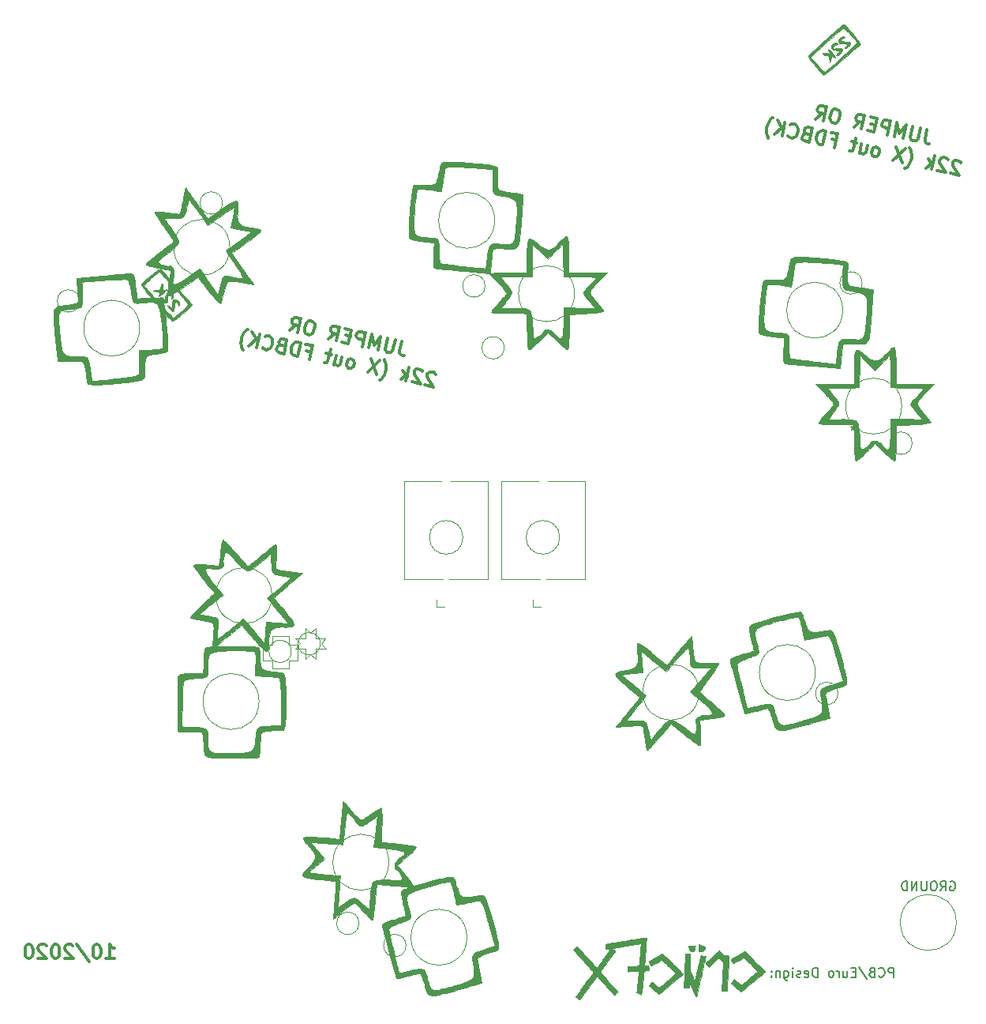
<source format=gbr>
%TF.GenerationSoftware,KiCad,Pcbnew,(5.1.6)-1*%
%TF.CreationDate,2020-10-31T12:28:38-05:00*%
%TF.ProjectId,Old Mr Grassi,4f6c6420-4d72-4204-9772-617373692e6b,rev?*%
%TF.SameCoordinates,Original*%
%TF.FileFunction,Legend,Bot*%
%TF.FilePolarity,Positive*%
%FSLAX46Y46*%
G04 Gerber Fmt 4.6, Leading zero omitted, Abs format (unit mm)*
G04 Created by KiCad (PCBNEW (5.1.6)-1) date 2020-10-31 12:28:38*
%MOMM*%
%LPD*%
G01*
G04 APERTURE LIST*
%ADD10C,0.150000*%
%ADD11C,0.300000*%
%ADD12C,0.010000*%
%ADD13C,0.120000*%
G04 APERTURE END LIST*
D10*
X253918571Y-159932380D02*
X253918571Y-158932380D01*
X253537619Y-158932380D01*
X253442380Y-158980000D01*
X253394761Y-159027619D01*
X253347142Y-159122857D01*
X253347142Y-159265714D01*
X253394761Y-159360952D01*
X253442380Y-159408571D01*
X253537619Y-159456190D01*
X253918571Y-159456190D01*
X252347142Y-159837142D02*
X252394761Y-159884761D01*
X252537619Y-159932380D01*
X252632857Y-159932380D01*
X252775714Y-159884761D01*
X252870952Y-159789523D01*
X252918571Y-159694285D01*
X252966190Y-159503809D01*
X252966190Y-159360952D01*
X252918571Y-159170476D01*
X252870952Y-159075238D01*
X252775714Y-158980000D01*
X252632857Y-158932380D01*
X252537619Y-158932380D01*
X252394761Y-158980000D01*
X252347142Y-159027619D01*
X251585238Y-159408571D02*
X251442380Y-159456190D01*
X251394761Y-159503809D01*
X251347142Y-159599047D01*
X251347142Y-159741904D01*
X251394761Y-159837142D01*
X251442380Y-159884761D01*
X251537619Y-159932380D01*
X251918571Y-159932380D01*
X251918571Y-158932380D01*
X251585238Y-158932380D01*
X251490000Y-158980000D01*
X251442380Y-159027619D01*
X251394761Y-159122857D01*
X251394761Y-159218095D01*
X251442380Y-159313333D01*
X251490000Y-159360952D01*
X251585238Y-159408571D01*
X251918571Y-159408571D01*
X250204285Y-158884761D02*
X251061428Y-160170476D01*
X249870952Y-159408571D02*
X249537619Y-159408571D01*
X249394761Y-159932380D02*
X249870952Y-159932380D01*
X249870952Y-158932380D01*
X249394761Y-158932380D01*
X248537619Y-159265714D02*
X248537619Y-159932380D01*
X248966190Y-159265714D02*
X248966190Y-159789523D01*
X248918571Y-159884761D01*
X248823333Y-159932380D01*
X248680476Y-159932380D01*
X248585238Y-159884761D01*
X248537619Y-159837142D01*
X248061428Y-159932380D02*
X248061428Y-159265714D01*
X248061428Y-159456190D02*
X248013809Y-159360952D01*
X247966190Y-159313333D01*
X247870952Y-159265714D01*
X247775714Y-159265714D01*
X247299523Y-159932380D02*
X247394761Y-159884761D01*
X247442380Y-159837142D01*
X247490000Y-159741904D01*
X247490000Y-159456190D01*
X247442380Y-159360952D01*
X247394761Y-159313333D01*
X247299523Y-159265714D01*
X247156666Y-159265714D01*
X247061428Y-159313333D01*
X247013809Y-159360952D01*
X246966190Y-159456190D01*
X246966190Y-159741904D01*
X247013809Y-159837142D01*
X247061428Y-159884761D01*
X247156666Y-159932380D01*
X247299523Y-159932380D01*
X245775714Y-159932380D02*
X245775714Y-158932380D01*
X245537619Y-158932380D01*
X245394761Y-158980000D01*
X245299523Y-159075238D01*
X245251904Y-159170476D01*
X245204285Y-159360952D01*
X245204285Y-159503809D01*
X245251904Y-159694285D01*
X245299523Y-159789523D01*
X245394761Y-159884761D01*
X245537619Y-159932380D01*
X245775714Y-159932380D01*
X244394761Y-159884761D02*
X244490000Y-159932380D01*
X244680476Y-159932380D01*
X244775714Y-159884761D01*
X244823333Y-159789523D01*
X244823333Y-159408571D01*
X244775714Y-159313333D01*
X244680476Y-159265714D01*
X244490000Y-159265714D01*
X244394761Y-159313333D01*
X244347142Y-159408571D01*
X244347142Y-159503809D01*
X244823333Y-159599047D01*
X243966190Y-159884761D02*
X243870952Y-159932380D01*
X243680476Y-159932380D01*
X243585238Y-159884761D01*
X243537619Y-159789523D01*
X243537619Y-159741904D01*
X243585238Y-159646666D01*
X243680476Y-159599047D01*
X243823333Y-159599047D01*
X243918571Y-159551428D01*
X243966190Y-159456190D01*
X243966190Y-159408571D01*
X243918571Y-159313333D01*
X243823333Y-159265714D01*
X243680476Y-159265714D01*
X243585238Y-159313333D01*
X243109047Y-159932380D02*
X243109047Y-159265714D01*
X243109047Y-158932380D02*
X243156666Y-158980000D01*
X243109047Y-159027619D01*
X243061428Y-158980000D01*
X243109047Y-158932380D01*
X243109047Y-159027619D01*
X242204285Y-159265714D02*
X242204285Y-160075238D01*
X242251904Y-160170476D01*
X242299523Y-160218095D01*
X242394761Y-160265714D01*
X242537619Y-160265714D01*
X242632857Y-160218095D01*
X242204285Y-159884761D02*
X242299523Y-159932380D01*
X242490000Y-159932380D01*
X242585238Y-159884761D01*
X242632857Y-159837142D01*
X242680476Y-159741904D01*
X242680476Y-159456190D01*
X242632857Y-159360952D01*
X242585238Y-159313333D01*
X242490000Y-159265714D01*
X242299523Y-159265714D01*
X242204285Y-159313333D01*
X241728095Y-159265714D02*
X241728095Y-159932380D01*
X241728095Y-159360952D02*
X241680476Y-159313333D01*
X241585238Y-159265714D01*
X241442380Y-159265714D01*
X241347142Y-159313333D01*
X241299523Y-159408571D01*
X241299523Y-159932380D01*
X240823333Y-159837142D02*
X240775714Y-159884761D01*
X240823333Y-159932380D01*
X240870952Y-159884761D01*
X240823333Y-159837142D01*
X240823333Y-159932380D01*
X240823333Y-159313333D02*
X240775714Y-159360952D01*
X240823333Y-159408571D01*
X240870952Y-159360952D01*
X240823333Y-159313333D01*
X240823333Y-159408571D01*
D11*
X257520468Y-69093743D02*
X257288568Y-70139774D01*
X257311924Y-70364440D01*
X257420475Y-70534831D01*
X257614221Y-70650946D01*
X257753692Y-70681866D01*
X256823114Y-68939143D02*
X256560294Y-70124645D01*
X256459639Y-70248656D01*
X256374443Y-70302932D01*
X256219513Y-70341747D01*
X255940571Y-70279907D01*
X255816560Y-70179252D01*
X255762284Y-70094056D01*
X255723469Y-69939126D01*
X255986289Y-68753623D01*
X254964275Y-70063468D02*
X255288934Y-68599024D01*
X254568887Y-69536835D01*
X254312638Y-68382584D01*
X253987979Y-69847028D01*
X253290624Y-69692428D02*
X253615284Y-68227984D01*
X253057400Y-68104304D01*
X252902470Y-68143120D01*
X252817274Y-68197395D01*
X252716619Y-68321406D01*
X252670239Y-68530613D01*
X252709054Y-68685543D01*
X252763330Y-68770739D01*
X252887341Y-68871394D01*
X253445224Y-68995074D01*
X251996240Y-68600679D02*
X251508092Y-68492459D01*
X251128826Y-69213169D02*
X251826180Y-69367769D01*
X252150840Y-67903325D01*
X251453486Y-67748725D01*
X249664382Y-68888510D02*
X250307130Y-68299375D01*
X250501207Y-69074029D02*
X250825867Y-67609585D01*
X250267983Y-67485906D01*
X250113052Y-67524721D01*
X250027857Y-67578996D01*
X249927202Y-67703007D01*
X249880822Y-67912214D01*
X249919637Y-68067144D01*
X249973913Y-68152340D01*
X250097924Y-68252995D01*
X250655807Y-68376675D01*
X247966714Y-66975726D02*
X247687772Y-66913887D01*
X247532842Y-66952702D01*
X247362451Y-67061253D01*
X247230875Y-67324735D01*
X247122656Y-67812883D01*
X247130551Y-68107284D01*
X247239102Y-68277675D01*
X247363113Y-68378331D01*
X247642055Y-68440170D01*
X247796986Y-68401355D01*
X247967376Y-68292804D01*
X248098952Y-68029322D01*
X248207171Y-67541174D01*
X248199276Y-67246773D01*
X248090725Y-67076382D01*
X247966714Y-66975726D01*
X245549992Y-67976371D02*
X246192740Y-67387237D01*
X246386817Y-68161891D02*
X246711476Y-66697447D01*
X246153593Y-66573767D01*
X245998662Y-66612583D01*
X245913467Y-66666858D01*
X245812811Y-66790869D01*
X245766431Y-67000075D01*
X245805247Y-67155006D01*
X245859522Y-67240201D01*
X245983533Y-67340857D01*
X246541417Y-67464537D01*
X261156620Y-72658097D02*
X261102345Y-72572901D01*
X260978334Y-72472246D01*
X260629657Y-72394946D01*
X260474726Y-72433762D01*
X260389531Y-72488037D01*
X260288875Y-72612048D01*
X260257955Y-72751519D01*
X260281311Y-72976185D01*
X260932616Y-73998530D01*
X260026056Y-73797550D01*
X259761912Y-72348897D02*
X259707636Y-72263702D01*
X259583626Y-72163047D01*
X259234948Y-72085747D01*
X259080018Y-72124562D01*
X258994822Y-72178838D01*
X258894167Y-72302849D01*
X258863247Y-72442319D01*
X258886602Y-72666986D01*
X259537908Y-73689331D01*
X258631347Y-73488351D01*
X258003728Y-73349211D02*
X258328388Y-71884767D01*
X257987937Y-72760408D02*
X257445845Y-73225531D01*
X257662285Y-72249235D02*
X258096488Y-72930799D01*
X255160367Y-73304156D02*
X255245562Y-73249880D01*
X255431413Y-73071594D01*
X255532068Y-72947583D01*
X255648184Y-72753837D01*
X255795219Y-72420619D01*
X255857059Y-72141678D01*
X255864623Y-71777541D01*
X255841268Y-71552874D01*
X255802452Y-71397944D01*
X255709361Y-71157817D01*
X255655086Y-71072622D01*
X255190294Y-71189068D02*
X253889338Y-72437073D01*
X254213997Y-70972629D02*
X254865634Y-72653512D01*
X252006481Y-72019653D02*
X252161412Y-71980838D01*
X252246608Y-71926563D01*
X252347263Y-71802552D01*
X252440023Y-71384139D01*
X252401207Y-71229208D01*
X252346932Y-71144013D01*
X252222921Y-71043357D01*
X252013715Y-70996978D01*
X251858784Y-71035793D01*
X251773589Y-71090068D01*
X251672933Y-71214079D01*
X251580173Y-71632492D01*
X251618989Y-71787423D01*
X251673264Y-71872618D01*
X251797275Y-71973274D01*
X252006481Y-72019653D01*
X250479535Y-70656858D02*
X250263096Y-71633154D01*
X251107154Y-70795998D02*
X250937095Y-71563088D01*
X250836439Y-71687099D01*
X250681508Y-71725914D01*
X250472302Y-71679534D01*
X250348291Y-71578879D01*
X250294016Y-71493683D01*
X249991387Y-70548638D02*
X249433504Y-70424959D01*
X249890401Y-70014110D02*
X249612121Y-71269348D01*
X249511466Y-71393359D01*
X249356535Y-71432175D01*
X249217064Y-71401255D01*
X247295061Y-70170366D02*
X247783209Y-70278586D01*
X247613149Y-71045675D02*
X247937809Y-69581231D01*
X247240455Y-69426631D01*
X246357912Y-70767396D02*
X246682571Y-69302952D01*
X246333894Y-69225652D01*
X246109228Y-69249007D01*
X245938837Y-69357558D01*
X245838182Y-69481569D01*
X245706606Y-69745051D01*
X245660226Y-69954257D01*
X245668122Y-70248659D01*
X245706937Y-70403590D01*
X245815488Y-70573981D01*
X246009235Y-70690096D01*
X246357912Y-70767396D01*
X244575379Y-69567427D02*
X244350713Y-69590782D01*
X244265518Y-69645058D01*
X244164862Y-69769069D01*
X244118482Y-69978275D01*
X244157298Y-70133206D01*
X244211573Y-70218401D01*
X244335584Y-70319057D01*
X244893468Y-70442736D01*
X245218127Y-68978292D01*
X244729979Y-68870072D01*
X244575048Y-68908888D01*
X244489853Y-68963163D01*
X244389198Y-69087174D01*
X244358278Y-69226645D01*
X244397093Y-69381576D01*
X244451369Y-69466771D01*
X244575379Y-69567427D01*
X245063527Y-69675647D01*
X242623119Y-69793086D02*
X242677394Y-69878282D01*
X242871140Y-69994397D01*
X243010611Y-70025317D01*
X243235277Y-70001962D01*
X243405668Y-69893411D01*
X243506324Y-69769400D01*
X243637899Y-69505918D01*
X243684279Y-69296712D01*
X243676383Y-69002310D01*
X243637568Y-68847379D01*
X243529017Y-68676988D01*
X243335271Y-68560873D01*
X243195800Y-68529953D01*
X242971133Y-68553309D01*
X242885938Y-68607584D01*
X241964580Y-69793417D02*
X242289239Y-68328973D01*
X241127755Y-69607898D02*
X241940893Y-68910212D01*
X241452414Y-68143454D02*
X242103719Y-69165799D01*
X240515927Y-70057561D02*
X240461651Y-69972366D01*
X240368560Y-69732240D01*
X240329745Y-69577309D01*
X240306389Y-69352643D01*
X240313954Y-68988506D01*
X240375794Y-68709564D01*
X240522829Y-68376347D01*
X240638944Y-68182600D01*
X240739600Y-68058589D01*
X240925450Y-67880303D01*
X241010646Y-67826028D01*
X201170468Y-91773743D02*
X200938568Y-92819774D01*
X200961924Y-93044440D01*
X201070475Y-93214831D01*
X201264221Y-93330946D01*
X201403692Y-93361866D01*
X200473114Y-91619143D02*
X200210294Y-92804645D01*
X200109639Y-92928656D01*
X200024443Y-92982932D01*
X199869513Y-93021747D01*
X199590571Y-92959907D01*
X199466560Y-92859252D01*
X199412284Y-92774056D01*
X199373469Y-92619126D01*
X199636289Y-91433623D01*
X198614275Y-92743468D02*
X198938934Y-91279024D01*
X198218887Y-92216835D01*
X197962638Y-91062584D01*
X197637979Y-92527028D01*
X196940624Y-92372428D02*
X197265284Y-90907984D01*
X196707400Y-90784304D01*
X196552470Y-90823120D01*
X196467274Y-90877395D01*
X196366619Y-91001406D01*
X196320239Y-91210613D01*
X196359054Y-91365543D01*
X196413330Y-91450739D01*
X196537341Y-91551394D01*
X197095224Y-91675074D01*
X195646240Y-91280679D02*
X195158092Y-91172459D01*
X194778826Y-91893169D02*
X195476180Y-92047769D01*
X195800840Y-90583325D01*
X195103486Y-90428725D01*
X193314382Y-91568510D02*
X193957130Y-90979375D01*
X194151207Y-91754029D02*
X194475867Y-90289585D01*
X193917983Y-90165906D01*
X193763052Y-90204721D01*
X193677857Y-90258996D01*
X193577202Y-90383007D01*
X193530822Y-90592214D01*
X193569637Y-90747144D01*
X193623913Y-90832340D01*
X193747924Y-90932995D01*
X194305807Y-91056675D01*
X191616714Y-89655726D02*
X191337772Y-89593887D01*
X191182842Y-89632702D01*
X191012451Y-89741253D01*
X190880875Y-90004735D01*
X190772656Y-90492883D01*
X190780551Y-90787284D01*
X190889102Y-90957675D01*
X191013113Y-91058331D01*
X191292055Y-91120170D01*
X191446986Y-91081355D01*
X191617376Y-90972804D01*
X191748952Y-90709322D01*
X191857171Y-90221174D01*
X191849276Y-89926773D01*
X191740725Y-89756382D01*
X191616714Y-89655726D01*
X189199992Y-90656371D02*
X189842740Y-90067237D01*
X190036817Y-90841891D02*
X190361476Y-89377447D01*
X189803593Y-89253767D01*
X189648662Y-89292583D01*
X189563467Y-89346858D01*
X189462811Y-89470869D01*
X189416431Y-89680075D01*
X189455247Y-89835006D01*
X189509522Y-89920201D01*
X189633533Y-90020857D01*
X190191417Y-90144537D01*
X204806620Y-95338097D02*
X204752345Y-95252901D01*
X204628334Y-95152246D01*
X204279657Y-95074946D01*
X204124726Y-95113762D01*
X204039531Y-95168037D01*
X203938875Y-95292048D01*
X203907955Y-95431519D01*
X203931311Y-95656185D01*
X204582616Y-96678530D01*
X203676056Y-96477550D01*
X203411912Y-95028897D02*
X203357636Y-94943702D01*
X203233626Y-94843047D01*
X202884948Y-94765747D01*
X202730018Y-94804562D01*
X202644822Y-94858838D01*
X202544167Y-94982849D01*
X202513247Y-95122319D01*
X202536602Y-95346986D01*
X203187908Y-96369331D01*
X202281347Y-96168351D01*
X201653728Y-96029211D02*
X201978388Y-94564767D01*
X201637937Y-95440408D02*
X201095845Y-95905531D01*
X201312285Y-94929235D02*
X201746488Y-95610799D01*
X198810367Y-95984156D02*
X198895562Y-95929880D01*
X199081413Y-95751594D01*
X199182068Y-95627583D01*
X199298184Y-95433837D01*
X199445219Y-95100619D01*
X199507059Y-94821678D01*
X199514623Y-94457541D01*
X199491268Y-94232874D01*
X199452452Y-94077944D01*
X199359361Y-93837817D01*
X199305086Y-93752622D01*
X198840294Y-93869068D02*
X197539338Y-95117073D01*
X197863997Y-93652629D02*
X198515634Y-95333512D01*
X195656481Y-94699653D02*
X195811412Y-94660838D01*
X195896608Y-94606563D01*
X195997263Y-94482552D01*
X196090023Y-94064139D01*
X196051207Y-93909208D01*
X195996932Y-93824013D01*
X195872921Y-93723357D01*
X195663715Y-93676978D01*
X195508784Y-93715793D01*
X195423589Y-93770068D01*
X195322933Y-93894079D01*
X195230173Y-94312492D01*
X195268989Y-94467423D01*
X195323264Y-94552618D01*
X195447275Y-94653274D01*
X195656481Y-94699653D01*
X194129535Y-93336858D02*
X193913096Y-94313154D01*
X194757154Y-93475998D02*
X194587095Y-94243088D01*
X194486439Y-94367099D01*
X194331508Y-94405914D01*
X194122302Y-94359534D01*
X193998291Y-94258879D01*
X193944016Y-94173683D01*
X193641387Y-93228638D02*
X193083504Y-93104959D01*
X193540401Y-92694110D02*
X193262121Y-93949348D01*
X193161466Y-94073359D01*
X193006535Y-94112175D01*
X192867064Y-94081255D01*
X190945061Y-92850366D02*
X191433209Y-92958586D01*
X191263149Y-93725675D02*
X191587809Y-92261231D01*
X190890455Y-92106631D01*
X190007912Y-93447396D02*
X190332571Y-91982952D01*
X189983894Y-91905652D01*
X189759228Y-91929007D01*
X189588837Y-92037558D01*
X189488182Y-92161569D01*
X189356606Y-92425051D01*
X189310226Y-92634257D01*
X189318122Y-92928659D01*
X189356937Y-93083590D01*
X189465488Y-93253981D01*
X189659235Y-93370096D01*
X190007912Y-93447396D01*
X188225379Y-92247427D02*
X188000713Y-92270782D01*
X187915518Y-92325058D01*
X187814862Y-92449069D01*
X187768482Y-92658275D01*
X187807298Y-92813206D01*
X187861573Y-92898401D01*
X187985584Y-92999057D01*
X188543468Y-93122736D01*
X188868127Y-91658292D01*
X188379979Y-91550072D01*
X188225048Y-91588888D01*
X188139853Y-91643163D01*
X188039198Y-91767174D01*
X188008278Y-91906645D01*
X188047093Y-92061576D01*
X188101369Y-92146771D01*
X188225379Y-92247427D01*
X188713527Y-92355647D01*
X186273119Y-92473086D02*
X186327394Y-92558282D01*
X186521140Y-92674397D01*
X186660611Y-92705317D01*
X186885277Y-92681962D01*
X187055668Y-92573411D01*
X187156324Y-92449400D01*
X187287899Y-92185918D01*
X187334279Y-91976712D01*
X187326383Y-91682310D01*
X187287568Y-91527379D01*
X187179017Y-91356988D01*
X186985271Y-91240873D01*
X186845800Y-91209953D01*
X186621133Y-91233309D01*
X186535938Y-91287584D01*
X185614580Y-92473417D02*
X185939239Y-91008973D01*
X184777755Y-92287898D02*
X185590893Y-91590212D01*
X185102414Y-90823454D02*
X185753719Y-91845799D01*
X184165927Y-92737561D02*
X184111651Y-92652366D01*
X184018560Y-92412240D01*
X183979745Y-92257309D01*
X183956389Y-92032643D01*
X183963954Y-91668506D01*
X184025794Y-91389564D01*
X184172829Y-91056347D01*
X184288944Y-90862600D01*
X184389600Y-90738589D01*
X184575450Y-90560303D01*
X184660646Y-90506028D01*
X169478571Y-157938571D02*
X170335714Y-157938571D01*
X169907142Y-157938571D02*
X169907142Y-156438571D01*
X170050000Y-156652857D01*
X170192857Y-156795714D01*
X170335714Y-156867142D01*
X168550000Y-156438571D02*
X168407142Y-156438571D01*
X168264285Y-156510000D01*
X168192857Y-156581428D01*
X168121428Y-156724285D01*
X168050000Y-157010000D01*
X168050000Y-157367142D01*
X168121428Y-157652857D01*
X168192857Y-157795714D01*
X168264285Y-157867142D01*
X168407142Y-157938571D01*
X168550000Y-157938571D01*
X168692857Y-157867142D01*
X168764285Y-157795714D01*
X168835714Y-157652857D01*
X168907142Y-157367142D01*
X168907142Y-157010000D01*
X168835714Y-156724285D01*
X168764285Y-156581428D01*
X168692857Y-156510000D01*
X168550000Y-156438571D01*
X166335714Y-156367142D02*
X167621428Y-158295714D01*
X165907142Y-156581428D02*
X165835714Y-156510000D01*
X165692857Y-156438571D01*
X165335714Y-156438571D01*
X165192857Y-156510000D01*
X165121428Y-156581428D01*
X165050000Y-156724285D01*
X165050000Y-156867142D01*
X165121428Y-157081428D01*
X165978571Y-157938571D01*
X165050000Y-157938571D01*
X164121428Y-156438571D02*
X163978571Y-156438571D01*
X163835714Y-156510000D01*
X163764285Y-156581428D01*
X163692857Y-156724285D01*
X163621428Y-157010000D01*
X163621428Y-157367142D01*
X163692857Y-157652857D01*
X163764285Y-157795714D01*
X163835714Y-157867142D01*
X163978571Y-157938571D01*
X164121428Y-157938571D01*
X164264285Y-157867142D01*
X164335714Y-157795714D01*
X164407142Y-157652857D01*
X164478571Y-157367142D01*
X164478571Y-157010000D01*
X164407142Y-156724285D01*
X164335714Y-156581428D01*
X164264285Y-156510000D01*
X164121428Y-156438571D01*
X163050000Y-156581428D02*
X162978571Y-156510000D01*
X162835714Y-156438571D01*
X162478571Y-156438571D01*
X162335714Y-156510000D01*
X162264285Y-156581428D01*
X162192857Y-156724285D01*
X162192857Y-156867142D01*
X162264285Y-157081428D01*
X163121428Y-157938571D01*
X162192857Y-157938571D01*
X161264285Y-156438571D02*
X161121428Y-156438571D01*
X160978571Y-156510000D01*
X160907142Y-156581428D01*
X160835714Y-156724285D01*
X160764285Y-157010000D01*
X160764285Y-157367142D01*
X160835714Y-157652857D01*
X160907142Y-157795714D01*
X160978571Y-157867142D01*
X161121428Y-157938571D01*
X161264285Y-157938571D01*
X161407142Y-157867142D01*
X161478571Y-157795714D01*
X161550000Y-157652857D01*
X161621428Y-157367142D01*
X161621428Y-157010000D01*
X161550000Y-156724285D01*
X161478571Y-156581428D01*
X161407142Y-156510000D01*
X161264285Y-156438571D01*
D12*
%TO.C,G\u002A\u002A\u002A*%
G36*
X233068369Y-157171071D02*
G01*
X233189140Y-157169955D01*
X233289137Y-157161010D01*
X233388705Y-157140129D01*
X233411612Y-157132879D01*
X233493832Y-157090337D01*
X233575167Y-157027948D01*
X233595946Y-157007241D01*
X233646030Y-156945613D01*
X233670623Y-156887560D01*
X233673994Y-156853254D01*
X233373474Y-156853254D01*
X233360761Y-156865966D01*
X233348048Y-156853254D01*
X233360761Y-156840541D01*
X233373474Y-156853254D01*
X233673994Y-156853254D01*
X233678296Y-156809474D01*
X233678579Y-156779588D01*
X233678579Y-156641612D01*
X233373474Y-156539549D01*
X233068369Y-156437485D01*
X233068369Y-157171071D01*
G37*
X233068369Y-157171071D02*
X233189140Y-157169955D01*
X233289137Y-157161010D01*
X233388705Y-157140129D01*
X233411612Y-157132879D01*
X233493832Y-157090337D01*
X233575167Y-157027948D01*
X233595946Y-157007241D01*
X233646030Y-156945613D01*
X233670623Y-156887560D01*
X233673994Y-156853254D01*
X233373474Y-156853254D01*
X233360761Y-156865966D01*
X233348048Y-156853254D01*
X233360761Y-156840541D01*
X233373474Y-156853254D01*
X233673994Y-156853254D01*
X233678296Y-156809474D01*
X233678579Y-156779588D01*
X233678579Y-156641612D01*
X233373474Y-156539549D01*
X233068369Y-156437485D01*
X233068369Y-157171071D01*
G36*
X232552192Y-156540027D02*
G01*
X232456229Y-156546590D01*
X232344016Y-156556263D01*
X232226923Y-156567923D01*
X232116315Y-156580444D01*
X232023560Y-156592704D01*
X231960026Y-156603577D01*
X231937258Y-156611194D01*
X231935424Y-156649042D01*
X231947768Y-156719054D01*
X231970135Y-156805962D01*
X231998369Y-156894500D01*
X232028317Y-156969400D01*
X232041898Y-156995713D01*
X232128026Y-157095270D01*
X232244665Y-157158384D01*
X232383335Y-157181254D01*
X232448037Y-157177720D01*
X232526904Y-157168411D01*
X232594935Y-156861101D01*
X232596591Y-156853254D01*
X232305606Y-156853254D01*
X232292893Y-156865966D01*
X232280181Y-156853254D01*
X232292893Y-156840541D01*
X232305606Y-156853254D01*
X232596591Y-156853254D01*
X232619912Y-156742783D01*
X232638598Y-156643402D01*
X232649283Y-156572907D01*
X232650262Y-156541252D01*
X232649903Y-156540727D01*
X232620539Y-156537698D01*
X232552192Y-156540027D01*
G37*
X232552192Y-156540027D02*
X232456229Y-156546590D01*
X232344016Y-156556263D01*
X232226923Y-156567923D01*
X232116315Y-156580444D01*
X232023560Y-156592704D01*
X231960026Y-156603577D01*
X231937258Y-156611194D01*
X231935424Y-156649042D01*
X231947768Y-156719054D01*
X231970135Y-156805962D01*
X231998369Y-156894500D01*
X232028317Y-156969400D01*
X232041898Y-156995713D01*
X232128026Y-157095270D01*
X232244665Y-157158384D01*
X232383335Y-157181254D01*
X232448037Y-157177720D01*
X232526904Y-157168411D01*
X232594935Y-156861101D01*
X232596591Y-156853254D01*
X232305606Y-156853254D01*
X232292893Y-156865966D01*
X232280181Y-156853254D01*
X232292893Y-156840541D01*
X232305606Y-156853254D01*
X232596591Y-156853254D01*
X232619912Y-156742783D01*
X232638598Y-156643402D01*
X232649283Y-156572907D01*
X232650262Y-156541252D01*
X232649903Y-156540727D01*
X232620539Y-156537698D01*
X232552192Y-156540027D01*
G36*
X235158309Y-157111676D02*
G01*
X235104683Y-157159213D01*
X235024288Y-157232742D01*
X234922032Y-157327602D01*
X234802823Y-157439131D01*
X234671569Y-157562668D01*
X234533179Y-157693551D01*
X234392560Y-157827117D01*
X234254622Y-157958704D01*
X234124273Y-158083652D01*
X234006420Y-158197298D01*
X233905973Y-158294980D01*
X233827838Y-158372037D01*
X233776926Y-158423806D01*
X233758188Y-158445464D01*
X233771139Y-158473953D01*
X233813525Y-158528935D01*
X233878145Y-158601638D01*
X233933964Y-158659597D01*
X234119120Y-158845997D01*
X234621623Y-158364490D01*
X234754372Y-158238113D01*
X234875746Y-158124137D01*
X234980777Y-158027104D01*
X235064496Y-157951552D01*
X235121935Y-157902021D01*
X235148125Y-157883051D01*
X235148606Y-157882983D01*
X235173900Y-157900730D01*
X235226236Y-157949389D01*
X235298624Y-158022093D01*
X235384074Y-158111969D01*
X235409176Y-158139046D01*
X235645266Y-158395110D01*
X235569157Y-159887044D01*
X235555505Y-160157438D01*
X235542906Y-160412412D01*
X235531562Y-160647489D01*
X235521676Y-160858193D01*
X235513451Y-161040047D01*
X235507091Y-161188576D01*
X235502798Y-161299303D01*
X235500774Y-161367751D01*
X235501061Y-161389505D01*
X235527703Y-161395003D01*
X235591439Y-161400946D01*
X235679596Y-161406757D01*
X235779502Y-161411864D01*
X235878483Y-161415690D01*
X235963866Y-161417661D01*
X236022978Y-161417203D01*
X236043267Y-161414094D01*
X236044952Y-161387786D01*
X236049785Y-161314726D01*
X236057502Y-161198900D01*
X236067834Y-161044291D01*
X236080515Y-160854883D01*
X236095277Y-160634662D01*
X236111855Y-160387611D01*
X236129980Y-160117716D01*
X236149387Y-159828960D01*
X236169114Y-159535636D01*
X236189274Y-159232265D01*
X236207961Y-158943757D01*
X236224946Y-158674114D01*
X236240000Y-158427335D01*
X236252894Y-158207423D01*
X236263398Y-158018379D01*
X236271284Y-157864203D01*
X236276322Y-157748898D01*
X236278284Y-157676463D01*
X236277048Y-157650963D01*
X236245484Y-157642823D01*
X236175071Y-157633876D01*
X236077765Y-157625461D01*
X236011481Y-157621226D01*
X235890745Y-157616096D01*
X235811834Y-157617305D01*
X235766034Y-157625543D01*
X235744635Y-157641499D01*
X235744119Y-157642386D01*
X235725080Y-157644661D01*
X235684518Y-157616709D01*
X235619532Y-157555919D01*
X235527221Y-157459678D01*
X235459564Y-157386087D01*
X235367612Y-157285966D01*
X235287629Y-157200700D01*
X235225801Y-157136741D01*
X235188313Y-157100539D01*
X235180257Y-157094795D01*
X235158309Y-157111676D01*
G37*
X235158309Y-157111676D02*
X235104683Y-157159213D01*
X235024288Y-157232742D01*
X234922032Y-157327602D01*
X234802823Y-157439131D01*
X234671569Y-157562668D01*
X234533179Y-157693551D01*
X234392560Y-157827117D01*
X234254622Y-157958704D01*
X234124273Y-158083652D01*
X234006420Y-158197298D01*
X233905973Y-158294980D01*
X233827838Y-158372037D01*
X233776926Y-158423806D01*
X233758188Y-158445464D01*
X233771139Y-158473953D01*
X233813525Y-158528935D01*
X233878145Y-158601638D01*
X233933964Y-158659597D01*
X234119120Y-158845997D01*
X234621623Y-158364490D01*
X234754372Y-158238113D01*
X234875746Y-158124137D01*
X234980777Y-158027104D01*
X235064496Y-157951552D01*
X235121935Y-157902021D01*
X235148125Y-157883051D01*
X235148606Y-157882983D01*
X235173900Y-157900730D01*
X235226236Y-157949389D01*
X235298624Y-158022093D01*
X235384074Y-158111969D01*
X235409176Y-158139046D01*
X235645266Y-158395110D01*
X235569157Y-159887044D01*
X235555505Y-160157438D01*
X235542906Y-160412412D01*
X235531562Y-160647489D01*
X235521676Y-160858193D01*
X235513451Y-161040047D01*
X235507091Y-161188576D01*
X235502798Y-161299303D01*
X235500774Y-161367751D01*
X235501061Y-161389505D01*
X235527703Y-161395003D01*
X235591439Y-161400946D01*
X235679596Y-161406757D01*
X235779502Y-161411864D01*
X235878483Y-161415690D01*
X235963866Y-161417661D01*
X236022978Y-161417203D01*
X236043267Y-161414094D01*
X236044952Y-161387786D01*
X236049785Y-161314726D01*
X236057502Y-161198900D01*
X236067834Y-161044291D01*
X236080515Y-160854883D01*
X236095277Y-160634662D01*
X236111855Y-160387611D01*
X236129980Y-160117716D01*
X236149387Y-159828960D01*
X236169114Y-159535636D01*
X236189274Y-159232265D01*
X236207961Y-158943757D01*
X236224946Y-158674114D01*
X236240000Y-158427335D01*
X236252894Y-158207423D01*
X236263398Y-158018379D01*
X236271284Y-157864203D01*
X236276322Y-157748898D01*
X236278284Y-157676463D01*
X236277048Y-157650963D01*
X236245484Y-157642823D01*
X236175071Y-157633876D01*
X236077765Y-157625461D01*
X236011481Y-157621226D01*
X235890745Y-157616096D01*
X235811834Y-157617305D01*
X235766034Y-157625543D01*
X235744635Y-157641499D01*
X235744119Y-157642386D01*
X235725080Y-157644661D01*
X235684518Y-157616709D01*
X235619532Y-157555919D01*
X235527221Y-157459678D01*
X235459564Y-157386087D01*
X235367612Y-157285966D01*
X235287629Y-157200700D01*
X235225801Y-157136741D01*
X235188313Y-157100539D01*
X235180257Y-157094795D01*
X235158309Y-157111676D01*
G36*
X237941256Y-157157642D02*
G01*
X237878785Y-157191273D01*
X237784683Y-157243005D01*
X237665228Y-157309300D01*
X237526695Y-157386625D01*
X237375361Y-157471443D01*
X237217504Y-157560220D01*
X237059400Y-157649419D01*
X236907325Y-157735505D01*
X236767557Y-157814943D01*
X236646372Y-157884198D01*
X236550047Y-157939734D01*
X236484858Y-157978015D01*
X236457285Y-157995340D01*
X236467012Y-158017052D01*
X236495805Y-158071693D01*
X236537432Y-158148083D01*
X236585657Y-158235040D01*
X236634248Y-158321383D01*
X236676969Y-158395933D01*
X236707589Y-158447509D01*
X236718710Y-158464220D01*
X236742003Y-158454622D01*
X236803387Y-158422844D01*
X236896919Y-158372143D01*
X237016659Y-158305774D01*
X237156665Y-158226995D01*
X237289594Y-158151317D01*
X237443248Y-158064181D01*
X237582714Y-157986598D01*
X237701853Y-157921859D01*
X237794524Y-157873261D01*
X237854588Y-157844095D01*
X237875429Y-157837048D01*
X237901391Y-157857384D01*
X237957395Y-157908919D01*
X238038851Y-157987011D01*
X238141169Y-158087021D01*
X238259759Y-158204307D01*
X238390032Y-158334227D01*
X238527399Y-158472140D01*
X238667269Y-158613405D01*
X238805052Y-158753381D01*
X238936160Y-158887426D01*
X239056002Y-159010900D01*
X239159988Y-159119161D01*
X239243529Y-159207568D01*
X239302036Y-159271480D01*
X239330917Y-159306255D01*
X239333099Y-159311075D01*
X239310362Y-159333465D01*
X239253901Y-159384079D01*
X239168501Y-159458855D01*
X239058946Y-159553730D01*
X238930022Y-159664640D01*
X238786513Y-159787525D01*
X238633204Y-159918322D01*
X238474880Y-160052967D01*
X238316326Y-160187400D01*
X238162327Y-160317556D01*
X238017668Y-160439374D01*
X237887134Y-160548792D01*
X237775509Y-160641746D01*
X237687578Y-160714175D01*
X237628127Y-160762015D01*
X237601940Y-160781205D01*
X237601307Y-160781393D01*
X237576114Y-160766198D01*
X237517856Y-160723950D01*
X237433011Y-160659570D01*
X237328058Y-160577977D01*
X237209474Y-160484090D01*
X237202502Y-160478521D01*
X236823622Y-160175737D01*
X236662212Y-160375655D01*
X236594324Y-160461768D01*
X236540516Y-160533886D01*
X236507664Y-160582563D01*
X236500801Y-160597328D01*
X236519789Y-160617961D01*
X236572616Y-160664942D01*
X236653081Y-160733276D01*
X236754982Y-160817966D01*
X236872117Y-160914017D01*
X236998283Y-161016433D01*
X237127279Y-161120218D01*
X237252903Y-161220377D01*
X237368951Y-161311913D01*
X237469223Y-161389831D01*
X237547516Y-161449135D01*
X237597629Y-161484829D01*
X237612877Y-161493107D01*
X237635130Y-161476987D01*
X237692647Y-161430610D01*
X237782071Y-161356799D01*
X237900044Y-161258373D01*
X238043207Y-161138153D01*
X238208204Y-160998961D01*
X238391675Y-160843616D01*
X238590263Y-160674940D01*
X238800609Y-160495753D01*
X238827228Y-160473041D01*
X239040879Y-160290730D01*
X239244678Y-160116852D01*
X239435054Y-159954452D01*
X239608434Y-159806576D01*
X239761246Y-159676271D01*
X239889919Y-159566581D01*
X239990881Y-159480553D01*
X240060560Y-159421232D01*
X240095383Y-159391664D01*
X240096426Y-159390785D01*
X240170628Y-159328307D01*
X239079520Y-158236977D01*
X238884562Y-158042342D01*
X238700031Y-157858818D01*
X238529090Y-157689504D01*
X238374903Y-157537502D01*
X238240634Y-157405912D01*
X238129447Y-157297833D01*
X238044507Y-157216368D01*
X237988977Y-157164616D01*
X237966022Y-157145677D01*
X237965819Y-157145646D01*
X237941256Y-157157642D01*
G37*
X237941256Y-157157642D02*
X237878785Y-157191273D01*
X237784683Y-157243005D01*
X237665228Y-157309300D01*
X237526695Y-157386625D01*
X237375361Y-157471443D01*
X237217504Y-157560220D01*
X237059400Y-157649419D01*
X236907325Y-157735505D01*
X236767557Y-157814943D01*
X236646372Y-157884198D01*
X236550047Y-157939734D01*
X236484858Y-157978015D01*
X236457285Y-157995340D01*
X236467012Y-158017052D01*
X236495805Y-158071693D01*
X236537432Y-158148083D01*
X236585657Y-158235040D01*
X236634248Y-158321383D01*
X236676969Y-158395933D01*
X236707589Y-158447509D01*
X236718710Y-158464220D01*
X236742003Y-158454622D01*
X236803387Y-158422844D01*
X236896919Y-158372143D01*
X237016659Y-158305774D01*
X237156665Y-158226995D01*
X237289594Y-158151317D01*
X237443248Y-158064181D01*
X237582714Y-157986598D01*
X237701853Y-157921859D01*
X237794524Y-157873261D01*
X237854588Y-157844095D01*
X237875429Y-157837048D01*
X237901391Y-157857384D01*
X237957395Y-157908919D01*
X238038851Y-157987011D01*
X238141169Y-158087021D01*
X238259759Y-158204307D01*
X238390032Y-158334227D01*
X238527399Y-158472140D01*
X238667269Y-158613405D01*
X238805052Y-158753381D01*
X238936160Y-158887426D01*
X239056002Y-159010900D01*
X239159988Y-159119161D01*
X239243529Y-159207568D01*
X239302036Y-159271480D01*
X239330917Y-159306255D01*
X239333099Y-159311075D01*
X239310362Y-159333465D01*
X239253901Y-159384079D01*
X239168501Y-159458855D01*
X239058946Y-159553730D01*
X238930022Y-159664640D01*
X238786513Y-159787525D01*
X238633204Y-159918322D01*
X238474880Y-160052967D01*
X238316326Y-160187400D01*
X238162327Y-160317556D01*
X238017668Y-160439374D01*
X237887134Y-160548792D01*
X237775509Y-160641746D01*
X237687578Y-160714175D01*
X237628127Y-160762015D01*
X237601940Y-160781205D01*
X237601307Y-160781393D01*
X237576114Y-160766198D01*
X237517856Y-160723950D01*
X237433011Y-160659570D01*
X237328058Y-160577977D01*
X237209474Y-160484090D01*
X237202502Y-160478521D01*
X236823622Y-160175737D01*
X236662212Y-160375655D01*
X236594324Y-160461768D01*
X236540516Y-160533886D01*
X236507664Y-160582563D01*
X236500801Y-160597328D01*
X236519789Y-160617961D01*
X236572616Y-160664942D01*
X236653081Y-160733276D01*
X236754982Y-160817966D01*
X236872117Y-160914017D01*
X236998283Y-161016433D01*
X237127279Y-161120218D01*
X237252903Y-161220377D01*
X237368951Y-161311913D01*
X237469223Y-161389831D01*
X237547516Y-161449135D01*
X237597629Y-161484829D01*
X237612877Y-161493107D01*
X237635130Y-161476987D01*
X237692647Y-161430610D01*
X237782071Y-161356799D01*
X237900044Y-161258373D01*
X238043207Y-161138153D01*
X238208204Y-160998961D01*
X238391675Y-160843616D01*
X238590263Y-160674940D01*
X238800609Y-160495753D01*
X238827228Y-160473041D01*
X239040879Y-160290730D01*
X239244678Y-160116852D01*
X239435054Y-159954452D01*
X239608434Y-159806576D01*
X239761246Y-159676271D01*
X239889919Y-159566581D01*
X239990881Y-159480553D01*
X240060560Y-159421232D01*
X240095383Y-159391664D01*
X240096426Y-159390785D01*
X240170628Y-159328307D01*
X239079520Y-158236977D01*
X238884562Y-158042342D01*
X238700031Y-157858818D01*
X238529090Y-157689504D01*
X238374903Y-157537502D01*
X238240634Y-157405912D01*
X238129447Y-157297833D01*
X238044507Y-157216368D01*
X237988977Y-157164616D01*
X237966022Y-157145677D01*
X237965819Y-157145646D01*
X237941256Y-157157642D01*
G36*
X228404720Y-157820258D02*
G01*
X228227287Y-157921968D01*
X228064773Y-158016048D01*
X227922262Y-158099483D01*
X227804836Y-158169260D01*
X227717580Y-158222363D01*
X227665576Y-158255778D01*
X227652753Y-158266206D01*
X227664942Y-158296922D01*
X227696828Y-158358729D01*
X227741394Y-158439454D01*
X227791620Y-158526921D01*
X227840489Y-158608956D01*
X227880982Y-158673382D01*
X227906080Y-158708026D01*
X227908843Y-158710444D01*
X227935888Y-158701956D01*
X228000725Y-158671117D01*
X228097207Y-158621172D01*
X228219187Y-158555365D01*
X228360519Y-158476942D01*
X228487287Y-158405070D01*
X228640195Y-158318066D01*
X228778855Y-158240113D01*
X228897085Y-158174612D01*
X228988698Y-158124962D01*
X229047513Y-158094563D01*
X229066908Y-158086387D01*
X229089230Y-158103799D01*
X229143470Y-158153510D01*
X229225720Y-158231727D01*
X229332073Y-158334660D01*
X229458623Y-158458516D01*
X229601461Y-158599506D01*
X229756682Y-158753838D01*
X229821977Y-158819072D01*
X230554336Y-159551758D01*
X229721320Y-160261965D01*
X229543653Y-160413367D01*
X229376532Y-160555644D01*
X229224238Y-160685161D01*
X229091051Y-160798285D01*
X228981251Y-160891381D01*
X228899120Y-160960815D01*
X228848938Y-161002953D01*
X228836244Y-161013386D01*
X228816401Y-161026297D01*
X228794288Y-161029838D01*
X228763926Y-161020389D01*
X228719337Y-160994327D01*
X228654541Y-160948032D01*
X228563559Y-160877882D01*
X228440411Y-160780256D01*
X228405957Y-160752775D01*
X228286955Y-160658562D01*
X228181331Y-160576361D01*
X228095550Y-160511089D01*
X228036078Y-160467661D01*
X228009380Y-160450994D01*
X228009010Y-160450951D01*
X227985882Y-160469772D01*
X227941388Y-160519093D01*
X227883950Y-160588200D01*
X227821990Y-160666380D01*
X227763930Y-160742919D01*
X227718192Y-160807106D01*
X227693198Y-160848225D01*
X227690891Y-160855621D01*
X227710001Y-160877595D01*
X227763162Y-160925586D01*
X227844122Y-160994605D01*
X227946627Y-161079665D01*
X228064426Y-161175776D01*
X228191266Y-161277948D01*
X228320895Y-161381194D01*
X228447058Y-161480524D01*
X228563505Y-161570948D01*
X228663983Y-161647479D01*
X228742238Y-161705128D01*
X228792019Y-161738905D01*
X228806408Y-161745692D01*
X228830211Y-161729237D01*
X228889271Y-161682416D01*
X228980277Y-161608000D01*
X229099915Y-161508765D01*
X229244876Y-161387483D01*
X229411848Y-161246928D01*
X229597519Y-161089873D01*
X229798578Y-160919093D01*
X230011714Y-160737361D01*
X230080687Y-160678406D01*
X230296527Y-160493598D01*
X230500712Y-160318355D01*
X230689992Y-160155495D01*
X230861115Y-160007834D01*
X231010831Y-159878189D01*
X231135890Y-159769376D01*
X231233040Y-159684213D01*
X231299031Y-159625516D01*
X231330612Y-159596101D01*
X231332917Y-159593342D01*
X231316602Y-159572339D01*
X231267306Y-159518631D01*
X231188108Y-159435369D01*
X231082085Y-159325704D01*
X230952314Y-159192787D01*
X230801873Y-159039771D01*
X230633838Y-158869805D01*
X230451288Y-158686041D01*
X230257298Y-158491631D01*
X230248091Y-158482425D01*
X229156687Y-157391242D01*
X228404720Y-157820258D01*
G37*
X228404720Y-157820258D02*
X228227287Y-157921968D01*
X228064773Y-158016048D01*
X227922262Y-158099483D01*
X227804836Y-158169260D01*
X227717580Y-158222363D01*
X227665576Y-158255778D01*
X227652753Y-158266206D01*
X227664942Y-158296922D01*
X227696828Y-158358729D01*
X227741394Y-158439454D01*
X227791620Y-158526921D01*
X227840489Y-158608956D01*
X227880982Y-158673382D01*
X227906080Y-158708026D01*
X227908843Y-158710444D01*
X227935888Y-158701956D01*
X228000725Y-158671117D01*
X228097207Y-158621172D01*
X228219187Y-158555365D01*
X228360519Y-158476942D01*
X228487287Y-158405070D01*
X228640195Y-158318066D01*
X228778855Y-158240113D01*
X228897085Y-158174612D01*
X228988698Y-158124962D01*
X229047513Y-158094563D01*
X229066908Y-158086387D01*
X229089230Y-158103799D01*
X229143470Y-158153510D01*
X229225720Y-158231727D01*
X229332073Y-158334660D01*
X229458623Y-158458516D01*
X229601461Y-158599506D01*
X229756682Y-158753838D01*
X229821977Y-158819072D01*
X230554336Y-159551758D01*
X229721320Y-160261965D01*
X229543653Y-160413367D01*
X229376532Y-160555644D01*
X229224238Y-160685161D01*
X229091051Y-160798285D01*
X228981251Y-160891381D01*
X228899120Y-160960815D01*
X228848938Y-161002953D01*
X228836244Y-161013386D01*
X228816401Y-161026297D01*
X228794288Y-161029838D01*
X228763926Y-161020389D01*
X228719337Y-160994327D01*
X228654541Y-160948032D01*
X228563559Y-160877882D01*
X228440411Y-160780256D01*
X228405957Y-160752775D01*
X228286955Y-160658562D01*
X228181331Y-160576361D01*
X228095550Y-160511089D01*
X228036078Y-160467661D01*
X228009380Y-160450994D01*
X228009010Y-160450951D01*
X227985882Y-160469772D01*
X227941388Y-160519093D01*
X227883950Y-160588200D01*
X227821990Y-160666380D01*
X227763930Y-160742919D01*
X227718192Y-160807106D01*
X227693198Y-160848225D01*
X227690891Y-160855621D01*
X227710001Y-160877595D01*
X227763162Y-160925586D01*
X227844122Y-160994605D01*
X227946627Y-161079665D01*
X228064426Y-161175776D01*
X228191266Y-161277948D01*
X228320895Y-161381194D01*
X228447058Y-161480524D01*
X228563505Y-161570948D01*
X228663983Y-161647479D01*
X228742238Y-161705128D01*
X228792019Y-161738905D01*
X228806408Y-161745692D01*
X228830211Y-161729237D01*
X228889271Y-161682416D01*
X228980277Y-161608000D01*
X229099915Y-161508765D01*
X229244876Y-161387483D01*
X229411848Y-161246928D01*
X229597519Y-161089873D01*
X229798578Y-160919093D01*
X230011714Y-160737361D01*
X230080687Y-160678406D01*
X230296527Y-160493598D01*
X230500712Y-160318355D01*
X230689992Y-160155495D01*
X230861115Y-160007834D01*
X231010831Y-159878189D01*
X231135890Y-159769376D01*
X231233040Y-159684213D01*
X231299031Y-159625516D01*
X231330612Y-159596101D01*
X231332917Y-159593342D01*
X231316602Y-159572339D01*
X231267306Y-159518631D01*
X231188108Y-159435369D01*
X231082085Y-159325704D01*
X230952314Y-159192787D01*
X230801873Y-159039771D01*
X230633838Y-158869805D01*
X230451288Y-158686041D01*
X230257298Y-158491631D01*
X230248091Y-158482425D01*
X229156687Y-157391242D01*
X228404720Y-157820258D01*
G36*
X231583463Y-157631402D02*
G01*
X231579259Y-157700104D01*
X231573324Y-157812256D01*
X231565899Y-157962239D01*
X231557228Y-158144430D01*
X231547555Y-158353211D01*
X231537121Y-158582960D01*
X231526171Y-158828056D01*
X231514947Y-159082880D01*
X231503692Y-159341809D01*
X231492650Y-159599225D01*
X231482064Y-159849506D01*
X231472176Y-160087032D01*
X231463229Y-160306181D01*
X231455468Y-160501334D01*
X231449134Y-160666870D01*
X231444471Y-160797168D01*
X231441722Y-160886607D01*
X231441063Y-160924043D01*
X231441142Y-161053892D01*
X231698271Y-161071602D01*
X231807363Y-161077749D01*
X231896382Y-161080196D01*
X231953902Y-161078777D01*
X231969187Y-161075525D01*
X231977051Y-161046117D01*
X231987875Y-160976852D01*
X232000149Y-160878527D01*
X232010806Y-160777998D01*
X232038639Y-160494257D01*
X232390432Y-161254436D01*
X232475557Y-161437732D01*
X232554453Y-161606376D01*
X232624460Y-161754780D01*
X232682919Y-161877354D01*
X232727170Y-161968509D01*
X232754553Y-162022657D01*
X232762023Y-162035335D01*
X232779088Y-162026170D01*
X232799739Y-161979282D01*
X232809186Y-161946346D01*
X232825940Y-161877143D01*
X232851938Y-161767068D01*
X232886180Y-161620497D01*
X232927667Y-161441804D01*
X232975399Y-161235365D01*
X233028377Y-161005557D01*
X233085601Y-160756754D01*
X233146072Y-160493332D01*
X233208791Y-160219666D01*
X233272758Y-159940133D01*
X233336975Y-159659108D01*
X233400441Y-159380966D01*
X233462157Y-159110083D01*
X233521124Y-158850835D01*
X233576342Y-158607597D01*
X233626813Y-158384744D01*
X233671536Y-158186653D01*
X233709513Y-158017698D01*
X233739743Y-157882256D01*
X233761229Y-157784702D01*
X233772969Y-157729411D01*
X233774889Y-157718191D01*
X233743855Y-157707345D01*
X233677424Y-157690627D01*
X233588486Y-157670671D01*
X233489932Y-157650115D01*
X233394650Y-157631593D01*
X233315530Y-157617742D01*
X233265463Y-157611198D01*
X233254773Y-157611827D01*
X233246776Y-157638362D01*
X233228508Y-157709943D01*
X233201047Y-157822047D01*
X233165466Y-157970153D01*
X233122842Y-158149736D01*
X233074250Y-158356275D01*
X233020766Y-158585247D01*
X232963465Y-158832128D01*
X232926234Y-158993331D01*
X232867194Y-159249294D01*
X232811523Y-159490359D01*
X232760275Y-159711979D01*
X232714506Y-159909605D01*
X232675270Y-160078692D01*
X232643623Y-160214690D01*
X232620618Y-160313054D01*
X232607310Y-160369236D01*
X232604391Y-160380894D01*
X232592612Y-160364066D01*
X232562755Y-160306770D01*
X232517662Y-160214888D01*
X232460176Y-160094300D01*
X232393142Y-159950886D01*
X232327808Y-159808930D01*
X232057618Y-159217818D01*
X232096920Y-158347057D01*
X232105785Y-158141766D01*
X232113169Y-157952931D01*
X232118899Y-157786481D01*
X232122805Y-157648343D01*
X232124713Y-157544446D01*
X232124452Y-157480718D01*
X232122592Y-157462665D01*
X232092971Y-157455469D01*
X232024068Y-157447001D01*
X231927387Y-157438509D01*
X231853917Y-157433498D01*
X231598873Y-157417960D01*
X231583463Y-157631402D01*
G37*
X231583463Y-157631402D02*
X231579259Y-157700104D01*
X231573324Y-157812256D01*
X231565899Y-157962239D01*
X231557228Y-158144430D01*
X231547555Y-158353211D01*
X231537121Y-158582960D01*
X231526171Y-158828056D01*
X231514947Y-159082880D01*
X231503692Y-159341809D01*
X231492650Y-159599225D01*
X231482064Y-159849506D01*
X231472176Y-160087032D01*
X231463229Y-160306181D01*
X231455468Y-160501334D01*
X231449134Y-160666870D01*
X231444471Y-160797168D01*
X231441722Y-160886607D01*
X231441063Y-160924043D01*
X231441142Y-161053892D01*
X231698271Y-161071602D01*
X231807363Y-161077749D01*
X231896382Y-161080196D01*
X231953902Y-161078777D01*
X231969187Y-161075525D01*
X231977051Y-161046117D01*
X231987875Y-160976852D01*
X232000149Y-160878527D01*
X232010806Y-160777998D01*
X232038639Y-160494257D01*
X232390432Y-161254436D01*
X232475557Y-161437732D01*
X232554453Y-161606376D01*
X232624460Y-161754780D01*
X232682919Y-161877354D01*
X232727170Y-161968509D01*
X232754553Y-162022657D01*
X232762023Y-162035335D01*
X232779088Y-162026170D01*
X232799739Y-161979282D01*
X232809186Y-161946346D01*
X232825940Y-161877143D01*
X232851938Y-161767068D01*
X232886180Y-161620497D01*
X232927667Y-161441804D01*
X232975399Y-161235365D01*
X233028377Y-161005557D01*
X233085601Y-160756754D01*
X233146072Y-160493332D01*
X233208791Y-160219666D01*
X233272758Y-159940133D01*
X233336975Y-159659108D01*
X233400441Y-159380966D01*
X233462157Y-159110083D01*
X233521124Y-158850835D01*
X233576342Y-158607597D01*
X233626813Y-158384744D01*
X233671536Y-158186653D01*
X233709513Y-158017698D01*
X233739743Y-157882256D01*
X233761229Y-157784702D01*
X233772969Y-157729411D01*
X233774889Y-157718191D01*
X233743855Y-157707345D01*
X233677424Y-157690627D01*
X233588486Y-157670671D01*
X233489932Y-157650115D01*
X233394650Y-157631593D01*
X233315530Y-157617742D01*
X233265463Y-157611198D01*
X233254773Y-157611827D01*
X233246776Y-157638362D01*
X233228508Y-157709943D01*
X233201047Y-157822047D01*
X233165466Y-157970153D01*
X233122842Y-158149736D01*
X233074250Y-158356275D01*
X233020766Y-158585247D01*
X232963465Y-158832128D01*
X232926234Y-158993331D01*
X232867194Y-159249294D01*
X232811523Y-159490359D01*
X232760275Y-159711979D01*
X232714506Y-159909605D01*
X232675270Y-160078692D01*
X232643623Y-160214690D01*
X232620618Y-160313054D01*
X232607310Y-160369236D01*
X232604391Y-160380894D01*
X232592612Y-160364066D01*
X232562755Y-160306770D01*
X232517662Y-160214888D01*
X232460176Y-160094300D01*
X232393142Y-159950886D01*
X232327808Y-159808930D01*
X232057618Y-159217818D01*
X232096920Y-158347057D01*
X232105785Y-158141766D01*
X232113169Y-157952931D01*
X232118899Y-157786481D01*
X232122805Y-157648343D01*
X232124713Y-157544446D01*
X232124452Y-157480718D01*
X232122592Y-157462665D01*
X232092971Y-157455469D01*
X232024068Y-157447001D01*
X231927387Y-157438509D01*
X231853917Y-157433498D01*
X231598873Y-157417960D01*
X231583463Y-157631402D01*
G36*
X227374249Y-155694487D02*
G01*
X227301409Y-155703136D01*
X227187904Y-155718737D01*
X227038480Y-155740579D01*
X226857883Y-155767950D01*
X226650859Y-155800139D01*
X226422153Y-155836432D01*
X226176512Y-155876119D01*
X226089090Y-155890405D01*
X225799466Y-155937825D01*
X225493018Y-155987919D01*
X225179746Y-156039058D01*
X224869651Y-156089611D01*
X224572734Y-156137950D01*
X224298996Y-156182444D01*
X224058438Y-156221465D01*
X223915216Y-156244638D01*
X223709520Y-156277990D01*
X223519368Y-156309047D01*
X223350692Y-156336824D01*
X223209425Y-156360333D01*
X223101497Y-156378589D01*
X223032842Y-156390606D01*
X223009837Y-156395164D01*
X222998824Y-156417859D01*
X222999552Y-156478427D01*
X223012277Y-156581318D01*
X223025018Y-156660740D01*
X223044199Y-156768996D01*
X223061496Y-156857133D01*
X223074620Y-156913994D01*
X223080084Y-156929199D01*
X223108587Y-156930258D01*
X223175450Y-156923454D01*
X223269022Y-156910134D01*
X223326964Y-156900637D01*
X223430405Y-156884505D01*
X223513729Y-156874456D01*
X223565180Y-156871758D01*
X223575582Y-156873813D01*
X223562970Y-156895369D01*
X223523753Y-156953186D01*
X223461376Y-157042501D01*
X223379283Y-157158553D01*
X223280919Y-157296580D01*
X223169729Y-157451820D01*
X223049157Y-157619511D01*
X222922648Y-157794891D01*
X222793646Y-157973198D01*
X222665596Y-158149671D01*
X222541943Y-158319547D01*
X222426131Y-158478064D01*
X222321605Y-158620462D01*
X222231809Y-158741977D01*
X222160188Y-158837847D01*
X222110187Y-158903312D01*
X222086617Y-158932190D01*
X222066910Y-158917273D01*
X222016334Y-158867571D01*
X221937849Y-158786268D01*
X221834410Y-158676546D01*
X221708977Y-158541590D01*
X221564506Y-158384584D01*
X221403956Y-158208711D01*
X221230283Y-158017155D01*
X221046445Y-157813100D01*
X221030333Y-157795156D01*
X219992153Y-156638645D01*
X219849730Y-156762452D01*
X219769965Y-156833434D01*
X219697686Y-156900573D01*
X219648525Y-156949348D01*
X219648482Y-156949394D01*
X219589656Y-157012529D01*
X220660322Y-158201821D01*
X220847722Y-158410671D01*
X221024319Y-158608811D01*
X221187263Y-158792961D01*
X221333708Y-158959838D01*
X221460805Y-159106158D01*
X221565708Y-159228640D01*
X221645568Y-159324001D01*
X221697537Y-159388958D01*
X221718768Y-159420230D01*
X221719059Y-159422199D01*
X221702282Y-159447674D01*
X221657969Y-159510537D01*
X221588711Y-159607216D01*
X221497102Y-159734134D01*
X221385735Y-159887718D01*
X221257202Y-160064394D01*
X221114097Y-160260586D01*
X220959012Y-160472720D01*
X220794540Y-160697223D01*
X220764426Y-160738278D01*
X220598995Y-160963957D01*
X220442805Y-161177381D01*
X220298404Y-161375044D01*
X220168341Y-161553441D01*
X220055164Y-161709068D01*
X219961421Y-161838419D01*
X219889660Y-161937990D01*
X219842430Y-162004275D01*
X219822279Y-162033769D01*
X219821722Y-162034931D01*
X219840463Y-162053366D01*
X219889636Y-162093769D01*
X219958668Y-162148036D01*
X220036988Y-162208062D01*
X220114021Y-162265742D01*
X220179194Y-162312973D01*
X220221598Y-162341447D01*
X220249935Y-162328814D01*
X220304920Y-162273015D01*
X220386472Y-162174143D01*
X220494511Y-162032292D01*
X220513990Y-162005965D01*
X220586659Y-161907224D01*
X220684471Y-161774020D01*
X220802588Y-161612959D01*
X220936168Y-161430649D01*
X221080372Y-161233695D01*
X221230358Y-161028706D01*
X221381288Y-160822288D01*
X221436237Y-160747101D01*
X221574374Y-160558595D01*
X221703553Y-160383354D01*
X221820651Y-160225537D01*
X221922548Y-160089301D01*
X222006122Y-159978806D01*
X222068254Y-159898209D01*
X222105821Y-159851669D01*
X222115849Y-159841581D01*
X222135898Y-159859779D01*
X222186665Y-159912378D01*
X222264949Y-159995894D01*
X222367547Y-160106843D01*
X222491259Y-160241741D01*
X222632883Y-160397104D01*
X222789217Y-160569448D01*
X222957060Y-160755289D01*
X223035286Y-160842164D01*
X223207471Y-161033364D01*
X223369655Y-161213071D01*
X223518618Y-161377745D01*
X223651139Y-161523844D01*
X223763998Y-161647824D01*
X223853973Y-161746145D01*
X223917845Y-161815264D01*
X223952393Y-161851640D01*
X223957476Y-161856360D01*
X223983712Y-161845449D01*
X224037962Y-161805951D01*
X224111612Y-161744550D01*
X224174966Y-161687620D01*
X224371153Y-161506106D01*
X223408937Y-160438239D01*
X223199170Y-160205086D01*
X223021434Y-160006658D01*
X222873400Y-159840189D01*
X222752739Y-159702916D01*
X222657122Y-159592078D01*
X222584220Y-159504910D01*
X222531705Y-159438648D01*
X222497248Y-159390531D01*
X222478520Y-159357794D01*
X222473191Y-159337674D01*
X222475413Y-159330571D01*
X222495594Y-159302940D01*
X222542966Y-159238273D01*
X222614627Y-159140524D01*
X222707677Y-159013648D01*
X222819214Y-158861600D01*
X222946338Y-158688335D01*
X223086147Y-158497808D01*
X223235740Y-158293975D01*
X223301614Y-158204224D01*
X223453195Y-157997340D01*
X223595003Y-157803084D01*
X223724303Y-157625252D01*
X223838363Y-157467637D01*
X223934446Y-157334035D01*
X224009820Y-157228240D01*
X224061749Y-157154048D01*
X224087500Y-157115252D01*
X224089802Y-157110339D01*
X224066557Y-157092785D01*
X224012562Y-157052265D01*
X223937794Y-156996265D01*
X223905644Y-156972207D01*
X223823206Y-156906569D01*
X223773943Y-156858579D01*
X223762105Y-156832562D01*
X223765804Y-156829889D01*
X223798646Y-156823184D01*
X223875459Y-156809545D01*
X223989994Y-156790017D01*
X224136001Y-156765649D01*
X224307232Y-156737486D01*
X224497436Y-156706577D01*
X224614415Y-156687734D01*
X224856173Y-156648836D01*
X225121351Y-156606030D01*
X225395114Y-156561719D01*
X225662629Y-156518307D01*
X225909061Y-156478198D01*
X226112745Y-156444916D01*
X226292931Y-156415888D01*
X226456241Y-156390523D01*
X226596100Y-156369767D01*
X226705934Y-156354564D01*
X226779168Y-156345860D01*
X226809226Y-156344600D01*
X226809513Y-156344781D01*
X226812030Y-156373855D01*
X226810347Y-156447409D01*
X226804957Y-156559290D01*
X226796355Y-156703345D01*
X226785035Y-156873420D01*
X226771491Y-157063363D01*
X226756217Y-157267019D01*
X226739708Y-157478236D01*
X226722457Y-157690860D01*
X226704958Y-157898738D01*
X226687707Y-158095717D01*
X226671196Y-158275643D01*
X226655921Y-158432364D01*
X226642375Y-158559725D01*
X226631052Y-158651574D01*
X226622447Y-158701757D01*
X226619644Y-158709057D01*
X226579091Y-158723384D01*
X226487818Y-158736042D01*
X226345927Y-158747020D01*
X226153522Y-158756310D01*
X226135475Y-158756997D01*
X225977435Y-158763505D01*
X225826670Y-158770787D01*
X225694828Y-158778202D01*
X225593556Y-158785109D01*
X225545199Y-158789509D01*
X225408115Y-158805057D01*
X225424862Y-159060604D01*
X225433019Y-159169183D01*
X225441608Y-159257372D01*
X225449404Y-159313778D01*
X225453562Y-159328103D01*
X225481346Y-159330359D01*
X225552402Y-159329974D01*
X225659232Y-159327166D01*
X225794338Y-159322151D01*
X225950222Y-159315147D01*
X226017788Y-159311782D01*
X226180006Y-159304050D01*
X226324526Y-159298257D01*
X226443841Y-159294612D01*
X226530445Y-159293326D01*
X226576833Y-159294612D01*
X226582469Y-159295915D01*
X226584288Y-159324481D01*
X226581297Y-159396711D01*
X226574124Y-159505711D01*
X226563402Y-159644586D01*
X226549760Y-159806441D01*
X226533828Y-159984382D01*
X226516238Y-160171515D01*
X226497620Y-160360944D01*
X226478604Y-160545776D01*
X226459821Y-160719115D01*
X226441902Y-160874067D01*
X226428047Y-160984451D01*
X226409600Y-161128907D01*
X226393532Y-161263220D01*
X226381154Y-161375790D01*
X226373773Y-161455022D01*
X226372405Y-161477411D01*
X226368769Y-161575842D01*
X226597536Y-161699029D01*
X226826303Y-161822215D01*
X226859680Y-161727724D01*
X226879173Y-161653441D01*
X226901951Y-161534143D01*
X226927324Y-161375511D01*
X226954601Y-161183225D01*
X226983093Y-160962967D01*
X227012110Y-160720416D01*
X227040962Y-160461253D01*
X227068959Y-160191160D01*
X227095410Y-159915815D01*
X227119626Y-159640901D01*
X227132627Y-159480683D01*
X227149884Y-159260465D01*
X227412788Y-159242546D01*
X227675692Y-159224626D01*
X227660699Y-158966968D01*
X227653629Y-158858174D01*
X227646502Y-158770007D01*
X227640308Y-158713699D01*
X227637115Y-158699313D01*
X227609565Y-158695379D01*
X227543387Y-158693449D01*
X227450772Y-158693776D01*
X227409199Y-158694592D01*
X227189874Y-158699867D01*
X227205088Y-158577461D01*
X227211258Y-158516117D01*
X227220811Y-158404228D01*
X227233730Y-158241988D01*
X227250001Y-158029588D01*
X227269611Y-157767222D01*
X227292544Y-157455083D01*
X227318786Y-157093363D01*
X227348324Y-156682256D01*
X227381142Y-156221953D01*
X227383256Y-156192192D01*
X227393166Y-156040685D01*
X227400291Y-155906987D01*
X227404330Y-155799208D01*
X227404984Y-155725460D01*
X227401955Y-155693854D01*
X227401679Y-155693504D01*
X227374249Y-155694487D01*
G37*
X227374249Y-155694487D02*
X227301409Y-155703136D01*
X227187904Y-155718737D01*
X227038480Y-155740579D01*
X226857883Y-155767950D01*
X226650859Y-155800139D01*
X226422153Y-155836432D01*
X226176512Y-155876119D01*
X226089090Y-155890405D01*
X225799466Y-155937825D01*
X225493018Y-155987919D01*
X225179746Y-156039058D01*
X224869651Y-156089611D01*
X224572734Y-156137950D01*
X224298996Y-156182444D01*
X224058438Y-156221465D01*
X223915216Y-156244638D01*
X223709520Y-156277990D01*
X223519368Y-156309047D01*
X223350692Y-156336824D01*
X223209425Y-156360333D01*
X223101497Y-156378589D01*
X223032842Y-156390606D01*
X223009837Y-156395164D01*
X222998824Y-156417859D01*
X222999552Y-156478427D01*
X223012277Y-156581318D01*
X223025018Y-156660740D01*
X223044199Y-156768996D01*
X223061496Y-156857133D01*
X223074620Y-156913994D01*
X223080084Y-156929199D01*
X223108587Y-156930258D01*
X223175450Y-156923454D01*
X223269022Y-156910134D01*
X223326964Y-156900637D01*
X223430405Y-156884505D01*
X223513729Y-156874456D01*
X223565180Y-156871758D01*
X223575582Y-156873813D01*
X223562970Y-156895369D01*
X223523753Y-156953186D01*
X223461376Y-157042501D01*
X223379283Y-157158553D01*
X223280919Y-157296580D01*
X223169729Y-157451820D01*
X223049157Y-157619511D01*
X222922648Y-157794891D01*
X222793646Y-157973198D01*
X222665596Y-158149671D01*
X222541943Y-158319547D01*
X222426131Y-158478064D01*
X222321605Y-158620462D01*
X222231809Y-158741977D01*
X222160188Y-158837847D01*
X222110187Y-158903312D01*
X222086617Y-158932190D01*
X222066910Y-158917273D01*
X222016334Y-158867571D01*
X221937849Y-158786268D01*
X221834410Y-158676546D01*
X221708977Y-158541590D01*
X221564506Y-158384584D01*
X221403956Y-158208711D01*
X221230283Y-158017155D01*
X221046445Y-157813100D01*
X221030333Y-157795156D01*
X219992153Y-156638645D01*
X219849730Y-156762452D01*
X219769965Y-156833434D01*
X219697686Y-156900573D01*
X219648525Y-156949348D01*
X219648482Y-156949394D01*
X219589656Y-157012529D01*
X220660322Y-158201821D01*
X220847722Y-158410671D01*
X221024319Y-158608811D01*
X221187263Y-158792961D01*
X221333708Y-158959838D01*
X221460805Y-159106158D01*
X221565708Y-159228640D01*
X221645568Y-159324001D01*
X221697537Y-159388958D01*
X221718768Y-159420230D01*
X221719059Y-159422199D01*
X221702282Y-159447674D01*
X221657969Y-159510537D01*
X221588711Y-159607216D01*
X221497102Y-159734134D01*
X221385735Y-159887718D01*
X221257202Y-160064394D01*
X221114097Y-160260586D01*
X220959012Y-160472720D01*
X220794540Y-160697223D01*
X220764426Y-160738278D01*
X220598995Y-160963957D01*
X220442805Y-161177381D01*
X220298404Y-161375044D01*
X220168341Y-161553441D01*
X220055164Y-161709068D01*
X219961421Y-161838419D01*
X219889660Y-161937990D01*
X219842430Y-162004275D01*
X219822279Y-162033769D01*
X219821722Y-162034931D01*
X219840463Y-162053366D01*
X219889636Y-162093769D01*
X219958668Y-162148036D01*
X220036988Y-162208062D01*
X220114021Y-162265742D01*
X220179194Y-162312973D01*
X220221598Y-162341447D01*
X220249935Y-162328814D01*
X220304920Y-162273015D01*
X220386472Y-162174143D01*
X220494511Y-162032292D01*
X220513990Y-162005965D01*
X220586659Y-161907224D01*
X220684471Y-161774020D01*
X220802588Y-161612959D01*
X220936168Y-161430649D01*
X221080372Y-161233695D01*
X221230358Y-161028706D01*
X221381288Y-160822288D01*
X221436237Y-160747101D01*
X221574374Y-160558595D01*
X221703553Y-160383354D01*
X221820651Y-160225537D01*
X221922548Y-160089301D01*
X222006122Y-159978806D01*
X222068254Y-159898209D01*
X222105821Y-159851669D01*
X222115849Y-159841581D01*
X222135898Y-159859779D01*
X222186665Y-159912378D01*
X222264949Y-159995894D01*
X222367547Y-160106843D01*
X222491259Y-160241741D01*
X222632883Y-160397104D01*
X222789217Y-160569448D01*
X222957060Y-160755289D01*
X223035286Y-160842164D01*
X223207471Y-161033364D01*
X223369655Y-161213071D01*
X223518618Y-161377745D01*
X223651139Y-161523844D01*
X223763998Y-161647824D01*
X223853973Y-161746145D01*
X223917845Y-161815264D01*
X223952393Y-161851640D01*
X223957476Y-161856360D01*
X223983712Y-161845449D01*
X224037962Y-161805951D01*
X224111612Y-161744550D01*
X224174966Y-161687620D01*
X224371153Y-161506106D01*
X223408937Y-160438239D01*
X223199170Y-160205086D01*
X223021434Y-160006658D01*
X222873400Y-159840189D01*
X222752739Y-159702916D01*
X222657122Y-159592078D01*
X222584220Y-159504910D01*
X222531705Y-159438648D01*
X222497248Y-159390531D01*
X222478520Y-159357794D01*
X222473191Y-159337674D01*
X222475413Y-159330571D01*
X222495594Y-159302940D01*
X222542966Y-159238273D01*
X222614627Y-159140524D01*
X222707677Y-159013648D01*
X222819214Y-158861600D01*
X222946338Y-158688335D01*
X223086147Y-158497808D01*
X223235740Y-158293975D01*
X223301614Y-158204224D01*
X223453195Y-157997340D01*
X223595003Y-157803084D01*
X223724303Y-157625252D01*
X223838363Y-157467637D01*
X223934446Y-157334035D01*
X224009820Y-157228240D01*
X224061749Y-157154048D01*
X224087500Y-157115252D01*
X224089802Y-157110339D01*
X224066557Y-157092785D01*
X224012562Y-157052265D01*
X223937794Y-156996265D01*
X223905644Y-156972207D01*
X223823206Y-156906569D01*
X223773943Y-156858579D01*
X223762105Y-156832562D01*
X223765804Y-156829889D01*
X223798646Y-156823184D01*
X223875459Y-156809545D01*
X223989994Y-156790017D01*
X224136001Y-156765649D01*
X224307232Y-156737486D01*
X224497436Y-156706577D01*
X224614415Y-156687734D01*
X224856173Y-156648836D01*
X225121351Y-156606030D01*
X225395114Y-156561719D01*
X225662629Y-156518307D01*
X225909061Y-156478198D01*
X226112745Y-156444916D01*
X226292931Y-156415888D01*
X226456241Y-156390523D01*
X226596100Y-156369767D01*
X226705934Y-156354564D01*
X226779168Y-156345860D01*
X226809226Y-156344600D01*
X226809513Y-156344781D01*
X226812030Y-156373855D01*
X226810347Y-156447409D01*
X226804957Y-156559290D01*
X226796355Y-156703345D01*
X226785035Y-156873420D01*
X226771491Y-157063363D01*
X226756217Y-157267019D01*
X226739708Y-157478236D01*
X226722457Y-157690860D01*
X226704958Y-157898738D01*
X226687707Y-158095717D01*
X226671196Y-158275643D01*
X226655921Y-158432364D01*
X226642375Y-158559725D01*
X226631052Y-158651574D01*
X226622447Y-158701757D01*
X226619644Y-158709057D01*
X226579091Y-158723384D01*
X226487818Y-158736042D01*
X226345927Y-158747020D01*
X226153522Y-158756310D01*
X226135475Y-158756997D01*
X225977435Y-158763505D01*
X225826670Y-158770787D01*
X225694828Y-158778202D01*
X225593556Y-158785109D01*
X225545199Y-158789509D01*
X225408115Y-158805057D01*
X225424862Y-159060604D01*
X225433019Y-159169183D01*
X225441608Y-159257372D01*
X225449404Y-159313778D01*
X225453562Y-159328103D01*
X225481346Y-159330359D01*
X225552402Y-159329974D01*
X225659232Y-159327166D01*
X225794338Y-159322151D01*
X225950222Y-159315147D01*
X226017788Y-159311782D01*
X226180006Y-159304050D01*
X226324526Y-159298257D01*
X226443841Y-159294612D01*
X226530445Y-159293326D01*
X226576833Y-159294612D01*
X226582469Y-159295915D01*
X226584288Y-159324481D01*
X226581297Y-159396711D01*
X226574124Y-159505711D01*
X226563402Y-159644586D01*
X226549760Y-159806441D01*
X226533828Y-159984382D01*
X226516238Y-160171515D01*
X226497620Y-160360944D01*
X226478604Y-160545776D01*
X226459821Y-160719115D01*
X226441902Y-160874067D01*
X226428047Y-160984451D01*
X226409600Y-161128907D01*
X226393532Y-161263220D01*
X226381154Y-161375790D01*
X226373773Y-161455022D01*
X226372405Y-161477411D01*
X226368769Y-161575842D01*
X226597536Y-161699029D01*
X226826303Y-161822215D01*
X226859680Y-161727724D01*
X226879173Y-161653441D01*
X226901951Y-161534143D01*
X226927324Y-161375511D01*
X226954601Y-161183225D01*
X226983093Y-160962967D01*
X227012110Y-160720416D01*
X227040962Y-160461253D01*
X227068959Y-160191160D01*
X227095410Y-159915815D01*
X227119626Y-159640901D01*
X227132627Y-159480683D01*
X227149884Y-159260465D01*
X227412788Y-159242546D01*
X227675692Y-159224626D01*
X227660699Y-158966968D01*
X227653629Y-158858174D01*
X227646502Y-158770007D01*
X227640308Y-158713699D01*
X227637115Y-158699313D01*
X227609565Y-158695379D01*
X227543387Y-158693449D01*
X227450772Y-158693776D01*
X227409199Y-158694592D01*
X227189874Y-158699867D01*
X227205088Y-158577461D01*
X227211258Y-158516117D01*
X227220811Y-158404228D01*
X227233730Y-158241988D01*
X227250001Y-158029588D01*
X227269611Y-157767222D01*
X227292544Y-157455083D01*
X227318786Y-157093363D01*
X227348324Y-156682256D01*
X227381142Y-156221953D01*
X227383256Y-156192192D01*
X227393166Y-156040685D01*
X227400291Y-155906987D01*
X227404330Y-155799208D01*
X227404984Y-155725460D01*
X227401955Y-155693854D01*
X227401679Y-155693504D01*
X227374249Y-155694487D01*
G36*
X202007895Y-78279227D02*
G01*
X201980982Y-78645106D01*
X201957860Y-78998567D01*
X201939085Y-79333284D01*
X201925210Y-79642935D01*
X201916788Y-79921194D01*
X201914374Y-80161738D01*
X201914686Y-80207342D01*
X201920454Y-80406451D01*
X201933676Y-80559484D01*
X201955190Y-80670781D01*
X201985835Y-80744682D01*
X202026206Y-80785393D01*
X202117911Y-80829997D01*
X202231925Y-80871724D01*
X202372115Y-80911333D01*
X202542349Y-80949579D01*
X202746491Y-80987219D01*
X202988408Y-81025009D01*
X203271968Y-81063706D01*
X203601036Y-81104067D01*
X203732604Y-81119289D01*
X203941398Y-81143330D01*
X204133645Y-81165874D01*
X204303636Y-81186221D01*
X204445665Y-81203670D01*
X204554025Y-81217520D01*
X204623007Y-81227072D01*
X204646879Y-81231535D01*
X204646879Y-81257942D01*
X204643860Y-81329790D01*
X204638121Y-81441780D01*
X204629960Y-81588612D01*
X204619676Y-81764985D01*
X204607569Y-81965599D01*
X204593936Y-82185153D01*
X204586331Y-82305256D01*
X204568207Y-82596067D01*
X204554070Y-82841177D01*
X204543976Y-83045583D01*
X204537976Y-83214283D01*
X204536125Y-83352274D01*
X204538477Y-83464553D01*
X204545087Y-83556118D01*
X204556006Y-83631968D01*
X204571290Y-83697098D01*
X204590993Y-83756505D01*
X204602274Y-83785037D01*
X204662462Y-83895680D01*
X204740544Y-83966048D01*
X204848289Y-84004750D01*
X204916181Y-84014841D01*
X204960989Y-84019025D01*
X205052995Y-84027218D01*
X205188724Y-84039122D01*
X205364704Y-84054436D01*
X205577465Y-84072863D01*
X205823532Y-84094101D01*
X206099436Y-84117853D01*
X206401703Y-84143818D01*
X206726863Y-84171698D01*
X207071440Y-84201193D01*
X207431967Y-84232005D01*
X207804967Y-84263834D01*
X207840205Y-84266837D01*
X210617252Y-84503590D01*
X210643485Y-84410176D01*
X210651343Y-84365930D01*
X210663349Y-84276646D01*
X210678879Y-84147910D01*
X210697311Y-83985309D01*
X210718023Y-83794433D01*
X210740394Y-83580868D01*
X210763801Y-83350204D01*
X210781893Y-83166975D01*
X210811861Y-82864553D01*
X210838058Y-82610649D01*
X210860748Y-82403089D01*
X210880198Y-82239701D01*
X210896674Y-82118312D01*
X210910440Y-82036749D01*
X210921762Y-81992839D01*
X210926337Y-81984568D01*
X210988236Y-81943712D01*
X211085053Y-81904217D01*
X211201044Y-81871833D01*
X211271372Y-81858504D01*
X211358885Y-81850718D01*
X211487436Y-81846852D01*
X211647381Y-81846700D01*
X211829074Y-81850056D01*
X212022870Y-81856709D01*
X212219127Y-81866454D01*
X212408197Y-81879082D01*
X212473763Y-81884390D01*
X212743144Y-81900487D01*
X212969460Y-81897089D01*
X213157629Y-81871532D01*
X213312570Y-81821150D01*
X213439203Y-81743281D01*
X213542444Y-81635261D01*
X213627214Y-81494426D01*
X213698432Y-81318110D01*
X213734624Y-81201499D01*
X213754542Y-81111834D01*
X213776985Y-80975116D01*
X213801604Y-80795061D01*
X213828048Y-80575388D01*
X213855969Y-80319812D01*
X213885017Y-80032049D01*
X213914842Y-79715818D01*
X213945094Y-79374833D01*
X213975424Y-79012812D01*
X214005482Y-78633472D01*
X214034921Y-78240530D01*
X214063387Y-77837701D01*
X214090534Y-77428703D01*
X214092795Y-77393361D01*
X214108906Y-77139713D01*
X214123870Y-76901888D01*
X214137400Y-76684621D01*
X214149209Y-76492646D01*
X214159007Y-76330698D01*
X214166505Y-76203510D01*
X214171419Y-76115818D01*
X214173458Y-76072356D01*
X214173421Y-76068426D01*
X214145917Y-76059937D01*
X214073253Y-76044328D01*
X213960487Y-76022475D01*
X213812678Y-75995252D01*
X213634884Y-75963531D01*
X213432163Y-75928189D01*
X213209574Y-75890097D01*
X212972176Y-75850130D01*
X212725027Y-75809164D01*
X212473185Y-75768071D01*
X212221709Y-75727726D01*
X211994628Y-75691957D01*
X211849359Y-75669001D01*
X211745618Y-75650975D01*
X211674669Y-75635097D01*
X211627776Y-75618585D01*
X211596207Y-75598658D01*
X211571224Y-75572532D01*
X211555223Y-75552017D01*
X211512983Y-75484914D01*
X211478814Y-75402508D01*
X211452395Y-75300444D01*
X211433405Y-75174370D01*
X211421521Y-75019935D01*
X211416422Y-74832788D01*
X211417784Y-74608573D01*
X211425288Y-74342941D01*
X211438610Y-74031538D01*
X211440243Y-73997854D01*
X211448754Y-73807415D01*
X211455070Y-73631809D01*
X211459063Y-73477938D01*
X211460608Y-73352703D01*
X211459575Y-73263005D01*
X211455839Y-73215749D01*
X211454716Y-73211901D01*
X211405055Y-73152193D01*
X211307691Y-73094572D01*
X211162029Y-73038855D01*
X210983715Y-72989364D01*
X210951304Y-73359822D01*
X210920066Y-74228295D01*
X210912723Y-74444053D01*
X210906405Y-74652744D01*
X210901287Y-74846575D01*
X210897548Y-75017754D01*
X210895366Y-75158485D01*
X210894918Y-75260976D01*
X210895578Y-75301540D01*
X210910764Y-75519665D01*
X210941740Y-75694584D01*
X210990527Y-75832046D01*
X211059151Y-75937797D01*
X211147153Y-76015903D01*
X211188197Y-76042367D01*
X211230316Y-76064510D01*
X211280578Y-76084141D01*
X211346052Y-76103068D01*
X211433802Y-76123098D01*
X211550898Y-76146040D01*
X211704405Y-76173700D01*
X211889962Y-76205920D01*
X212223311Y-76266413D01*
X212509385Y-76326877D01*
X212751636Y-76390820D01*
X212953516Y-76461750D01*
X213118479Y-76543175D01*
X213249978Y-76638602D01*
X213351464Y-76751541D01*
X213426390Y-76885498D01*
X213478208Y-77043982D01*
X213510372Y-77230499D01*
X213526333Y-77448559D01*
X213529544Y-77701669D01*
X213526853Y-77869052D01*
X213522413Y-78044073D01*
X213517447Y-78202267D01*
X213511443Y-78351242D01*
X213503890Y-78498599D01*
X213494272Y-78651944D01*
X213482078Y-78818884D01*
X213466797Y-79007020D01*
X213447913Y-79223960D01*
X213424916Y-79477306D01*
X213401282Y-79731981D01*
X213376430Y-79993466D01*
X213354840Y-80209493D01*
X213335839Y-80385302D01*
X213318755Y-80526135D01*
X213302914Y-80637231D01*
X213287644Y-80723832D01*
X213272273Y-80791177D01*
X213259950Y-80833192D01*
X213191567Y-81004196D01*
X213109022Y-81148491D01*
X213018244Y-81256739D01*
X212963813Y-81299545D01*
X212908257Y-81333096D01*
X212854907Y-81359758D01*
X212797873Y-81379868D01*
X212731270Y-81393759D01*
X212649211Y-81401767D01*
X212545807Y-81404228D01*
X212415172Y-81401475D01*
X212251420Y-81393845D01*
X212048664Y-81381671D01*
X211804526Y-81365527D01*
X211560932Y-81349309D01*
X211362331Y-81337138D01*
X211202992Y-81329455D01*
X211077183Y-81326705D01*
X210979173Y-81329329D01*
X210903233Y-81337773D01*
X210843631Y-81352476D01*
X210794636Y-81373885D01*
X210750519Y-81402439D01*
X210705548Y-81438583D01*
X210690245Y-81451649D01*
X210638398Y-81503605D01*
X210592006Y-81567962D01*
X210550041Y-81648889D01*
X210511478Y-81750557D01*
X210475288Y-81877136D01*
X210440448Y-82032795D01*
X210405928Y-82221706D01*
X210370705Y-82448036D01*
X210333750Y-82715959D01*
X210294038Y-83029641D01*
X210286377Y-83092449D01*
X210261652Y-83293864D01*
X210238171Y-83480878D01*
X210216786Y-83647036D01*
X210198347Y-83785879D01*
X210183705Y-83890954D01*
X210173712Y-83955802D01*
X210170338Y-83972591D01*
X210154409Y-84028034D01*
X209680938Y-83973864D01*
X209556527Y-83959792D01*
X209389193Y-83941111D01*
X209186566Y-83918662D01*
X208956283Y-83893282D01*
X208705977Y-83865813D01*
X208443279Y-83837094D01*
X208175826Y-83807966D01*
X207968605Y-83785478D01*
X207467109Y-83730274D01*
X207015736Y-83678758D01*
X206614586Y-83630942D01*
X206263761Y-83586838D01*
X205963361Y-83546459D01*
X205713488Y-83509818D01*
X205546670Y-83482622D01*
X205439188Y-83461451D01*
X205369283Y-83439713D01*
X205323887Y-83412238D01*
X205297528Y-83384068D01*
X205254727Y-83301549D01*
X205217192Y-83174272D01*
X205185736Y-83008133D01*
X205161168Y-82809032D01*
X205144302Y-82582862D01*
X205135950Y-82335524D01*
X205135222Y-82205494D01*
X205135821Y-82039469D01*
X205136500Y-81851508D01*
X205137158Y-81668804D01*
X205137544Y-81561924D01*
X205134113Y-81354662D01*
X205121380Y-81190523D01*
X205098177Y-81062432D01*
X205063335Y-80963317D01*
X205028933Y-80903839D01*
X204996976Y-80862148D01*
X204961742Y-80827947D01*
X204917559Y-80799952D01*
X204858758Y-80776878D01*
X204779669Y-80757444D01*
X204674622Y-80740364D01*
X204537945Y-80724355D01*
X204363970Y-80708135D01*
X204147024Y-80690418D01*
X204054323Y-80683195D01*
X203779902Y-80660605D01*
X203550786Y-80638354D01*
X203361447Y-80615374D01*
X203206360Y-80590589D01*
X203079998Y-80562928D01*
X202976832Y-80531319D01*
X202891337Y-80494688D01*
X202817986Y-80451964D01*
X202800492Y-80439918D01*
X202711837Y-80366849D01*
X202638054Y-80281543D01*
X202578287Y-80179592D01*
X202531679Y-80056587D01*
X202497373Y-79908117D01*
X202474513Y-79729775D01*
X202462240Y-79517149D01*
X202459700Y-79265833D01*
X202466035Y-78971417D01*
X202474235Y-78760965D01*
X202489495Y-78461665D01*
X202509133Y-78150149D01*
X202532526Y-77832251D01*
X202559055Y-77513808D01*
X202588099Y-77200654D01*
X202619034Y-76898626D01*
X202651240Y-76613559D01*
X202684096Y-76351287D01*
X202716979Y-76117647D01*
X202749269Y-75918473D01*
X202780344Y-75759602D01*
X202803870Y-75665585D01*
X202830110Y-75582420D01*
X202854997Y-75534780D01*
X202890056Y-75508993D01*
X202946812Y-75491392D01*
X202951781Y-75490142D01*
X203047687Y-75477255D01*
X203188320Y-75474304D01*
X203368623Y-75480859D01*
X203583540Y-75496491D01*
X203828014Y-75520770D01*
X204096988Y-75553264D01*
X204385407Y-75593545D01*
X204646293Y-75634274D01*
X204832572Y-75664009D01*
X205002569Y-75689727D01*
X205149823Y-75710563D01*
X205267872Y-75725653D01*
X205350255Y-75734134D01*
X205390508Y-75735142D01*
X205393171Y-75734185D01*
X205401265Y-75705699D01*
X205415984Y-75632342D01*
X205436409Y-75519534D01*
X205461615Y-75372690D01*
X205490680Y-75197228D01*
X205522682Y-74998567D01*
X205556695Y-74782123D01*
X205570125Y-74695249D01*
X205605851Y-74463078D01*
X205640528Y-74237742D01*
X205673083Y-74026229D01*
X205702438Y-73835525D01*
X205727519Y-73672619D01*
X205747249Y-73544498D01*
X205760553Y-73458149D01*
X205762468Y-73445732D01*
X205779738Y-73337471D01*
X205794388Y-73268508D01*
X205811541Y-73227877D01*
X205836319Y-73204618D01*
X205873845Y-73187770D01*
X205884978Y-73183589D01*
X205988592Y-73153219D01*
X206121426Y-73129145D01*
X206285385Y-73111398D01*
X206482375Y-73100013D01*
X206714302Y-73095021D01*
X206983072Y-73096458D01*
X207290591Y-73104355D01*
X207638763Y-73118745D01*
X208029497Y-73139663D01*
X208464696Y-73167141D01*
X208946267Y-73201212D01*
X209476116Y-73241909D01*
X209543030Y-73247239D01*
X210951304Y-73359822D01*
X210983715Y-72989364D01*
X210967476Y-72984857D01*
X210723435Y-72932394D01*
X210429313Y-72881284D01*
X210340301Y-72867551D01*
X210193898Y-72847623D01*
X210003519Y-72825027D01*
X209775936Y-72800358D01*
X209517919Y-72774209D01*
X209236241Y-72747173D01*
X208937672Y-72719843D01*
X208628982Y-72692812D01*
X208316943Y-72666674D01*
X208008326Y-72642020D01*
X207709902Y-72619447D01*
X207428441Y-72599544D01*
X207170716Y-72582907D01*
X206947350Y-72570323D01*
X206624500Y-72556000D01*
X206348124Y-72548930D01*
X206114274Y-72549789D01*
X205918999Y-72559251D01*
X205758352Y-72577996D01*
X205628383Y-72606698D01*
X205525143Y-72646035D01*
X205444682Y-72696680D01*
X205383051Y-72759313D01*
X205336302Y-72834607D01*
X205330244Y-72847219D01*
X205318966Y-72886855D01*
X205301302Y-72967500D01*
X205279077Y-73079979D01*
X205254114Y-73215119D01*
X205232887Y-73336391D01*
X205174140Y-73664292D01*
X205117239Y-73945383D01*
X205060529Y-74183586D01*
X205002360Y-74382822D01*
X204941079Y-74547012D01*
X204875032Y-74680076D01*
X204802569Y-74785936D01*
X204722036Y-74868514D01*
X204631780Y-74931730D01*
X204542439Y-74974682D01*
X204470291Y-74999897D01*
X204391178Y-75018826D01*
X204298267Y-75031840D01*
X204184727Y-75039307D01*
X204043723Y-75041595D01*
X203868424Y-75039075D01*
X203651998Y-75032113D01*
X203552144Y-75028158D01*
X203300446Y-75020249D01*
X203072168Y-75017938D01*
X202872593Y-75021043D01*
X202706999Y-75029386D01*
X202580665Y-75042787D01*
X202498872Y-75061066D01*
X202490539Y-75064316D01*
X202452131Y-75093998D01*
X202417506Y-75152048D01*
X202384180Y-75244732D01*
X202349669Y-75378321D01*
X202329407Y-75470910D01*
X202293280Y-75663981D01*
X202255962Y-75901549D01*
X202218007Y-76177291D01*
X202179967Y-76484881D01*
X202142398Y-76817997D01*
X202105852Y-77170313D01*
X202070885Y-77535506D01*
X202038047Y-77907252D01*
X202007895Y-78279227D01*
G37*
X202007895Y-78279227D02*
X201980982Y-78645106D01*
X201957860Y-78998567D01*
X201939085Y-79333284D01*
X201925210Y-79642935D01*
X201916788Y-79921194D01*
X201914374Y-80161738D01*
X201914686Y-80207342D01*
X201920454Y-80406451D01*
X201933676Y-80559484D01*
X201955190Y-80670781D01*
X201985835Y-80744682D01*
X202026206Y-80785393D01*
X202117911Y-80829997D01*
X202231925Y-80871724D01*
X202372115Y-80911333D01*
X202542349Y-80949579D01*
X202746491Y-80987219D01*
X202988408Y-81025009D01*
X203271968Y-81063706D01*
X203601036Y-81104067D01*
X203732604Y-81119289D01*
X203941398Y-81143330D01*
X204133645Y-81165874D01*
X204303636Y-81186221D01*
X204445665Y-81203670D01*
X204554025Y-81217520D01*
X204623007Y-81227072D01*
X204646879Y-81231535D01*
X204646879Y-81257942D01*
X204643860Y-81329790D01*
X204638121Y-81441780D01*
X204629960Y-81588612D01*
X204619676Y-81764985D01*
X204607569Y-81965599D01*
X204593936Y-82185153D01*
X204586331Y-82305256D01*
X204568207Y-82596067D01*
X204554070Y-82841177D01*
X204543976Y-83045583D01*
X204537976Y-83214283D01*
X204536125Y-83352274D01*
X204538477Y-83464553D01*
X204545087Y-83556118D01*
X204556006Y-83631968D01*
X204571290Y-83697098D01*
X204590993Y-83756505D01*
X204602274Y-83785037D01*
X204662462Y-83895680D01*
X204740544Y-83966048D01*
X204848289Y-84004750D01*
X204916181Y-84014841D01*
X204960989Y-84019025D01*
X205052995Y-84027218D01*
X205188724Y-84039122D01*
X205364704Y-84054436D01*
X205577465Y-84072863D01*
X205823532Y-84094101D01*
X206099436Y-84117853D01*
X206401703Y-84143818D01*
X206726863Y-84171698D01*
X207071440Y-84201193D01*
X207431967Y-84232005D01*
X207804967Y-84263834D01*
X207840205Y-84266837D01*
X210617252Y-84503590D01*
X210643485Y-84410176D01*
X210651343Y-84365930D01*
X210663349Y-84276646D01*
X210678879Y-84147910D01*
X210697311Y-83985309D01*
X210718023Y-83794433D01*
X210740394Y-83580868D01*
X210763801Y-83350204D01*
X210781893Y-83166975D01*
X210811861Y-82864553D01*
X210838058Y-82610649D01*
X210860748Y-82403089D01*
X210880198Y-82239701D01*
X210896674Y-82118312D01*
X210910440Y-82036749D01*
X210921762Y-81992839D01*
X210926337Y-81984568D01*
X210988236Y-81943712D01*
X211085053Y-81904217D01*
X211201044Y-81871833D01*
X211271372Y-81858504D01*
X211358885Y-81850718D01*
X211487436Y-81846852D01*
X211647381Y-81846700D01*
X211829074Y-81850056D01*
X212022870Y-81856709D01*
X212219127Y-81866454D01*
X212408197Y-81879082D01*
X212473763Y-81884390D01*
X212743144Y-81900487D01*
X212969460Y-81897089D01*
X213157629Y-81871532D01*
X213312570Y-81821150D01*
X213439203Y-81743281D01*
X213542444Y-81635261D01*
X213627214Y-81494426D01*
X213698432Y-81318110D01*
X213734624Y-81201499D01*
X213754542Y-81111834D01*
X213776985Y-80975116D01*
X213801604Y-80795061D01*
X213828048Y-80575388D01*
X213855969Y-80319812D01*
X213885017Y-80032049D01*
X213914842Y-79715818D01*
X213945094Y-79374833D01*
X213975424Y-79012812D01*
X214005482Y-78633472D01*
X214034921Y-78240530D01*
X214063387Y-77837701D01*
X214090534Y-77428703D01*
X214092795Y-77393361D01*
X214108906Y-77139713D01*
X214123870Y-76901888D01*
X214137400Y-76684621D01*
X214149209Y-76492646D01*
X214159007Y-76330698D01*
X214166505Y-76203510D01*
X214171419Y-76115818D01*
X214173458Y-76072356D01*
X214173421Y-76068426D01*
X214145917Y-76059937D01*
X214073253Y-76044328D01*
X213960487Y-76022475D01*
X213812678Y-75995252D01*
X213634884Y-75963531D01*
X213432163Y-75928189D01*
X213209574Y-75890097D01*
X212972176Y-75850130D01*
X212725027Y-75809164D01*
X212473185Y-75768071D01*
X212221709Y-75727726D01*
X211994628Y-75691957D01*
X211849359Y-75669001D01*
X211745618Y-75650975D01*
X211674669Y-75635097D01*
X211627776Y-75618585D01*
X211596207Y-75598658D01*
X211571224Y-75572532D01*
X211555223Y-75552017D01*
X211512983Y-75484914D01*
X211478814Y-75402508D01*
X211452395Y-75300444D01*
X211433405Y-75174370D01*
X211421521Y-75019935D01*
X211416422Y-74832788D01*
X211417784Y-74608573D01*
X211425288Y-74342941D01*
X211438610Y-74031538D01*
X211440243Y-73997854D01*
X211448754Y-73807415D01*
X211455070Y-73631809D01*
X211459063Y-73477938D01*
X211460608Y-73352703D01*
X211459575Y-73263005D01*
X211455839Y-73215749D01*
X211454716Y-73211901D01*
X211405055Y-73152193D01*
X211307691Y-73094572D01*
X211162029Y-73038855D01*
X210983715Y-72989364D01*
X210951304Y-73359822D01*
X210920066Y-74228295D01*
X210912723Y-74444053D01*
X210906405Y-74652744D01*
X210901287Y-74846575D01*
X210897548Y-75017754D01*
X210895366Y-75158485D01*
X210894918Y-75260976D01*
X210895578Y-75301540D01*
X210910764Y-75519665D01*
X210941740Y-75694584D01*
X210990527Y-75832046D01*
X211059151Y-75937797D01*
X211147153Y-76015903D01*
X211188197Y-76042367D01*
X211230316Y-76064510D01*
X211280578Y-76084141D01*
X211346052Y-76103068D01*
X211433802Y-76123098D01*
X211550898Y-76146040D01*
X211704405Y-76173700D01*
X211889962Y-76205920D01*
X212223311Y-76266413D01*
X212509385Y-76326877D01*
X212751636Y-76390820D01*
X212953516Y-76461750D01*
X213118479Y-76543175D01*
X213249978Y-76638602D01*
X213351464Y-76751541D01*
X213426390Y-76885498D01*
X213478208Y-77043982D01*
X213510372Y-77230499D01*
X213526333Y-77448559D01*
X213529544Y-77701669D01*
X213526853Y-77869052D01*
X213522413Y-78044073D01*
X213517447Y-78202267D01*
X213511443Y-78351242D01*
X213503890Y-78498599D01*
X213494272Y-78651944D01*
X213482078Y-78818884D01*
X213466797Y-79007020D01*
X213447913Y-79223960D01*
X213424916Y-79477306D01*
X213401282Y-79731981D01*
X213376430Y-79993466D01*
X213354840Y-80209493D01*
X213335839Y-80385302D01*
X213318755Y-80526135D01*
X213302914Y-80637231D01*
X213287644Y-80723832D01*
X213272273Y-80791177D01*
X213259950Y-80833192D01*
X213191567Y-81004196D01*
X213109022Y-81148491D01*
X213018244Y-81256739D01*
X212963813Y-81299545D01*
X212908257Y-81333096D01*
X212854907Y-81359758D01*
X212797873Y-81379868D01*
X212731270Y-81393759D01*
X212649211Y-81401767D01*
X212545807Y-81404228D01*
X212415172Y-81401475D01*
X212251420Y-81393845D01*
X212048664Y-81381671D01*
X211804526Y-81365527D01*
X211560932Y-81349309D01*
X211362331Y-81337138D01*
X211202992Y-81329455D01*
X211077183Y-81326705D01*
X210979173Y-81329329D01*
X210903233Y-81337773D01*
X210843631Y-81352476D01*
X210794636Y-81373885D01*
X210750519Y-81402439D01*
X210705548Y-81438583D01*
X210690245Y-81451649D01*
X210638398Y-81503605D01*
X210592006Y-81567962D01*
X210550041Y-81648889D01*
X210511478Y-81750557D01*
X210475288Y-81877136D01*
X210440448Y-82032795D01*
X210405928Y-82221706D01*
X210370705Y-82448036D01*
X210333750Y-82715959D01*
X210294038Y-83029641D01*
X210286377Y-83092449D01*
X210261652Y-83293864D01*
X210238171Y-83480878D01*
X210216786Y-83647036D01*
X210198347Y-83785879D01*
X210183705Y-83890954D01*
X210173712Y-83955802D01*
X210170338Y-83972591D01*
X210154409Y-84028034D01*
X209680938Y-83973864D01*
X209556527Y-83959792D01*
X209389193Y-83941111D01*
X209186566Y-83918662D01*
X208956283Y-83893282D01*
X208705977Y-83865813D01*
X208443279Y-83837094D01*
X208175826Y-83807966D01*
X207968605Y-83785478D01*
X207467109Y-83730274D01*
X207015736Y-83678758D01*
X206614586Y-83630942D01*
X206263761Y-83586838D01*
X205963361Y-83546459D01*
X205713488Y-83509818D01*
X205546670Y-83482622D01*
X205439188Y-83461451D01*
X205369283Y-83439713D01*
X205323887Y-83412238D01*
X205297528Y-83384068D01*
X205254727Y-83301549D01*
X205217192Y-83174272D01*
X205185736Y-83008133D01*
X205161168Y-82809032D01*
X205144302Y-82582862D01*
X205135950Y-82335524D01*
X205135222Y-82205494D01*
X205135821Y-82039469D01*
X205136500Y-81851508D01*
X205137158Y-81668804D01*
X205137544Y-81561924D01*
X205134113Y-81354662D01*
X205121380Y-81190523D01*
X205098177Y-81062432D01*
X205063335Y-80963317D01*
X205028933Y-80903839D01*
X204996976Y-80862148D01*
X204961742Y-80827947D01*
X204917559Y-80799952D01*
X204858758Y-80776878D01*
X204779669Y-80757444D01*
X204674622Y-80740364D01*
X204537945Y-80724355D01*
X204363970Y-80708135D01*
X204147024Y-80690418D01*
X204054323Y-80683195D01*
X203779902Y-80660605D01*
X203550786Y-80638354D01*
X203361447Y-80615374D01*
X203206360Y-80590589D01*
X203079998Y-80562928D01*
X202976832Y-80531319D01*
X202891337Y-80494688D01*
X202817986Y-80451964D01*
X202800492Y-80439918D01*
X202711837Y-80366849D01*
X202638054Y-80281543D01*
X202578287Y-80179592D01*
X202531679Y-80056587D01*
X202497373Y-79908117D01*
X202474513Y-79729775D01*
X202462240Y-79517149D01*
X202459700Y-79265833D01*
X202466035Y-78971417D01*
X202474235Y-78760965D01*
X202489495Y-78461665D01*
X202509133Y-78150149D01*
X202532526Y-77832251D01*
X202559055Y-77513808D01*
X202588099Y-77200654D01*
X202619034Y-76898626D01*
X202651240Y-76613559D01*
X202684096Y-76351287D01*
X202716979Y-76117647D01*
X202749269Y-75918473D01*
X202780344Y-75759602D01*
X202803870Y-75665585D01*
X202830110Y-75582420D01*
X202854997Y-75534780D01*
X202890056Y-75508993D01*
X202946812Y-75491392D01*
X202951781Y-75490142D01*
X203047687Y-75477255D01*
X203188320Y-75474304D01*
X203368623Y-75480859D01*
X203583540Y-75496491D01*
X203828014Y-75520770D01*
X204096988Y-75553264D01*
X204385407Y-75593545D01*
X204646293Y-75634274D01*
X204832572Y-75664009D01*
X205002569Y-75689727D01*
X205149823Y-75710563D01*
X205267872Y-75725653D01*
X205350255Y-75734134D01*
X205390508Y-75735142D01*
X205393171Y-75734185D01*
X205401265Y-75705699D01*
X205415984Y-75632342D01*
X205436409Y-75519534D01*
X205461615Y-75372690D01*
X205490680Y-75197228D01*
X205522682Y-74998567D01*
X205556695Y-74782123D01*
X205570125Y-74695249D01*
X205605851Y-74463078D01*
X205640528Y-74237742D01*
X205673083Y-74026229D01*
X205702438Y-73835525D01*
X205727519Y-73672619D01*
X205747249Y-73544498D01*
X205760553Y-73458149D01*
X205762468Y-73445732D01*
X205779738Y-73337471D01*
X205794388Y-73268508D01*
X205811541Y-73227877D01*
X205836319Y-73204618D01*
X205873845Y-73187770D01*
X205884978Y-73183589D01*
X205988592Y-73153219D01*
X206121426Y-73129145D01*
X206285385Y-73111398D01*
X206482375Y-73100013D01*
X206714302Y-73095021D01*
X206983072Y-73096458D01*
X207290591Y-73104355D01*
X207638763Y-73118745D01*
X208029497Y-73139663D01*
X208464696Y-73167141D01*
X208946267Y-73201212D01*
X209476116Y-73241909D01*
X209543030Y-73247239D01*
X210951304Y-73359822D01*
X210983715Y-72989364D01*
X210967476Y-72984857D01*
X210723435Y-72932394D01*
X210429313Y-72881284D01*
X210340301Y-72867551D01*
X210193898Y-72847623D01*
X210003519Y-72825027D01*
X209775936Y-72800358D01*
X209517919Y-72774209D01*
X209236241Y-72747173D01*
X208937672Y-72719843D01*
X208628982Y-72692812D01*
X208316943Y-72666674D01*
X208008326Y-72642020D01*
X207709902Y-72619447D01*
X207428441Y-72599544D01*
X207170716Y-72582907D01*
X206947350Y-72570323D01*
X206624500Y-72556000D01*
X206348124Y-72548930D01*
X206114274Y-72549789D01*
X205918999Y-72559251D01*
X205758352Y-72577996D01*
X205628383Y-72606698D01*
X205525143Y-72646035D01*
X205444682Y-72696680D01*
X205383051Y-72759313D01*
X205336302Y-72834607D01*
X205330244Y-72847219D01*
X205318966Y-72886855D01*
X205301302Y-72967500D01*
X205279077Y-73079979D01*
X205254114Y-73215119D01*
X205232887Y-73336391D01*
X205174140Y-73664292D01*
X205117239Y-73945383D01*
X205060529Y-74183586D01*
X205002360Y-74382822D01*
X204941079Y-74547012D01*
X204875032Y-74680076D01*
X204802569Y-74785936D01*
X204722036Y-74868514D01*
X204631780Y-74931730D01*
X204542439Y-74974682D01*
X204470291Y-74999897D01*
X204391178Y-75018826D01*
X204298267Y-75031840D01*
X204184727Y-75039307D01*
X204043723Y-75041595D01*
X203868424Y-75039075D01*
X203651998Y-75032113D01*
X203552144Y-75028158D01*
X203300446Y-75020249D01*
X203072168Y-75017938D01*
X202872593Y-75021043D01*
X202706999Y-75029386D01*
X202580665Y-75042787D01*
X202498872Y-75061066D01*
X202490539Y-75064316D01*
X202452131Y-75093998D01*
X202417506Y-75152048D01*
X202384180Y-75244732D01*
X202349669Y-75378321D01*
X202329407Y-75470910D01*
X202293280Y-75663981D01*
X202255962Y-75901549D01*
X202218007Y-76177291D01*
X202179967Y-76484881D01*
X202142398Y-76817997D01*
X202105852Y-77170313D01*
X202070885Y-77535506D01*
X202038047Y-77907252D01*
X202007895Y-78279227D01*
G36*
X180882037Y-124768043D02*
G01*
X180938582Y-124723653D01*
X181028176Y-124651342D01*
X181147892Y-124553526D01*
X181294806Y-124432621D01*
X181465992Y-124291043D01*
X181658525Y-124131209D01*
X181869480Y-123955534D01*
X182095932Y-123766434D01*
X182334956Y-123566327D01*
X182439661Y-123478515D01*
X184007674Y-122162796D01*
X184884803Y-123210789D01*
X185112947Y-123482651D01*
X185312588Y-123718778D01*
X185487200Y-123922975D01*
X185640255Y-124099044D01*
X185775227Y-124250790D01*
X185895590Y-124382019D01*
X186004817Y-124496532D01*
X186106380Y-124598135D01*
X186203754Y-124690631D01*
X186300410Y-124777825D01*
X186373117Y-124840829D01*
X186497418Y-124939565D01*
X186593662Y-124998954D01*
X186664408Y-125020249D01*
X186710548Y-125006158D01*
X186761900Y-124934675D01*
X186805419Y-124813024D01*
X186841091Y-124641283D01*
X186868901Y-124419530D01*
X186888838Y-124147843D01*
X186898721Y-123907813D01*
X186905648Y-123744795D01*
X186916151Y-123583549D01*
X186929096Y-123437560D01*
X186943349Y-123320313D01*
X186952621Y-123266646D01*
X187011778Y-123049203D01*
X187092437Y-122867048D01*
X187197852Y-122718290D01*
X187331272Y-122601042D01*
X187495944Y-122513412D01*
X187695120Y-122453511D01*
X187932049Y-122419449D01*
X188209980Y-122409337D01*
X188417398Y-122414862D01*
X188713216Y-122421629D01*
X188971349Y-122412852D01*
X189189326Y-122388864D01*
X189364673Y-122350000D01*
X189494919Y-122296592D01*
X189544550Y-122262727D01*
X189589015Y-122220076D01*
X189604211Y-122179618D01*
X189595039Y-122120509D01*
X189585770Y-122087404D01*
X189546583Y-121978038D01*
X189487966Y-121854389D01*
X189408083Y-121713910D01*
X189305095Y-121554053D01*
X189177166Y-121372272D01*
X189022455Y-121166020D01*
X188839128Y-120932750D01*
X188625344Y-120669915D01*
X188379267Y-120374969D01*
X188183674Y-120144353D01*
X187449887Y-119284081D01*
X187729723Y-119027853D01*
X187808682Y-118957003D01*
X187921031Y-118858274D01*
X188061195Y-118736463D01*
X188223602Y-118596369D01*
X188402681Y-118442788D01*
X188592856Y-118280519D01*
X188788556Y-118114359D01*
X188914840Y-118007591D01*
X189115250Y-117838023D01*
X189317165Y-117666392D01*
X189514417Y-117497994D01*
X189700837Y-117338128D01*
X189870256Y-117192090D01*
X190016505Y-117065178D01*
X190133415Y-116962687D01*
X190183712Y-116917989D01*
X190547302Y-116592420D01*
X189478137Y-116493840D01*
X189132573Y-116460654D01*
X188833844Y-116428961D01*
X188577976Y-116398131D01*
X188360996Y-116367533D01*
X188178933Y-116336536D01*
X188027814Y-116304510D01*
X187903667Y-116270823D01*
X187802518Y-116234846D01*
X187776363Y-116223645D01*
X187667458Y-116174958D01*
X187669466Y-115997097D01*
X187671082Y-115923826D01*
X187674606Y-115808565D01*
X187679721Y-115660125D01*
X187686116Y-115487321D01*
X187693472Y-115298963D01*
X187701048Y-115114013D01*
X187714374Y-114751892D01*
X187721857Y-114439687D01*
X187723476Y-114176797D01*
X187719214Y-113962623D01*
X187709050Y-113796563D01*
X187692966Y-113678017D01*
X187670941Y-113606385D01*
X187652024Y-113583859D01*
X187611465Y-113584767D01*
X187549324Y-113609103D01*
X187523679Y-113623522D01*
X187418569Y-113693161D01*
X187278467Y-113794075D01*
X187106455Y-113923837D01*
X186905621Y-114080018D01*
X186679045Y-114260190D01*
X186429816Y-114461926D01*
X186161016Y-114682796D01*
X185875729Y-114920372D01*
X185866208Y-114928353D01*
X185680098Y-115083888D01*
X185499294Y-115234069D01*
X185328960Y-115374667D01*
X185174265Y-115501457D01*
X185040375Y-115610212D01*
X184932458Y-115696704D01*
X184855681Y-115756707D01*
X184830850Y-115775263D01*
X184644931Y-115910043D01*
X183861762Y-115003576D01*
X183549454Y-114643997D01*
X183267800Y-114323753D01*
X183016110Y-114042138D01*
X182793693Y-113798445D01*
X182599859Y-113591968D01*
X182433917Y-113422002D01*
X182295177Y-113287838D01*
X182182949Y-113188771D01*
X182096541Y-113124094D01*
X182035263Y-113093102D01*
X181998426Y-113095087D01*
X181997212Y-113096040D01*
X181964207Y-113145229D01*
X181926354Y-113238424D01*
X181885780Y-113369263D01*
X181844613Y-113531380D01*
X181830212Y-113595465D01*
X181814542Y-113682403D01*
X181795506Y-113812395D01*
X181774013Y-113977823D01*
X181750970Y-114171068D01*
X181727285Y-114384515D01*
X181703868Y-114610543D01*
X181681626Y-114841538D01*
X181681494Y-114842960D01*
X181590883Y-115823488D01*
X180658589Y-115754471D01*
X180352646Y-115732374D01*
X180091877Y-115714887D01*
X179870828Y-115701848D01*
X179795194Y-115698305D01*
X180191777Y-116170935D01*
X180264814Y-116131557D01*
X180367945Y-116113279D01*
X180505811Y-116116016D01*
X180683050Y-116139685D01*
X180791207Y-116160013D01*
X180970524Y-116192695D01*
X181116583Y-116209526D01*
X181244424Y-116210558D01*
X181369090Y-116195845D01*
X181505621Y-116165437D01*
X181516637Y-116162558D01*
X181642147Y-116123221D01*
X181744477Y-116073291D01*
X181851210Y-115999240D01*
X181853993Y-115997102D01*
X181961226Y-115903353D01*
X182024998Y-115815285D01*
X182049734Y-115721469D01*
X182039859Y-115610475D01*
X182025736Y-115553417D01*
X182005502Y-115421634D01*
X182007522Y-115263822D01*
X182028954Y-115091489D01*
X182066955Y-114916141D01*
X182118683Y-114749284D01*
X182181294Y-114602423D01*
X182251947Y-114487066D01*
X182302541Y-114432985D01*
X182344068Y-114409067D01*
X182392168Y-114405014D01*
X182450080Y-114423391D01*
X182521046Y-114466765D01*
X182608303Y-114537702D01*
X182715093Y-114638771D01*
X182844654Y-114772536D01*
X183000226Y-114941567D01*
X183136677Y-115093873D01*
X183420082Y-115404805D01*
X183679041Y-115672149D01*
X183914238Y-115896527D01*
X184126359Y-116078556D01*
X184316091Y-116218855D01*
X184484120Y-116318043D01*
X184505063Y-116328263D01*
X184591894Y-116364075D01*
X184662620Y-116374518D01*
X184743807Y-116361886D01*
X184780935Y-116352068D01*
X184945070Y-116290045D01*
X185137457Y-116187540D01*
X185358319Y-116044394D01*
X185607881Y-115860445D01*
X185886361Y-115635531D01*
X186193986Y-115369491D01*
X186430209Y-115155553D01*
X186566576Y-115029535D01*
X186696407Y-114908732D01*
X186813109Y-114799342D01*
X186910089Y-114707564D01*
X186980751Y-114639596D01*
X187010953Y-114609579D01*
X187069767Y-114550314D01*
X187102016Y-114524117D01*
X187116422Y-114527446D01*
X187121713Y-114556758D01*
X187122357Y-114564347D01*
X187124896Y-114605172D01*
X187129550Y-114689920D01*
X187135960Y-114811722D01*
X187143773Y-114963708D01*
X187152632Y-115139011D01*
X187162183Y-115330762D01*
X187165556Y-115399125D01*
X187180039Y-115668403D01*
X187195149Y-115892084D01*
X187211768Y-116075422D01*
X187230779Y-116223670D01*
X187253063Y-116342081D01*
X187279501Y-116435911D01*
X187310974Y-116510411D01*
X187348364Y-116570836D01*
X187365891Y-116593099D01*
X187408444Y-116638163D01*
X187458875Y-116678681D01*
X187521447Y-116715817D01*
X187600422Y-116750742D01*
X187700061Y-116784621D01*
X187824625Y-116818621D01*
X187978377Y-116853910D01*
X188165578Y-116891653D01*
X188390490Y-116933019D01*
X188657373Y-116979174D01*
X188959385Y-117029458D01*
X189322441Y-117089153D01*
X189168408Y-117239999D01*
X189107724Y-117296758D01*
X189014909Y-117380123D01*
X188896843Y-117484081D01*
X188760403Y-117602618D01*
X188612471Y-117729722D01*
X188459922Y-117859378D01*
X188459206Y-117859983D01*
X188280807Y-118011479D01*
X188077380Y-118185466D01*
X187861960Y-118370716D01*
X187647585Y-118555999D01*
X187447289Y-118730087D01*
X187327361Y-118834955D01*
X186750686Y-119340791D01*
X187046291Y-119693124D01*
X187123255Y-119785403D01*
X187227650Y-119911393D01*
X187354780Y-120065388D01*
X187499952Y-120241682D01*
X187658472Y-120434570D01*
X187825644Y-120638343D01*
X187996774Y-120847296D01*
X188151525Y-121036573D01*
X188961153Y-122027689D01*
X187811823Y-121927341D01*
X186662493Y-121826993D01*
X186562500Y-122973355D01*
X186462506Y-124119717D01*
X186160062Y-123784008D01*
X186063879Y-123675952D01*
X185942486Y-123537550D01*
X185803342Y-123377425D01*
X185653906Y-123204199D01*
X185501640Y-123026494D01*
X185354001Y-122852932D01*
X185332152Y-122827120D01*
X185184868Y-122653791D01*
X185030876Y-122473952D01*
X184877845Y-122296467D01*
X184733446Y-122130196D01*
X184605349Y-121984000D01*
X184501226Y-121866739D01*
X184489604Y-121853809D01*
X184172522Y-121501675D01*
X183129366Y-122358706D01*
X182921994Y-122528441D01*
X182719327Y-122693117D01*
X182526101Y-122848967D01*
X182347055Y-122992222D01*
X182186928Y-123119112D01*
X182050458Y-123225869D01*
X181942382Y-123308724D01*
X181867440Y-123363907D01*
X181853534Y-123373551D01*
X181719138Y-123462017D01*
X181604280Y-123532319D01*
X181514591Y-123581340D01*
X181455701Y-123605957D01*
X181434409Y-123605823D01*
X181410675Y-123548751D01*
X181394955Y-123448196D01*
X181387172Y-123310877D01*
X181387252Y-123143516D01*
X181395120Y-122952831D01*
X181410699Y-122745543D01*
X181433913Y-122528374D01*
X181447709Y-122422864D01*
X181478267Y-122184153D01*
X181496274Y-121989403D01*
X181500559Y-121833015D01*
X181489946Y-121709388D01*
X181463260Y-121612921D01*
X181419327Y-121538012D01*
X181356971Y-121479062D01*
X181275019Y-121430469D01*
X181235783Y-121412371D01*
X181187391Y-121392925D01*
X181132053Y-121374494D01*
X181064582Y-121356060D01*
X180979792Y-121336607D01*
X180872496Y-121315116D01*
X180737507Y-121290568D01*
X180569641Y-121261944D01*
X180363709Y-121228227D01*
X180114526Y-121188398D01*
X180013753Y-121172450D01*
X179844807Y-121144924D01*
X179693990Y-121118745D01*
X179568111Y-121095226D01*
X179473979Y-121075681D01*
X179418405Y-121061425D01*
X179406090Y-121055158D01*
X179425719Y-121035892D01*
X179481297Y-120988202D01*
X179568911Y-120915237D01*
X179684648Y-120820145D01*
X179824594Y-120706075D01*
X179984837Y-120576175D01*
X180161462Y-120433594D01*
X180350558Y-120281481D01*
X180548211Y-120122984D01*
X180750506Y-119961251D01*
X180953534Y-119799432D01*
X181153378Y-119640675D01*
X181346127Y-119488127D01*
X181527866Y-119344939D01*
X181672302Y-119231739D01*
X182038144Y-118945855D01*
X181410997Y-118197838D01*
X181145148Y-117878102D01*
X180913148Y-117593038D01*
X180713728Y-117340538D01*
X180545619Y-117118494D01*
X180407555Y-116924799D01*
X180298267Y-116757347D01*
X180216490Y-116614028D01*
X180160953Y-116492735D01*
X180130390Y-116391362D01*
X180123532Y-116307799D01*
X180139113Y-116239941D01*
X180175864Y-116185678D01*
X180191777Y-116170935D01*
X179795194Y-115698305D01*
X179684050Y-115693098D01*
X179526088Y-115688476D01*
X179391490Y-115687819D01*
X179274801Y-115690969D01*
X179170574Y-115697764D01*
X179075314Y-115707798D01*
X178950421Y-115728608D01*
X178871556Y-115756426D01*
X178833991Y-115795168D01*
X178832998Y-115848755D01*
X178850180Y-115894369D01*
X178902035Y-115988016D01*
X178984996Y-116116819D01*
X179096680Y-116277670D01*
X179234705Y-116467458D01*
X179396689Y-116683072D01*
X179580248Y-116921402D01*
X179783001Y-117179340D01*
X180002566Y-117453774D01*
X180236561Y-117741593D01*
X180482601Y-118039688D01*
X180614470Y-118197674D01*
X180735219Y-118342522D01*
X180844009Y-118474438D01*
X180936889Y-118588520D01*
X181009912Y-118679865D01*
X181059128Y-118743570D01*
X181080589Y-118774733D01*
X181081075Y-118776969D01*
X181038452Y-118814901D01*
X180963825Y-118883673D01*
X180861830Y-118978869D01*
X180737106Y-119096072D01*
X180594292Y-119230866D01*
X180438025Y-119378834D01*
X180272946Y-119535562D01*
X180103690Y-119696630D01*
X179934898Y-119857624D01*
X179771207Y-120014126D01*
X179617255Y-120161721D01*
X179477682Y-120295991D01*
X179357125Y-120412522D01*
X179260223Y-120506894D01*
X179191614Y-120574693D01*
X179169736Y-120596869D01*
X178986881Y-120789236D01*
X178830960Y-120961447D01*
X178703822Y-121111129D01*
X178607313Y-121235913D01*
X178543281Y-121333429D01*
X178513575Y-121401307D01*
X178516938Y-121434230D01*
X178549671Y-121447621D01*
X178630967Y-121468739D01*
X178759181Y-121497252D01*
X178932667Y-121532827D01*
X179149780Y-121575133D01*
X179408876Y-121623841D01*
X179708308Y-121678617D01*
X179912950Y-121715385D01*
X180146394Y-121757515D01*
X180335206Y-121792967D01*
X180484931Y-121823327D01*
X180601109Y-121850178D01*
X180689287Y-121875106D01*
X180755006Y-121899697D01*
X180803811Y-121925534D01*
X180841245Y-121954204D01*
X180872849Y-121987291D01*
X180875706Y-121990668D01*
X180912401Y-122039853D01*
X180942728Y-122095013D01*
X180966804Y-122160285D01*
X180984748Y-122239799D01*
X180996677Y-122337691D01*
X181002707Y-122458095D01*
X181002961Y-122605142D01*
X180997552Y-122782969D01*
X180986601Y-122995706D01*
X180970225Y-123247489D01*
X180948542Y-123542451D01*
X180927622Y-123810168D01*
X180910764Y-124025687D01*
X180895724Y-124224949D01*
X180882885Y-124402348D01*
X180872630Y-124552279D01*
X180865339Y-124669135D01*
X180861392Y-124747312D01*
X180861173Y-124781201D01*
X180861463Y-124782095D01*
X180882037Y-124768043D01*
G37*
X180882037Y-124768043D02*
X180938582Y-124723653D01*
X181028176Y-124651342D01*
X181147892Y-124553526D01*
X181294806Y-124432621D01*
X181465992Y-124291043D01*
X181658525Y-124131209D01*
X181869480Y-123955534D01*
X182095932Y-123766434D01*
X182334956Y-123566327D01*
X182439661Y-123478515D01*
X184007674Y-122162796D01*
X184884803Y-123210789D01*
X185112947Y-123482651D01*
X185312588Y-123718778D01*
X185487200Y-123922975D01*
X185640255Y-124099044D01*
X185775227Y-124250790D01*
X185895590Y-124382019D01*
X186004817Y-124496532D01*
X186106380Y-124598135D01*
X186203754Y-124690631D01*
X186300410Y-124777825D01*
X186373117Y-124840829D01*
X186497418Y-124939565D01*
X186593662Y-124998954D01*
X186664408Y-125020249D01*
X186710548Y-125006158D01*
X186761900Y-124934675D01*
X186805419Y-124813024D01*
X186841091Y-124641283D01*
X186868901Y-124419530D01*
X186888838Y-124147843D01*
X186898721Y-123907813D01*
X186905648Y-123744795D01*
X186916151Y-123583549D01*
X186929096Y-123437560D01*
X186943349Y-123320313D01*
X186952621Y-123266646D01*
X187011778Y-123049203D01*
X187092437Y-122867048D01*
X187197852Y-122718290D01*
X187331272Y-122601042D01*
X187495944Y-122513412D01*
X187695120Y-122453511D01*
X187932049Y-122419449D01*
X188209980Y-122409337D01*
X188417398Y-122414862D01*
X188713216Y-122421629D01*
X188971349Y-122412852D01*
X189189326Y-122388864D01*
X189364673Y-122350000D01*
X189494919Y-122296592D01*
X189544550Y-122262727D01*
X189589015Y-122220076D01*
X189604211Y-122179618D01*
X189595039Y-122120509D01*
X189585770Y-122087404D01*
X189546583Y-121978038D01*
X189487966Y-121854389D01*
X189408083Y-121713910D01*
X189305095Y-121554053D01*
X189177166Y-121372272D01*
X189022455Y-121166020D01*
X188839128Y-120932750D01*
X188625344Y-120669915D01*
X188379267Y-120374969D01*
X188183674Y-120144353D01*
X187449887Y-119284081D01*
X187729723Y-119027853D01*
X187808682Y-118957003D01*
X187921031Y-118858274D01*
X188061195Y-118736463D01*
X188223602Y-118596369D01*
X188402681Y-118442788D01*
X188592856Y-118280519D01*
X188788556Y-118114359D01*
X188914840Y-118007591D01*
X189115250Y-117838023D01*
X189317165Y-117666392D01*
X189514417Y-117497994D01*
X189700837Y-117338128D01*
X189870256Y-117192090D01*
X190016505Y-117065178D01*
X190133415Y-116962687D01*
X190183712Y-116917989D01*
X190547302Y-116592420D01*
X189478137Y-116493840D01*
X189132573Y-116460654D01*
X188833844Y-116428961D01*
X188577976Y-116398131D01*
X188360996Y-116367533D01*
X188178933Y-116336536D01*
X188027814Y-116304510D01*
X187903667Y-116270823D01*
X187802518Y-116234846D01*
X187776363Y-116223645D01*
X187667458Y-116174958D01*
X187669466Y-115997097D01*
X187671082Y-115923826D01*
X187674606Y-115808565D01*
X187679721Y-115660125D01*
X187686116Y-115487321D01*
X187693472Y-115298963D01*
X187701048Y-115114013D01*
X187714374Y-114751892D01*
X187721857Y-114439687D01*
X187723476Y-114176797D01*
X187719214Y-113962623D01*
X187709050Y-113796563D01*
X187692966Y-113678017D01*
X187670941Y-113606385D01*
X187652024Y-113583859D01*
X187611465Y-113584767D01*
X187549324Y-113609103D01*
X187523679Y-113623522D01*
X187418569Y-113693161D01*
X187278467Y-113794075D01*
X187106455Y-113923837D01*
X186905621Y-114080018D01*
X186679045Y-114260190D01*
X186429816Y-114461926D01*
X186161016Y-114682796D01*
X185875729Y-114920372D01*
X185866208Y-114928353D01*
X185680098Y-115083888D01*
X185499294Y-115234069D01*
X185328960Y-115374667D01*
X185174265Y-115501457D01*
X185040375Y-115610212D01*
X184932458Y-115696704D01*
X184855681Y-115756707D01*
X184830850Y-115775263D01*
X184644931Y-115910043D01*
X183861762Y-115003576D01*
X183549454Y-114643997D01*
X183267800Y-114323753D01*
X183016110Y-114042138D01*
X182793693Y-113798445D01*
X182599859Y-113591968D01*
X182433917Y-113422002D01*
X182295177Y-113287838D01*
X182182949Y-113188771D01*
X182096541Y-113124094D01*
X182035263Y-113093102D01*
X181998426Y-113095087D01*
X181997212Y-113096040D01*
X181964207Y-113145229D01*
X181926354Y-113238424D01*
X181885780Y-113369263D01*
X181844613Y-113531380D01*
X181830212Y-113595465D01*
X181814542Y-113682403D01*
X181795506Y-113812395D01*
X181774013Y-113977823D01*
X181750970Y-114171068D01*
X181727285Y-114384515D01*
X181703868Y-114610543D01*
X181681626Y-114841538D01*
X181681494Y-114842960D01*
X181590883Y-115823488D01*
X180658589Y-115754471D01*
X180352646Y-115732374D01*
X180091877Y-115714887D01*
X179870828Y-115701848D01*
X179795194Y-115698305D01*
X180191777Y-116170935D01*
X180264814Y-116131557D01*
X180367945Y-116113279D01*
X180505811Y-116116016D01*
X180683050Y-116139685D01*
X180791207Y-116160013D01*
X180970524Y-116192695D01*
X181116583Y-116209526D01*
X181244424Y-116210558D01*
X181369090Y-116195845D01*
X181505621Y-116165437D01*
X181516637Y-116162558D01*
X181642147Y-116123221D01*
X181744477Y-116073291D01*
X181851210Y-115999240D01*
X181853993Y-115997102D01*
X181961226Y-115903353D01*
X182024998Y-115815285D01*
X182049734Y-115721469D01*
X182039859Y-115610475D01*
X182025736Y-115553417D01*
X182005502Y-115421634D01*
X182007522Y-115263822D01*
X182028954Y-115091489D01*
X182066955Y-114916141D01*
X182118683Y-114749284D01*
X182181294Y-114602423D01*
X182251947Y-114487066D01*
X182302541Y-114432985D01*
X182344068Y-114409067D01*
X182392168Y-114405014D01*
X182450080Y-114423391D01*
X182521046Y-114466765D01*
X182608303Y-114537702D01*
X182715093Y-114638771D01*
X182844654Y-114772536D01*
X183000226Y-114941567D01*
X183136677Y-115093873D01*
X183420082Y-115404805D01*
X183679041Y-115672149D01*
X183914238Y-115896527D01*
X184126359Y-116078556D01*
X184316091Y-116218855D01*
X184484120Y-116318043D01*
X184505063Y-116328263D01*
X184591894Y-116364075D01*
X184662620Y-116374518D01*
X184743807Y-116361886D01*
X184780935Y-116352068D01*
X184945070Y-116290045D01*
X185137457Y-116187540D01*
X185358319Y-116044394D01*
X185607881Y-115860445D01*
X185886361Y-115635531D01*
X186193986Y-115369491D01*
X186430209Y-115155553D01*
X186566576Y-115029535D01*
X186696407Y-114908732D01*
X186813109Y-114799342D01*
X186910089Y-114707564D01*
X186980751Y-114639596D01*
X187010953Y-114609579D01*
X187069767Y-114550314D01*
X187102016Y-114524117D01*
X187116422Y-114527446D01*
X187121713Y-114556758D01*
X187122357Y-114564347D01*
X187124896Y-114605172D01*
X187129550Y-114689920D01*
X187135960Y-114811722D01*
X187143773Y-114963708D01*
X187152632Y-115139011D01*
X187162183Y-115330762D01*
X187165556Y-115399125D01*
X187180039Y-115668403D01*
X187195149Y-115892084D01*
X187211768Y-116075422D01*
X187230779Y-116223670D01*
X187253063Y-116342081D01*
X187279501Y-116435911D01*
X187310974Y-116510411D01*
X187348364Y-116570836D01*
X187365891Y-116593099D01*
X187408444Y-116638163D01*
X187458875Y-116678681D01*
X187521447Y-116715817D01*
X187600422Y-116750742D01*
X187700061Y-116784621D01*
X187824625Y-116818621D01*
X187978377Y-116853910D01*
X188165578Y-116891653D01*
X188390490Y-116933019D01*
X188657373Y-116979174D01*
X188959385Y-117029458D01*
X189322441Y-117089153D01*
X189168408Y-117239999D01*
X189107724Y-117296758D01*
X189014909Y-117380123D01*
X188896843Y-117484081D01*
X188760403Y-117602618D01*
X188612471Y-117729722D01*
X188459922Y-117859378D01*
X188459206Y-117859983D01*
X188280807Y-118011479D01*
X188077380Y-118185466D01*
X187861960Y-118370716D01*
X187647585Y-118555999D01*
X187447289Y-118730087D01*
X187327361Y-118834955D01*
X186750686Y-119340791D01*
X187046291Y-119693124D01*
X187123255Y-119785403D01*
X187227650Y-119911393D01*
X187354780Y-120065388D01*
X187499952Y-120241682D01*
X187658472Y-120434570D01*
X187825644Y-120638343D01*
X187996774Y-120847296D01*
X188151525Y-121036573D01*
X188961153Y-122027689D01*
X187811823Y-121927341D01*
X186662493Y-121826993D01*
X186562500Y-122973355D01*
X186462506Y-124119717D01*
X186160062Y-123784008D01*
X186063879Y-123675952D01*
X185942486Y-123537550D01*
X185803342Y-123377425D01*
X185653906Y-123204199D01*
X185501640Y-123026494D01*
X185354001Y-122852932D01*
X185332152Y-122827120D01*
X185184868Y-122653791D01*
X185030876Y-122473952D01*
X184877845Y-122296467D01*
X184733446Y-122130196D01*
X184605349Y-121984000D01*
X184501226Y-121866739D01*
X184489604Y-121853809D01*
X184172522Y-121501675D01*
X183129366Y-122358706D01*
X182921994Y-122528441D01*
X182719327Y-122693117D01*
X182526101Y-122848967D01*
X182347055Y-122992222D01*
X182186928Y-123119112D01*
X182050458Y-123225869D01*
X181942382Y-123308724D01*
X181867440Y-123363907D01*
X181853534Y-123373551D01*
X181719138Y-123462017D01*
X181604280Y-123532319D01*
X181514591Y-123581340D01*
X181455701Y-123605957D01*
X181434409Y-123605823D01*
X181410675Y-123548751D01*
X181394955Y-123448196D01*
X181387172Y-123310877D01*
X181387252Y-123143516D01*
X181395120Y-122952831D01*
X181410699Y-122745543D01*
X181433913Y-122528374D01*
X181447709Y-122422864D01*
X181478267Y-122184153D01*
X181496274Y-121989403D01*
X181500559Y-121833015D01*
X181489946Y-121709388D01*
X181463260Y-121612921D01*
X181419327Y-121538012D01*
X181356971Y-121479062D01*
X181275019Y-121430469D01*
X181235783Y-121412371D01*
X181187391Y-121392925D01*
X181132053Y-121374494D01*
X181064582Y-121356060D01*
X180979792Y-121336607D01*
X180872496Y-121315116D01*
X180737507Y-121290568D01*
X180569641Y-121261944D01*
X180363709Y-121228227D01*
X180114526Y-121188398D01*
X180013753Y-121172450D01*
X179844807Y-121144924D01*
X179693990Y-121118745D01*
X179568111Y-121095226D01*
X179473979Y-121075681D01*
X179418405Y-121061425D01*
X179406090Y-121055158D01*
X179425719Y-121035892D01*
X179481297Y-120988202D01*
X179568911Y-120915237D01*
X179684648Y-120820145D01*
X179824594Y-120706075D01*
X179984837Y-120576175D01*
X180161462Y-120433594D01*
X180350558Y-120281481D01*
X180548211Y-120122984D01*
X180750506Y-119961251D01*
X180953534Y-119799432D01*
X181153378Y-119640675D01*
X181346127Y-119488127D01*
X181527866Y-119344939D01*
X181672302Y-119231739D01*
X182038144Y-118945855D01*
X181410997Y-118197838D01*
X181145148Y-117878102D01*
X180913148Y-117593038D01*
X180713728Y-117340538D01*
X180545619Y-117118494D01*
X180407555Y-116924799D01*
X180298267Y-116757347D01*
X180216490Y-116614028D01*
X180160953Y-116492735D01*
X180130390Y-116391362D01*
X180123532Y-116307799D01*
X180139113Y-116239941D01*
X180175864Y-116185678D01*
X180191777Y-116170935D01*
X179795194Y-115698305D01*
X179684050Y-115693098D01*
X179526088Y-115688476D01*
X179391490Y-115687819D01*
X179274801Y-115690969D01*
X179170574Y-115697764D01*
X179075314Y-115707798D01*
X178950421Y-115728608D01*
X178871556Y-115756426D01*
X178833991Y-115795168D01*
X178832998Y-115848755D01*
X178850180Y-115894369D01*
X178902035Y-115988016D01*
X178984996Y-116116819D01*
X179096680Y-116277670D01*
X179234705Y-116467458D01*
X179396689Y-116683072D01*
X179580248Y-116921402D01*
X179783001Y-117179340D01*
X180002566Y-117453774D01*
X180236561Y-117741593D01*
X180482601Y-118039688D01*
X180614470Y-118197674D01*
X180735219Y-118342522D01*
X180844009Y-118474438D01*
X180936889Y-118588520D01*
X181009912Y-118679865D01*
X181059128Y-118743570D01*
X181080589Y-118774733D01*
X181081075Y-118776969D01*
X181038452Y-118814901D01*
X180963825Y-118883673D01*
X180861830Y-118978869D01*
X180737106Y-119096072D01*
X180594292Y-119230866D01*
X180438025Y-119378834D01*
X180272946Y-119535562D01*
X180103690Y-119696630D01*
X179934898Y-119857624D01*
X179771207Y-120014126D01*
X179617255Y-120161721D01*
X179477682Y-120295991D01*
X179357125Y-120412522D01*
X179260223Y-120506894D01*
X179191614Y-120574693D01*
X179169736Y-120596869D01*
X178986881Y-120789236D01*
X178830960Y-120961447D01*
X178703822Y-121111129D01*
X178607313Y-121235913D01*
X178543281Y-121333429D01*
X178513575Y-121401307D01*
X178516938Y-121434230D01*
X178549671Y-121447621D01*
X178630967Y-121468739D01*
X178759181Y-121497252D01*
X178932667Y-121532827D01*
X179149780Y-121575133D01*
X179408876Y-121623841D01*
X179708308Y-121678617D01*
X179912950Y-121715385D01*
X180146394Y-121757515D01*
X180335206Y-121792967D01*
X180484931Y-121823327D01*
X180601109Y-121850178D01*
X180689287Y-121875106D01*
X180755006Y-121899697D01*
X180803811Y-121925534D01*
X180841245Y-121954204D01*
X180872849Y-121987291D01*
X180875706Y-121990668D01*
X180912401Y-122039853D01*
X180942728Y-122095013D01*
X180966804Y-122160285D01*
X180984748Y-122239799D01*
X180996677Y-122337691D01*
X181002707Y-122458095D01*
X181002961Y-122605142D01*
X180997552Y-122782969D01*
X180986601Y-122995706D01*
X180970225Y-123247489D01*
X180948542Y-123542451D01*
X180927622Y-123810168D01*
X180910764Y-124025687D01*
X180895724Y-124224949D01*
X180882885Y-124402348D01*
X180872630Y-124552279D01*
X180865339Y-124669135D01*
X180861392Y-124747312D01*
X180861173Y-124781201D01*
X180861463Y-124782095D01*
X180882037Y-124768043D01*
G36*
X223153475Y-84453396D02*
G01*
X223081625Y-84451054D01*
X222966512Y-84448858D01*
X222811929Y-84446837D01*
X222621671Y-84445021D01*
X222399530Y-84443440D01*
X222149302Y-84442122D01*
X221874779Y-84441098D01*
X221579756Y-84440396D01*
X221268026Y-84440045D01*
X221131373Y-84440010D01*
X219084478Y-84440010D01*
X219086195Y-83073393D01*
X219086176Y-82718487D01*
X219085021Y-82409276D01*
X219082516Y-82140614D01*
X219078444Y-81907355D01*
X219072590Y-81704352D01*
X219064739Y-81526457D01*
X219054674Y-81368526D01*
X219042181Y-81225410D01*
X219027044Y-81091963D01*
X219009048Y-80963039D01*
X218993850Y-80868040D01*
X218962096Y-80712505D01*
X218926543Y-80605146D01*
X218886037Y-80543358D01*
X218841634Y-80524494D01*
X218756347Y-80546245D01*
X218644814Y-80611462D01*
X218507095Y-80720094D01*
X218343251Y-80872090D01*
X218153342Y-81067399D01*
X217991482Y-81244920D01*
X217881390Y-81365346D01*
X217769697Y-81482117D01*
X217665941Y-81585630D01*
X217579658Y-81666285D01*
X217538058Y-81701436D01*
X217352972Y-81829982D01*
X217174096Y-81917674D01*
X216997724Y-81963870D01*
X216820153Y-81967927D01*
X216637679Y-81929206D01*
X216446598Y-81847065D01*
X216243205Y-81720863D01*
X216023798Y-81549958D01*
X215868458Y-81412400D01*
X215646198Y-81217068D01*
X215442815Y-81057867D01*
X215260416Y-80936130D01*
X215101111Y-80853191D01*
X214967007Y-80810383D01*
X214907219Y-80804423D01*
X214845741Y-80808514D01*
X214808094Y-80829739D01*
X214777126Y-80880915D01*
X214762947Y-80912232D01*
X214722667Y-81021200D01*
X214688090Y-81153599D01*
X214658986Y-81312560D01*
X214635125Y-81501217D01*
X214616278Y-81722701D01*
X214602217Y-81980145D01*
X214592711Y-82276681D01*
X214587532Y-82615442D01*
X214586450Y-82999559D01*
X214588046Y-83301946D01*
X214597187Y-84432622D01*
X214218120Y-84449029D01*
X214112092Y-84452549D01*
X213962566Y-84455963D01*
X213776896Y-84459180D01*
X213562434Y-84462105D01*
X213326532Y-84464645D01*
X213076545Y-84466708D01*
X212819824Y-84468201D01*
X212654456Y-84468816D01*
X212391937Y-84469892D01*
X212126939Y-84471580D01*
X211867591Y-84473789D01*
X211622025Y-84476425D01*
X211398371Y-84479397D01*
X211204760Y-84482610D01*
X211049322Y-84485974D01*
X210982061Y-84487885D01*
X210494263Y-84503574D01*
X211249925Y-85266336D01*
X211493311Y-85513882D01*
X211701779Y-85730180D01*
X211877968Y-85918266D01*
X212024516Y-86081177D01*
X212144060Y-86221950D01*
X212239238Y-86343621D01*
X212312687Y-86449227D01*
X212367046Y-86541804D01*
X212379882Y-86567197D01*
X212432012Y-86674496D01*
X212316147Y-86809455D01*
X212267811Y-86864545D01*
X212191024Y-86950575D01*
X212091690Y-87060998D01*
X211975715Y-87189264D01*
X211849006Y-87328826D01*
X211724318Y-87465636D01*
X211481343Y-87734471D01*
X211274930Y-87968824D01*
X211104707Y-88169168D01*
X210970303Y-88335975D01*
X210871348Y-88469718D01*
X210807469Y-88570868D01*
X210778297Y-88639898D01*
X210778309Y-88669314D01*
X210809963Y-88694689D01*
X210873209Y-88715990D01*
X210902122Y-88721429D01*
X211027404Y-88735646D01*
X211199595Y-88748397D01*
X211414773Y-88759561D01*
X211669012Y-88769013D01*
X211958391Y-88776633D01*
X212278985Y-88782296D01*
X212626871Y-88785881D01*
X212998124Y-88787266D01*
X213010548Y-88787272D01*
X213253092Y-88787754D01*
X213488131Y-88788928D01*
X213708989Y-88790712D01*
X213908991Y-88793021D01*
X214081463Y-88795773D01*
X214219728Y-88798884D01*
X214317112Y-88802270D01*
X214348061Y-88804017D01*
X214577118Y-88820276D01*
X214594395Y-90018081D01*
X214602504Y-90494282D01*
X214612414Y-90920647D01*
X214624201Y-91298160D01*
X214637940Y-91627806D01*
X214653705Y-91910571D01*
X214671571Y-92147438D01*
X214691613Y-92339394D01*
X214713906Y-92487423D01*
X214738525Y-92592510D01*
X214765545Y-92655640D01*
X214795040Y-92677798D01*
X214796583Y-92677848D01*
X214853484Y-92661382D01*
X214942386Y-92614322D01*
X215057569Y-92540174D01*
X215193311Y-92442447D01*
X215245536Y-92402612D01*
X215313423Y-92346086D01*
X215411562Y-92258742D01*
X215534362Y-92145833D01*
X215676230Y-92012610D01*
X215831574Y-91864325D01*
X215994801Y-91706229D01*
X216160320Y-91543574D01*
X216161335Y-91542569D01*
X216861018Y-90849685D01*
X217530834Y-91501822D01*
X217750996Y-91715406D01*
X217939516Y-91896421D01*
X218100468Y-92048496D01*
X218156130Y-92099827D01*
X218156130Y-91482853D01*
X218074869Y-91466071D01*
X217984117Y-91413781D01*
X217880265Y-91323066D01*
X217759706Y-91191008D01*
X217689920Y-91105914D01*
X217573563Y-90965615D01*
X217472494Y-90858837D01*
X217375225Y-90775871D01*
X217270268Y-90707009D01*
X217146133Y-90642542D01*
X217135844Y-90637667D01*
X217014412Y-90587124D01*
X216903929Y-90559596D01*
X216774567Y-90547716D01*
X216771061Y-90547565D01*
X216628655Y-90550453D01*
X216523194Y-90576925D01*
X216443941Y-90632892D01*
X216380160Y-90724266D01*
X216354303Y-90777053D01*
X216285095Y-90891011D01*
X216182108Y-91010603D01*
X216054917Y-91128842D01*
X215913095Y-91238740D01*
X215766215Y-91333310D01*
X215623852Y-91405566D01*
X215495578Y-91448520D01*
X215422059Y-91457427D01*
X215374873Y-91449056D01*
X215335421Y-91421243D01*
X215302870Y-91369940D01*
X215276387Y-91291098D01*
X215255142Y-91180669D01*
X215238302Y-91034603D01*
X215225035Y-90848852D01*
X215214511Y-90619367D01*
X215207884Y-90414985D01*
X215190646Y-89994628D01*
X215164118Y-89623375D01*
X215128174Y-89300310D01*
X215082686Y-89024519D01*
X215027525Y-88795086D01*
X214962564Y-88611097D01*
X214953090Y-88589806D01*
X214909593Y-88506559D01*
X214862127Y-88453097D01*
X214791814Y-88410588D01*
X214757061Y-88394243D01*
X214591459Y-88336252D01*
X214378193Y-88291111D01*
X214116990Y-88258800D01*
X213807575Y-88239298D01*
X213449675Y-88232588D01*
X213043013Y-88238649D01*
X212724539Y-88250694D01*
X212539073Y-88259574D01*
X212361966Y-88268661D01*
X212202253Y-88277444D01*
X212068968Y-88285413D01*
X211971149Y-88292058D01*
X211928718Y-88295639D01*
X211845569Y-88303234D01*
X211804026Y-88302573D01*
X211795130Y-88290762D01*
X211809918Y-88264907D01*
X211814303Y-88258680D01*
X211838600Y-88225774D01*
X211889510Y-88157862D01*
X211962892Y-88060436D01*
X212054602Y-87938986D01*
X212160498Y-87799001D01*
X212276437Y-87645972D01*
X212317796Y-87591435D01*
X212479790Y-87375847D01*
X212611994Y-87194785D01*
X212717110Y-87043657D01*
X212797839Y-86917872D01*
X212856882Y-86812840D01*
X212896942Y-86723969D01*
X212920720Y-86646668D01*
X212930918Y-86576346D01*
X212931802Y-86548025D01*
X212928171Y-86486152D01*
X212915583Y-86422697D01*
X212891521Y-86354028D01*
X212853472Y-86276510D01*
X212798921Y-86186510D01*
X212725354Y-86080396D01*
X212630256Y-85954534D01*
X212511113Y-85805291D01*
X212365410Y-85629032D01*
X212190633Y-85422126D01*
X211991601Y-85189476D01*
X211751855Y-84910380D01*
X211966813Y-84893835D01*
X212049784Y-84889362D01*
X212174470Y-84885161D01*
X212331737Y-84881416D01*
X212512450Y-84878313D01*
X212707474Y-84876035D01*
X212907674Y-84874769D01*
X212908611Y-84874766D01*
X213142653Y-84873386D01*
X213410324Y-84870865D01*
X213694421Y-84867424D01*
X213977739Y-84863287D01*
X214243077Y-84858676D01*
X214402355Y-84855430D01*
X215169259Y-84838617D01*
X215169287Y-84378703D01*
X215169645Y-84258542D01*
X215170659Y-84094924D01*
X215172258Y-83895239D01*
X215174369Y-83666875D01*
X215176922Y-83417220D01*
X215179843Y-83153665D01*
X215183063Y-82883597D01*
X215186181Y-82639131D01*
X215203047Y-81359473D01*
X216018983Y-82175119D01*
X216834918Y-82990765D01*
X217648385Y-82176875D01*
X218461852Y-81362986D01*
X218477748Y-81814561D01*
X218481971Y-81959162D01*
X218486001Y-82143214D01*
X218489665Y-82355317D01*
X218492792Y-82584071D01*
X218495208Y-82818076D01*
X218496742Y-83045933D01*
X218496888Y-83079750D01*
X218498300Y-83307200D01*
X218500667Y-83543949D01*
X218503810Y-83778277D01*
X218507549Y-83998466D01*
X218511704Y-84192798D01*
X218516093Y-84349554D01*
X218516685Y-84366929D01*
X218533236Y-84840496D01*
X219883229Y-84854499D01*
X220151189Y-84857771D01*
X220412293Y-84861894D01*
X220660491Y-84866709D01*
X220889730Y-84872058D01*
X221093958Y-84877782D01*
X221267122Y-84883723D01*
X221403171Y-84889722D01*
X221496051Y-84895621D01*
X221512903Y-84897172D01*
X221672721Y-84915792D01*
X221805897Y-84935766D01*
X221906113Y-84955865D01*
X221967049Y-84974861D01*
X221983273Y-84988650D01*
X221964769Y-85047625D01*
X221912176Y-85134760D01*
X221829871Y-85244955D01*
X221722232Y-85373110D01*
X221593635Y-85514125D01*
X221448459Y-85662903D01*
X221291082Y-85814342D01*
X221212693Y-85886300D01*
X221035844Y-86049521D01*
X220896867Y-86187133D01*
X220793060Y-86304179D01*
X220721724Y-86405705D01*
X220680159Y-86496757D01*
X220665663Y-86582380D01*
X220675538Y-86667620D01*
X220707082Y-86757521D01*
X220725506Y-86796606D01*
X220750076Y-86842608D01*
X220780620Y-86892298D01*
X220820457Y-86949788D01*
X220872906Y-87019192D01*
X220941285Y-87104624D01*
X221028913Y-87210198D01*
X221139107Y-87340028D01*
X221275187Y-87498227D01*
X221440471Y-87688909D01*
X221507416Y-87765902D01*
X221619143Y-87895584D01*
X221717848Y-88012582D01*
X221799159Y-88111512D01*
X221858705Y-88186991D01*
X221892114Y-88233634D01*
X221897520Y-88246351D01*
X221870099Y-88248492D01*
X221796869Y-88249300D01*
X221682852Y-88248877D01*
X221533068Y-88247328D01*
X221352540Y-88244755D01*
X221146289Y-88241262D01*
X220919337Y-88236953D01*
X220676705Y-88231930D01*
X220423414Y-88226297D01*
X220164487Y-88220158D01*
X219904944Y-88213615D01*
X219649807Y-88206773D01*
X219404097Y-88199735D01*
X219172837Y-88192603D01*
X218989429Y-88186478D01*
X218525415Y-88170319D01*
X218525022Y-89146456D01*
X218523151Y-89562272D01*
X218517638Y-89929771D01*
X218508099Y-90251382D01*
X218494151Y-90529535D01*
X218475409Y-90766660D01*
X218451492Y-90965185D01*
X218422014Y-91127539D01*
X218386592Y-91256153D01*
X218344843Y-91353455D01*
X218296383Y-91421876D01*
X218240829Y-91463843D01*
X218177797Y-91481788D01*
X218156130Y-91482853D01*
X218156130Y-92099827D01*
X218237924Y-92175258D01*
X218355959Y-92280335D01*
X218458645Y-92367356D01*
X218550058Y-92439949D01*
X218634269Y-92501740D01*
X218713692Y-92555285D01*
X218822742Y-92619623D01*
X218901037Y-92649007D01*
X218954716Y-92643475D01*
X218989922Y-92603063D01*
X219006080Y-92557077D01*
X219026552Y-92452007D01*
X219045793Y-92300012D01*
X219063631Y-92105004D01*
X219079891Y-91870897D01*
X219094399Y-91601606D01*
X219106980Y-91301045D01*
X219117461Y-90973126D01*
X219125667Y-90621764D01*
X219131423Y-90250873D01*
X219134557Y-89864367D01*
X219135092Y-89658579D01*
X219135699Y-89470003D01*
X219137155Y-89299021D01*
X219139335Y-89151926D01*
X219142112Y-89035014D01*
X219145359Y-88954578D01*
X219148950Y-88916911D01*
X219150015Y-88914885D01*
X219207048Y-88913225D01*
X219308422Y-88908512D01*
X219447745Y-88901149D01*
X219618626Y-88891537D01*
X219814672Y-88880078D01*
X220029491Y-88867174D01*
X220256692Y-88853225D01*
X220489882Y-88838635D01*
X220722669Y-88823804D01*
X220948661Y-88809135D01*
X221161467Y-88795029D01*
X221354694Y-88781888D01*
X221521950Y-88770113D01*
X221656843Y-88760107D01*
X221752981Y-88752271D01*
X221783995Y-88749346D01*
X222047721Y-88719521D01*
X222277858Y-88687824D01*
X222471465Y-88654884D01*
X222625605Y-88621329D01*
X222737338Y-88587786D01*
X222803726Y-88554883D01*
X222822312Y-88527501D01*
X222805845Y-88496202D01*
X222757143Y-88427769D01*
X222677253Y-88323513D01*
X222567222Y-88184746D01*
X222428098Y-88012780D01*
X222260928Y-87808924D01*
X222066759Y-87574492D01*
X221933628Y-87414785D01*
X221781880Y-87232456D01*
X221660030Y-87083932D01*
X221564849Y-86964434D01*
X221493111Y-86869187D01*
X221441586Y-86793411D01*
X221407049Y-86732330D01*
X221386270Y-86681166D01*
X221376023Y-86635142D01*
X221373080Y-86589481D01*
X221373063Y-86585058D01*
X221376568Y-86523793D01*
X221388793Y-86462044D01*
X221412305Y-86396567D01*
X221449670Y-86324122D01*
X221503456Y-86241464D01*
X221576230Y-86145353D01*
X221670556Y-86032545D01*
X221789004Y-85899799D01*
X221934138Y-85743872D01*
X222108526Y-85561521D01*
X222314734Y-85349505D01*
X222502845Y-85157869D01*
X222654292Y-85003608D01*
X222793896Y-84860632D01*
X222917761Y-84732989D01*
X223021991Y-84624727D01*
X223102690Y-84539897D01*
X223155964Y-84482547D01*
X223177916Y-84456727D01*
X223178268Y-84455856D01*
X223153475Y-84453396D01*
G37*
X223153475Y-84453396D02*
X223081625Y-84451054D01*
X222966512Y-84448858D01*
X222811929Y-84446837D01*
X222621671Y-84445021D01*
X222399530Y-84443440D01*
X222149302Y-84442122D01*
X221874779Y-84441098D01*
X221579756Y-84440396D01*
X221268026Y-84440045D01*
X221131373Y-84440010D01*
X219084478Y-84440010D01*
X219086195Y-83073393D01*
X219086176Y-82718487D01*
X219085021Y-82409276D01*
X219082516Y-82140614D01*
X219078444Y-81907355D01*
X219072590Y-81704352D01*
X219064739Y-81526457D01*
X219054674Y-81368526D01*
X219042181Y-81225410D01*
X219027044Y-81091963D01*
X219009048Y-80963039D01*
X218993850Y-80868040D01*
X218962096Y-80712505D01*
X218926543Y-80605146D01*
X218886037Y-80543358D01*
X218841634Y-80524494D01*
X218756347Y-80546245D01*
X218644814Y-80611462D01*
X218507095Y-80720094D01*
X218343251Y-80872090D01*
X218153342Y-81067399D01*
X217991482Y-81244920D01*
X217881390Y-81365346D01*
X217769697Y-81482117D01*
X217665941Y-81585630D01*
X217579658Y-81666285D01*
X217538058Y-81701436D01*
X217352972Y-81829982D01*
X217174096Y-81917674D01*
X216997724Y-81963870D01*
X216820153Y-81967927D01*
X216637679Y-81929206D01*
X216446598Y-81847065D01*
X216243205Y-81720863D01*
X216023798Y-81549958D01*
X215868458Y-81412400D01*
X215646198Y-81217068D01*
X215442815Y-81057867D01*
X215260416Y-80936130D01*
X215101111Y-80853191D01*
X214967007Y-80810383D01*
X214907219Y-80804423D01*
X214845741Y-80808514D01*
X214808094Y-80829739D01*
X214777126Y-80880915D01*
X214762947Y-80912232D01*
X214722667Y-81021200D01*
X214688090Y-81153599D01*
X214658986Y-81312560D01*
X214635125Y-81501217D01*
X214616278Y-81722701D01*
X214602217Y-81980145D01*
X214592711Y-82276681D01*
X214587532Y-82615442D01*
X214586450Y-82999559D01*
X214588046Y-83301946D01*
X214597187Y-84432622D01*
X214218120Y-84449029D01*
X214112092Y-84452549D01*
X213962566Y-84455963D01*
X213776896Y-84459180D01*
X213562434Y-84462105D01*
X213326532Y-84464645D01*
X213076545Y-84466708D01*
X212819824Y-84468201D01*
X212654456Y-84468816D01*
X212391937Y-84469892D01*
X212126939Y-84471580D01*
X211867591Y-84473789D01*
X211622025Y-84476425D01*
X211398371Y-84479397D01*
X211204760Y-84482610D01*
X211049322Y-84485974D01*
X210982061Y-84487885D01*
X210494263Y-84503574D01*
X211249925Y-85266336D01*
X211493311Y-85513882D01*
X211701779Y-85730180D01*
X211877968Y-85918266D01*
X212024516Y-86081177D01*
X212144060Y-86221950D01*
X212239238Y-86343621D01*
X212312687Y-86449227D01*
X212367046Y-86541804D01*
X212379882Y-86567197D01*
X212432012Y-86674496D01*
X212316147Y-86809455D01*
X212267811Y-86864545D01*
X212191024Y-86950575D01*
X212091690Y-87060998D01*
X211975715Y-87189264D01*
X211849006Y-87328826D01*
X211724318Y-87465636D01*
X211481343Y-87734471D01*
X211274930Y-87968824D01*
X211104707Y-88169168D01*
X210970303Y-88335975D01*
X210871348Y-88469718D01*
X210807469Y-88570868D01*
X210778297Y-88639898D01*
X210778309Y-88669314D01*
X210809963Y-88694689D01*
X210873209Y-88715990D01*
X210902122Y-88721429D01*
X211027404Y-88735646D01*
X211199595Y-88748397D01*
X211414773Y-88759561D01*
X211669012Y-88769013D01*
X211958391Y-88776633D01*
X212278985Y-88782296D01*
X212626871Y-88785881D01*
X212998124Y-88787266D01*
X213010548Y-88787272D01*
X213253092Y-88787754D01*
X213488131Y-88788928D01*
X213708989Y-88790712D01*
X213908991Y-88793021D01*
X214081463Y-88795773D01*
X214219728Y-88798884D01*
X214317112Y-88802270D01*
X214348061Y-88804017D01*
X214577118Y-88820276D01*
X214594395Y-90018081D01*
X214602504Y-90494282D01*
X214612414Y-90920647D01*
X214624201Y-91298160D01*
X214637940Y-91627806D01*
X214653705Y-91910571D01*
X214671571Y-92147438D01*
X214691613Y-92339394D01*
X214713906Y-92487423D01*
X214738525Y-92592510D01*
X214765545Y-92655640D01*
X214795040Y-92677798D01*
X214796583Y-92677848D01*
X214853484Y-92661382D01*
X214942386Y-92614322D01*
X215057569Y-92540174D01*
X215193311Y-92442447D01*
X215245536Y-92402612D01*
X215313423Y-92346086D01*
X215411562Y-92258742D01*
X215534362Y-92145833D01*
X215676230Y-92012610D01*
X215831574Y-91864325D01*
X215994801Y-91706229D01*
X216160320Y-91543574D01*
X216161335Y-91542569D01*
X216861018Y-90849685D01*
X217530834Y-91501822D01*
X217750996Y-91715406D01*
X217939516Y-91896421D01*
X218100468Y-92048496D01*
X218156130Y-92099827D01*
X218156130Y-91482853D01*
X218074869Y-91466071D01*
X217984117Y-91413781D01*
X217880265Y-91323066D01*
X217759706Y-91191008D01*
X217689920Y-91105914D01*
X217573563Y-90965615D01*
X217472494Y-90858837D01*
X217375225Y-90775871D01*
X217270268Y-90707009D01*
X217146133Y-90642542D01*
X217135844Y-90637667D01*
X217014412Y-90587124D01*
X216903929Y-90559596D01*
X216774567Y-90547716D01*
X216771061Y-90547565D01*
X216628655Y-90550453D01*
X216523194Y-90576925D01*
X216443941Y-90632892D01*
X216380160Y-90724266D01*
X216354303Y-90777053D01*
X216285095Y-90891011D01*
X216182108Y-91010603D01*
X216054917Y-91128842D01*
X215913095Y-91238740D01*
X215766215Y-91333310D01*
X215623852Y-91405566D01*
X215495578Y-91448520D01*
X215422059Y-91457427D01*
X215374873Y-91449056D01*
X215335421Y-91421243D01*
X215302870Y-91369940D01*
X215276387Y-91291098D01*
X215255142Y-91180669D01*
X215238302Y-91034603D01*
X215225035Y-90848852D01*
X215214511Y-90619367D01*
X215207884Y-90414985D01*
X215190646Y-89994628D01*
X215164118Y-89623375D01*
X215128174Y-89300310D01*
X215082686Y-89024519D01*
X215027525Y-88795086D01*
X214962564Y-88611097D01*
X214953090Y-88589806D01*
X214909593Y-88506559D01*
X214862127Y-88453097D01*
X214791814Y-88410588D01*
X214757061Y-88394243D01*
X214591459Y-88336252D01*
X214378193Y-88291111D01*
X214116990Y-88258800D01*
X213807575Y-88239298D01*
X213449675Y-88232588D01*
X213043013Y-88238649D01*
X212724539Y-88250694D01*
X212539073Y-88259574D01*
X212361966Y-88268661D01*
X212202253Y-88277444D01*
X212068968Y-88285413D01*
X211971149Y-88292058D01*
X211928718Y-88295639D01*
X211845569Y-88303234D01*
X211804026Y-88302573D01*
X211795130Y-88290762D01*
X211809918Y-88264907D01*
X211814303Y-88258680D01*
X211838600Y-88225774D01*
X211889510Y-88157862D01*
X211962892Y-88060436D01*
X212054602Y-87938986D01*
X212160498Y-87799001D01*
X212276437Y-87645972D01*
X212317796Y-87591435D01*
X212479790Y-87375847D01*
X212611994Y-87194785D01*
X212717110Y-87043657D01*
X212797839Y-86917872D01*
X212856882Y-86812840D01*
X212896942Y-86723969D01*
X212920720Y-86646668D01*
X212930918Y-86576346D01*
X212931802Y-86548025D01*
X212928171Y-86486152D01*
X212915583Y-86422697D01*
X212891521Y-86354028D01*
X212853472Y-86276510D01*
X212798921Y-86186510D01*
X212725354Y-86080396D01*
X212630256Y-85954534D01*
X212511113Y-85805291D01*
X212365410Y-85629032D01*
X212190633Y-85422126D01*
X211991601Y-85189476D01*
X211751855Y-84910380D01*
X211966813Y-84893835D01*
X212049784Y-84889362D01*
X212174470Y-84885161D01*
X212331737Y-84881416D01*
X212512450Y-84878313D01*
X212707474Y-84876035D01*
X212907674Y-84874769D01*
X212908611Y-84874766D01*
X213142653Y-84873386D01*
X213410324Y-84870865D01*
X213694421Y-84867424D01*
X213977739Y-84863287D01*
X214243077Y-84858676D01*
X214402355Y-84855430D01*
X215169259Y-84838617D01*
X215169287Y-84378703D01*
X215169645Y-84258542D01*
X215170659Y-84094924D01*
X215172258Y-83895239D01*
X215174369Y-83666875D01*
X215176922Y-83417220D01*
X215179843Y-83153665D01*
X215183063Y-82883597D01*
X215186181Y-82639131D01*
X215203047Y-81359473D01*
X216018983Y-82175119D01*
X216834918Y-82990765D01*
X217648385Y-82176875D01*
X218461852Y-81362986D01*
X218477748Y-81814561D01*
X218481971Y-81959162D01*
X218486001Y-82143214D01*
X218489665Y-82355317D01*
X218492792Y-82584071D01*
X218495208Y-82818076D01*
X218496742Y-83045933D01*
X218496888Y-83079750D01*
X218498300Y-83307200D01*
X218500667Y-83543949D01*
X218503810Y-83778277D01*
X218507549Y-83998466D01*
X218511704Y-84192798D01*
X218516093Y-84349554D01*
X218516685Y-84366929D01*
X218533236Y-84840496D01*
X219883229Y-84854499D01*
X220151189Y-84857771D01*
X220412293Y-84861894D01*
X220660491Y-84866709D01*
X220889730Y-84872058D01*
X221093958Y-84877782D01*
X221267122Y-84883723D01*
X221403171Y-84889722D01*
X221496051Y-84895621D01*
X221512903Y-84897172D01*
X221672721Y-84915792D01*
X221805897Y-84935766D01*
X221906113Y-84955865D01*
X221967049Y-84974861D01*
X221983273Y-84988650D01*
X221964769Y-85047625D01*
X221912176Y-85134760D01*
X221829871Y-85244955D01*
X221722232Y-85373110D01*
X221593635Y-85514125D01*
X221448459Y-85662903D01*
X221291082Y-85814342D01*
X221212693Y-85886300D01*
X221035844Y-86049521D01*
X220896867Y-86187133D01*
X220793060Y-86304179D01*
X220721724Y-86405705D01*
X220680159Y-86496757D01*
X220665663Y-86582380D01*
X220675538Y-86667620D01*
X220707082Y-86757521D01*
X220725506Y-86796606D01*
X220750076Y-86842608D01*
X220780620Y-86892298D01*
X220820457Y-86949788D01*
X220872906Y-87019192D01*
X220941285Y-87104624D01*
X221028913Y-87210198D01*
X221139107Y-87340028D01*
X221275187Y-87498227D01*
X221440471Y-87688909D01*
X221507416Y-87765902D01*
X221619143Y-87895584D01*
X221717848Y-88012582D01*
X221799159Y-88111512D01*
X221858705Y-88186991D01*
X221892114Y-88233634D01*
X221897520Y-88246351D01*
X221870099Y-88248492D01*
X221796869Y-88249300D01*
X221682852Y-88248877D01*
X221533068Y-88247328D01*
X221352540Y-88244755D01*
X221146289Y-88241262D01*
X220919337Y-88236953D01*
X220676705Y-88231930D01*
X220423414Y-88226297D01*
X220164487Y-88220158D01*
X219904944Y-88213615D01*
X219649807Y-88206773D01*
X219404097Y-88199735D01*
X219172837Y-88192603D01*
X218989429Y-88186478D01*
X218525415Y-88170319D01*
X218525022Y-89146456D01*
X218523151Y-89562272D01*
X218517638Y-89929771D01*
X218508099Y-90251382D01*
X218494151Y-90529535D01*
X218475409Y-90766660D01*
X218451492Y-90965185D01*
X218422014Y-91127539D01*
X218386592Y-91256153D01*
X218344843Y-91353455D01*
X218296383Y-91421876D01*
X218240829Y-91463843D01*
X218177797Y-91481788D01*
X218156130Y-91482853D01*
X218156130Y-92099827D01*
X218237924Y-92175258D01*
X218355959Y-92280335D01*
X218458645Y-92367356D01*
X218550058Y-92439949D01*
X218634269Y-92501740D01*
X218713692Y-92555285D01*
X218822742Y-92619623D01*
X218901037Y-92649007D01*
X218954716Y-92643475D01*
X218989922Y-92603063D01*
X219006080Y-92557077D01*
X219026552Y-92452007D01*
X219045793Y-92300012D01*
X219063631Y-92105004D01*
X219079891Y-91870897D01*
X219094399Y-91601606D01*
X219106980Y-91301045D01*
X219117461Y-90973126D01*
X219125667Y-90621764D01*
X219131423Y-90250873D01*
X219134557Y-89864367D01*
X219135092Y-89658579D01*
X219135699Y-89470003D01*
X219137155Y-89299021D01*
X219139335Y-89151926D01*
X219142112Y-89035014D01*
X219145359Y-88954578D01*
X219148950Y-88916911D01*
X219150015Y-88914885D01*
X219207048Y-88913225D01*
X219308422Y-88908512D01*
X219447745Y-88901149D01*
X219618626Y-88891537D01*
X219814672Y-88880078D01*
X220029491Y-88867174D01*
X220256692Y-88853225D01*
X220489882Y-88838635D01*
X220722669Y-88823804D01*
X220948661Y-88809135D01*
X221161467Y-88795029D01*
X221354694Y-88781888D01*
X221521950Y-88770113D01*
X221656843Y-88760107D01*
X221752981Y-88752271D01*
X221783995Y-88749346D01*
X222047721Y-88719521D01*
X222277858Y-88687824D01*
X222471465Y-88654884D01*
X222625605Y-88621329D01*
X222737338Y-88587786D01*
X222803726Y-88554883D01*
X222822312Y-88527501D01*
X222805845Y-88496202D01*
X222757143Y-88427769D01*
X222677253Y-88323513D01*
X222567222Y-88184746D01*
X222428098Y-88012780D01*
X222260928Y-87808924D01*
X222066759Y-87574492D01*
X221933628Y-87414785D01*
X221781880Y-87232456D01*
X221660030Y-87083932D01*
X221564849Y-86964434D01*
X221493111Y-86869187D01*
X221441586Y-86793411D01*
X221407049Y-86732330D01*
X221386270Y-86681166D01*
X221376023Y-86635142D01*
X221373080Y-86589481D01*
X221373063Y-86585058D01*
X221376568Y-86523793D01*
X221388793Y-86462044D01*
X221412305Y-86396567D01*
X221449670Y-86324122D01*
X221503456Y-86241464D01*
X221576230Y-86145353D01*
X221670556Y-86032545D01*
X221789004Y-85899799D01*
X221934138Y-85743872D01*
X222108526Y-85561521D01*
X222314734Y-85349505D01*
X222502845Y-85157869D01*
X222654292Y-85003608D01*
X222793896Y-84860632D01*
X222917761Y-84732989D01*
X223021991Y-84624727D01*
X223102690Y-84539897D01*
X223155964Y-84482547D01*
X223177916Y-84456727D01*
X223178268Y-84455856D01*
X223153475Y-84453396D01*
G36*
X258233475Y-96363396D02*
G01*
X258161625Y-96361054D01*
X258046512Y-96358858D01*
X257891929Y-96356837D01*
X257701671Y-96355021D01*
X257479530Y-96353440D01*
X257229302Y-96352122D01*
X256954779Y-96351098D01*
X256659756Y-96350396D01*
X256348026Y-96350045D01*
X256211373Y-96350010D01*
X254164478Y-96350010D01*
X254166195Y-94983393D01*
X254166176Y-94628487D01*
X254165021Y-94319276D01*
X254162516Y-94050614D01*
X254158444Y-93817355D01*
X254152590Y-93614352D01*
X254144739Y-93436457D01*
X254134674Y-93278526D01*
X254122181Y-93135410D01*
X254107044Y-93001963D01*
X254089048Y-92873039D01*
X254073850Y-92778040D01*
X254042096Y-92622505D01*
X254006543Y-92515146D01*
X253966037Y-92453358D01*
X253921634Y-92434494D01*
X253836347Y-92456245D01*
X253724814Y-92521462D01*
X253587095Y-92630094D01*
X253423251Y-92782090D01*
X253233342Y-92977399D01*
X253071482Y-93154920D01*
X252961390Y-93275346D01*
X252849697Y-93392117D01*
X252745941Y-93495630D01*
X252659658Y-93576285D01*
X252618058Y-93611436D01*
X252432972Y-93739982D01*
X252254096Y-93827674D01*
X252077724Y-93873870D01*
X251900153Y-93877927D01*
X251717679Y-93839206D01*
X251526598Y-93757065D01*
X251323205Y-93630863D01*
X251103798Y-93459958D01*
X250948458Y-93322400D01*
X250726198Y-93127068D01*
X250522815Y-92967867D01*
X250340416Y-92846130D01*
X250181111Y-92763191D01*
X250047007Y-92720383D01*
X249987219Y-92714423D01*
X249925741Y-92718514D01*
X249888094Y-92739739D01*
X249857126Y-92790915D01*
X249842947Y-92822232D01*
X249802667Y-92931200D01*
X249768090Y-93063599D01*
X249738986Y-93222560D01*
X249715125Y-93411217D01*
X249696278Y-93632701D01*
X249682217Y-93890145D01*
X249672711Y-94186681D01*
X249667532Y-94525442D01*
X249666450Y-94909559D01*
X249668046Y-95211946D01*
X249677187Y-96342622D01*
X249298120Y-96359029D01*
X249192092Y-96362549D01*
X249042566Y-96365963D01*
X248856896Y-96369180D01*
X248642434Y-96372105D01*
X248406532Y-96374645D01*
X248156545Y-96376708D01*
X247899824Y-96378201D01*
X247734456Y-96378816D01*
X247471937Y-96379892D01*
X247206939Y-96381580D01*
X246947591Y-96383789D01*
X246702025Y-96386425D01*
X246478371Y-96389397D01*
X246284760Y-96392610D01*
X246129322Y-96395974D01*
X246062061Y-96397885D01*
X245574263Y-96413574D01*
X246329925Y-97176336D01*
X246573311Y-97423882D01*
X246781779Y-97640180D01*
X246957968Y-97828266D01*
X247104516Y-97991177D01*
X247224060Y-98131950D01*
X247319238Y-98253621D01*
X247392687Y-98359227D01*
X247447046Y-98451804D01*
X247459882Y-98477197D01*
X247512012Y-98584496D01*
X247396147Y-98719455D01*
X247347811Y-98774545D01*
X247271024Y-98860575D01*
X247171690Y-98970998D01*
X247055715Y-99099264D01*
X246929006Y-99238826D01*
X246804318Y-99375636D01*
X246561343Y-99644471D01*
X246354930Y-99878824D01*
X246184707Y-100079168D01*
X246050303Y-100245975D01*
X245951348Y-100379718D01*
X245887469Y-100480868D01*
X245858297Y-100549898D01*
X245858309Y-100579314D01*
X245889963Y-100604689D01*
X245953209Y-100625990D01*
X245982122Y-100631429D01*
X246107404Y-100645646D01*
X246279595Y-100658397D01*
X246494773Y-100669561D01*
X246749012Y-100679013D01*
X247038391Y-100686633D01*
X247358985Y-100692296D01*
X247706871Y-100695881D01*
X248078124Y-100697266D01*
X248090548Y-100697272D01*
X248333092Y-100697754D01*
X248568131Y-100698928D01*
X248788989Y-100700712D01*
X248988991Y-100703021D01*
X249161463Y-100705773D01*
X249299728Y-100708884D01*
X249397112Y-100712270D01*
X249428061Y-100714017D01*
X249657118Y-100730276D01*
X249674395Y-101928081D01*
X249682504Y-102404282D01*
X249692414Y-102830647D01*
X249704201Y-103208160D01*
X249717940Y-103537806D01*
X249733705Y-103820571D01*
X249751571Y-104057438D01*
X249771613Y-104249394D01*
X249793906Y-104397423D01*
X249818525Y-104502510D01*
X249845545Y-104565640D01*
X249875040Y-104587798D01*
X249876583Y-104587848D01*
X249933484Y-104571382D01*
X250022386Y-104524322D01*
X250137569Y-104450174D01*
X250273311Y-104352447D01*
X250325536Y-104312612D01*
X250393423Y-104256086D01*
X250491562Y-104168742D01*
X250614362Y-104055833D01*
X250756230Y-103922610D01*
X250911574Y-103774325D01*
X251074801Y-103616229D01*
X251240320Y-103453574D01*
X251241335Y-103452569D01*
X251941018Y-102759685D01*
X252610834Y-103411822D01*
X252830996Y-103625406D01*
X253019516Y-103806421D01*
X253180468Y-103958496D01*
X253236130Y-104009827D01*
X253236130Y-103392853D01*
X253154869Y-103376071D01*
X253064117Y-103323781D01*
X252960265Y-103233066D01*
X252839706Y-103101008D01*
X252769920Y-103015914D01*
X252653563Y-102875615D01*
X252552494Y-102768837D01*
X252455225Y-102685871D01*
X252350268Y-102617009D01*
X252226133Y-102552542D01*
X252215844Y-102547667D01*
X252094412Y-102497124D01*
X251983929Y-102469596D01*
X251854567Y-102457716D01*
X251851061Y-102457565D01*
X251708655Y-102460453D01*
X251603194Y-102486925D01*
X251523941Y-102542892D01*
X251460160Y-102634266D01*
X251434303Y-102687053D01*
X251365095Y-102801011D01*
X251262108Y-102920603D01*
X251134917Y-103038842D01*
X250993095Y-103148740D01*
X250846215Y-103243310D01*
X250703852Y-103315566D01*
X250575578Y-103358520D01*
X250502059Y-103367427D01*
X250454873Y-103359056D01*
X250415421Y-103331243D01*
X250382870Y-103279940D01*
X250356387Y-103201098D01*
X250335142Y-103090669D01*
X250318302Y-102944603D01*
X250305035Y-102758852D01*
X250294511Y-102529367D01*
X250287884Y-102324985D01*
X250270646Y-101904628D01*
X250244118Y-101533375D01*
X250208174Y-101210310D01*
X250162686Y-100934519D01*
X250107525Y-100705086D01*
X250042564Y-100521097D01*
X250033090Y-100499806D01*
X249989593Y-100416559D01*
X249942127Y-100363097D01*
X249871814Y-100320588D01*
X249837061Y-100304243D01*
X249671459Y-100246252D01*
X249458193Y-100201111D01*
X249196990Y-100168800D01*
X248887575Y-100149298D01*
X248529675Y-100142588D01*
X248123013Y-100148649D01*
X247804539Y-100160694D01*
X247619073Y-100169574D01*
X247441966Y-100178661D01*
X247282253Y-100187444D01*
X247148968Y-100195413D01*
X247051149Y-100202058D01*
X247008718Y-100205639D01*
X246925569Y-100213234D01*
X246884026Y-100212573D01*
X246875130Y-100200762D01*
X246889918Y-100174907D01*
X246894303Y-100168680D01*
X246918600Y-100135774D01*
X246969510Y-100067862D01*
X247042892Y-99970436D01*
X247134602Y-99848986D01*
X247240498Y-99709001D01*
X247356437Y-99555972D01*
X247397796Y-99501435D01*
X247559790Y-99285847D01*
X247691994Y-99104785D01*
X247797110Y-98953657D01*
X247877839Y-98827872D01*
X247936882Y-98722840D01*
X247976942Y-98633969D01*
X248000720Y-98556668D01*
X248010918Y-98486346D01*
X248011802Y-98458025D01*
X248008171Y-98396152D01*
X247995583Y-98332697D01*
X247971521Y-98264028D01*
X247933472Y-98186510D01*
X247878921Y-98096510D01*
X247805354Y-97990396D01*
X247710256Y-97864534D01*
X247591113Y-97715291D01*
X247445410Y-97539032D01*
X247270633Y-97332126D01*
X247071601Y-97099476D01*
X246831855Y-96820380D01*
X247046813Y-96803835D01*
X247129784Y-96799362D01*
X247254470Y-96795161D01*
X247411737Y-96791416D01*
X247592450Y-96788313D01*
X247787474Y-96786035D01*
X247987674Y-96784769D01*
X247988611Y-96784766D01*
X248222653Y-96783386D01*
X248490324Y-96780865D01*
X248774421Y-96777424D01*
X249057739Y-96773287D01*
X249323077Y-96768676D01*
X249482355Y-96765430D01*
X250249259Y-96748617D01*
X250249287Y-96288703D01*
X250249645Y-96168542D01*
X250250659Y-96004924D01*
X250252258Y-95805239D01*
X250254369Y-95576875D01*
X250256922Y-95327220D01*
X250259843Y-95063665D01*
X250263063Y-94793597D01*
X250266181Y-94549131D01*
X250283047Y-93269473D01*
X251098983Y-94085119D01*
X251914918Y-94900765D01*
X252728385Y-94086875D01*
X253541852Y-93272986D01*
X253557748Y-93724561D01*
X253561971Y-93869162D01*
X253566001Y-94053214D01*
X253569665Y-94265317D01*
X253572792Y-94494071D01*
X253575208Y-94728076D01*
X253576742Y-94955933D01*
X253576888Y-94989750D01*
X253578300Y-95217200D01*
X253580667Y-95453949D01*
X253583810Y-95688277D01*
X253587549Y-95908466D01*
X253591704Y-96102798D01*
X253596093Y-96259554D01*
X253596685Y-96276929D01*
X253613236Y-96750496D01*
X254963229Y-96764499D01*
X255231189Y-96767771D01*
X255492293Y-96771894D01*
X255740491Y-96776709D01*
X255969730Y-96782058D01*
X256173958Y-96787782D01*
X256347122Y-96793723D01*
X256483171Y-96799722D01*
X256576051Y-96805621D01*
X256592903Y-96807172D01*
X256752721Y-96825792D01*
X256885897Y-96845766D01*
X256986113Y-96865865D01*
X257047049Y-96884861D01*
X257063273Y-96898650D01*
X257044769Y-96957625D01*
X256992176Y-97044760D01*
X256909871Y-97154955D01*
X256802232Y-97283110D01*
X256673635Y-97424125D01*
X256528459Y-97572903D01*
X256371082Y-97724342D01*
X256292693Y-97796300D01*
X256115844Y-97959521D01*
X255976867Y-98097133D01*
X255873060Y-98214179D01*
X255801724Y-98315705D01*
X255760159Y-98406757D01*
X255745663Y-98492380D01*
X255755538Y-98577620D01*
X255787082Y-98667521D01*
X255805506Y-98706606D01*
X255830076Y-98752608D01*
X255860620Y-98802298D01*
X255900457Y-98859788D01*
X255952906Y-98929192D01*
X256021285Y-99014624D01*
X256108913Y-99120198D01*
X256219107Y-99250028D01*
X256355187Y-99408227D01*
X256520471Y-99598909D01*
X256587416Y-99675902D01*
X256699143Y-99805584D01*
X256797848Y-99922582D01*
X256879159Y-100021512D01*
X256938705Y-100096991D01*
X256972114Y-100143634D01*
X256977520Y-100156351D01*
X256950099Y-100158492D01*
X256876869Y-100159300D01*
X256762852Y-100158877D01*
X256613068Y-100157328D01*
X256432540Y-100154755D01*
X256226289Y-100151262D01*
X255999337Y-100146953D01*
X255756705Y-100141930D01*
X255503414Y-100136297D01*
X255244487Y-100130158D01*
X254984944Y-100123615D01*
X254729807Y-100116773D01*
X254484097Y-100109735D01*
X254252837Y-100102603D01*
X254069429Y-100096478D01*
X253605415Y-100080319D01*
X253605022Y-101056456D01*
X253603151Y-101472272D01*
X253597638Y-101839771D01*
X253588099Y-102161382D01*
X253574151Y-102439535D01*
X253555409Y-102676660D01*
X253531492Y-102875185D01*
X253502014Y-103037539D01*
X253466592Y-103166153D01*
X253424843Y-103263455D01*
X253376383Y-103331876D01*
X253320829Y-103373843D01*
X253257797Y-103391788D01*
X253236130Y-103392853D01*
X253236130Y-104009827D01*
X253317924Y-104085258D01*
X253435959Y-104190335D01*
X253538645Y-104277356D01*
X253630058Y-104349949D01*
X253714269Y-104411740D01*
X253793692Y-104465285D01*
X253902742Y-104529623D01*
X253981037Y-104559007D01*
X254034716Y-104553475D01*
X254069922Y-104513063D01*
X254086080Y-104467077D01*
X254106552Y-104362007D01*
X254125793Y-104210012D01*
X254143631Y-104015004D01*
X254159891Y-103780897D01*
X254174399Y-103511606D01*
X254186980Y-103211045D01*
X254197461Y-102883126D01*
X254205667Y-102531764D01*
X254211423Y-102160873D01*
X254214557Y-101774367D01*
X254215092Y-101568579D01*
X254215699Y-101380003D01*
X254217155Y-101209021D01*
X254219335Y-101061926D01*
X254222112Y-100945014D01*
X254225359Y-100864578D01*
X254228950Y-100826911D01*
X254230015Y-100824885D01*
X254287048Y-100823225D01*
X254388422Y-100818512D01*
X254527745Y-100811149D01*
X254698626Y-100801537D01*
X254894672Y-100790078D01*
X255109491Y-100777174D01*
X255336692Y-100763225D01*
X255569882Y-100748635D01*
X255802669Y-100733804D01*
X256028661Y-100719135D01*
X256241467Y-100705029D01*
X256434694Y-100691888D01*
X256601950Y-100680113D01*
X256736843Y-100670107D01*
X256832981Y-100662271D01*
X256863995Y-100659346D01*
X257127721Y-100629521D01*
X257357858Y-100597824D01*
X257551465Y-100564884D01*
X257705605Y-100531329D01*
X257817338Y-100497786D01*
X257883726Y-100464883D01*
X257902312Y-100437501D01*
X257885845Y-100406202D01*
X257837143Y-100337769D01*
X257757253Y-100233513D01*
X257647222Y-100094746D01*
X257508098Y-99922780D01*
X257340928Y-99718924D01*
X257146759Y-99484492D01*
X257013628Y-99324785D01*
X256861880Y-99142456D01*
X256740030Y-98993932D01*
X256644849Y-98874434D01*
X256573111Y-98779187D01*
X256521586Y-98703411D01*
X256487049Y-98642330D01*
X256466270Y-98591166D01*
X256456023Y-98545142D01*
X256453080Y-98499481D01*
X256453063Y-98495058D01*
X256456568Y-98433793D01*
X256468793Y-98372044D01*
X256492305Y-98306567D01*
X256529670Y-98234122D01*
X256583456Y-98151464D01*
X256656230Y-98055353D01*
X256750556Y-97942545D01*
X256869004Y-97809799D01*
X257014138Y-97653872D01*
X257188526Y-97471521D01*
X257394734Y-97259505D01*
X257582845Y-97067869D01*
X257734292Y-96913608D01*
X257873896Y-96770632D01*
X257997761Y-96642989D01*
X258101991Y-96534727D01*
X258182690Y-96449897D01*
X258235964Y-96392547D01*
X258257916Y-96366727D01*
X258258268Y-96365856D01*
X258233475Y-96363396D01*
G37*
X258233475Y-96363396D02*
X258161625Y-96361054D01*
X258046512Y-96358858D01*
X257891929Y-96356837D01*
X257701671Y-96355021D01*
X257479530Y-96353440D01*
X257229302Y-96352122D01*
X256954779Y-96351098D01*
X256659756Y-96350396D01*
X256348026Y-96350045D01*
X256211373Y-96350010D01*
X254164478Y-96350010D01*
X254166195Y-94983393D01*
X254166176Y-94628487D01*
X254165021Y-94319276D01*
X254162516Y-94050614D01*
X254158444Y-93817355D01*
X254152590Y-93614352D01*
X254144739Y-93436457D01*
X254134674Y-93278526D01*
X254122181Y-93135410D01*
X254107044Y-93001963D01*
X254089048Y-92873039D01*
X254073850Y-92778040D01*
X254042096Y-92622505D01*
X254006543Y-92515146D01*
X253966037Y-92453358D01*
X253921634Y-92434494D01*
X253836347Y-92456245D01*
X253724814Y-92521462D01*
X253587095Y-92630094D01*
X253423251Y-92782090D01*
X253233342Y-92977399D01*
X253071482Y-93154920D01*
X252961390Y-93275346D01*
X252849697Y-93392117D01*
X252745941Y-93495630D01*
X252659658Y-93576285D01*
X252618058Y-93611436D01*
X252432972Y-93739982D01*
X252254096Y-93827674D01*
X252077724Y-93873870D01*
X251900153Y-93877927D01*
X251717679Y-93839206D01*
X251526598Y-93757065D01*
X251323205Y-93630863D01*
X251103798Y-93459958D01*
X250948458Y-93322400D01*
X250726198Y-93127068D01*
X250522815Y-92967867D01*
X250340416Y-92846130D01*
X250181111Y-92763191D01*
X250047007Y-92720383D01*
X249987219Y-92714423D01*
X249925741Y-92718514D01*
X249888094Y-92739739D01*
X249857126Y-92790915D01*
X249842947Y-92822232D01*
X249802667Y-92931200D01*
X249768090Y-93063599D01*
X249738986Y-93222560D01*
X249715125Y-93411217D01*
X249696278Y-93632701D01*
X249682217Y-93890145D01*
X249672711Y-94186681D01*
X249667532Y-94525442D01*
X249666450Y-94909559D01*
X249668046Y-95211946D01*
X249677187Y-96342622D01*
X249298120Y-96359029D01*
X249192092Y-96362549D01*
X249042566Y-96365963D01*
X248856896Y-96369180D01*
X248642434Y-96372105D01*
X248406532Y-96374645D01*
X248156545Y-96376708D01*
X247899824Y-96378201D01*
X247734456Y-96378816D01*
X247471937Y-96379892D01*
X247206939Y-96381580D01*
X246947591Y-96383789D01*
X246702025Y-96386425D01*
X246478371Y-96389397D01*
X246284760Y-96392610D01*
X246129322Y-96395974D01*
X246062061Y-96397885D01*
X245574263Y-96413574D01*
X246329925Y-97176336D01*
X246573311Y-97423882D01*
X246781779Y-97640180D01*
X246957968Y-97828266D01*
X247104516Y-97991177D01*
X247224060Y-98131950D01*
X247319238Y-98253621D01*
X247392687Y-98359227D01*
X247447046Y-98451804D01*
X247459882Y-98477197D01*
X247512012Y-98584496D01*
X247396147Y-98719455D01*
X247347811Y-98774545D01*
X247271024Y-98860575D01*
X247171690Y-98970998D01*
X247055715Y-99099264D01*
X246929006Y-99238826D01*
X246804318Y-99375636D01*
X246561343Y-99644471D01*
X246354930Y-99878824D01*
X246184707Y-100079168D01*
X246050303Y-100245975D01*
X245951348Y-100379718D01*
X245887469Y-100480868D01*
X245858297Y-100549898D01*
X245858309Y-100579314D01*
X245889963Y-100604689D01*
X245953209Y-100625990D01*
X245982122Y-100631429D01*
X246107404Y-100645646D01*
X246279595Y-100658397D01*
X246494773Y-100669561D01*
X246749012Y-100679013D01*
X247038391Y-100686633D01*
X247358985Y-100692296D01*
X247706871Y-100695881D01*
X248078124Y-100697266D01*
X248090548Y-100697272D01*
X248333092Y-100697754D01*
X248568131Y-100698928D01*
X248788989Y-100700712D01*
X248988991Y-100703021D01*
X249161463Y-100705773D01*
X249299728Y-100708884D01*
X249397112Y-100712270D01*
X249428061Y-100714017D01*
X249657118Y-100730276D01*
X249674395Y-101928081D01*
X249682504Y-102404282D01*
X249692414Y-102830647D01*
X249704201Y-103208160D01*
X249717940Y-103537806D01*
X249733705Y-103820571D01*
X249751571Y-104057438D01*
X249771613Y-104249394D01*
X249793906Y-104397423D01*
X249818525Y-104502510D01*
X249845545Y-104565640D01*
X249875040Y-104587798D01*
X249876583Y-104587848D01*
X249933484Y-104571382D01*
X250022386Y-104524322D01*
X250137569Y-104450174D01*
X250273311Y-104352447D01*
X250325536Y-104312612D01*
X250393423Y-104256086D01*
X250491562Y-104168742D01*
X250614362Y-104055833D01*
X250756230Y-103922610D01*
X250911574Y-103774325D01*
X251074801Y-103616229D01*
X251240320Y-103453574D01*
X251241335Y-103452569D01*
X251941018Y-102759685D01*
X252610834Y-103411822D01*
X252830996Y-103625406D01*
X253019516Y-103806421D01*
X253180468Y-103958496D01*
X253236130Y-104009827D01*
X253236130Y-103392853D01*
X253154869Y-103376071D01*
X253064117Y-103323781D01*
X252960265Y-103233066D01*
X252839706Y-103101008D01*
X252769920Y-103015914D01*
X252653563Y-102875615D01*
X252552494Y-102768837D01*
X252455225Y-102685871D01*
X252350268Y-102617009D01*
X252226133Y-102552542D01*
X252215844Y-102547667D01*
X252094412Y-102497124D01*
X251983929Y-102469596D01*
X251854567Y-102457716D01*
X251851061Y-102457565D01*
X251708655Y-102460453D01*
X251603194Y-102486925D01*
X251523941Y-102542892D01*
X251460160Y-102634266D01*
X251434303Y-102687053D01*
X251365095Y-102801011D01*
X251262108Y-102920603D01*
X251134917Y-103038842D01*
X250993095Y-103148740D01*
X250846215Y-103243310D01*
X250703852Y-103315566D01*
X250575578Y-103358520D01*
X250502059Y-103367427D01*
X250454873Y-103359056D01*
X250415421Y-103331243D01*
X250382870Y-103279940D01*
X250356387Y-103201098D01*
X250335142Y-103090669D01*
X250318302Y-102944603D01*
X250305035Y-102758852D01*
X250294511Y-102529367D01*
X250287884Y-102324985D01*
X250270646Y-101904628D01*
X250244118Y-101533375D01*
X250208174Y-101210310D01*
X250162686Y-100934519D01*
X250107525Y-100705086D01*
X250042564Y-100521097D01*
X250033090Y-100499806D01*
X249989593Y-100416559D01*
X249942127Y-100363097D01*
X249871814Y-100320588D01*
X249837061Y-100304243D01*
X249671459Y-100246252D01*
X249458193Y-100201111D01*
X249196990Y-100168800D01*
X248887575Y-100149298D01*
X248529675Y-100142588D01*
X248123013Y-100148649D01*
X247804539Y-100160694D01*
X247619073Y-100169574D01*
X247441966Y-100178661D01*
X247282253Y-100187444D01*
X247148968Y-100195413D01*
X247051149Y-100202058D01*
X247008718Y-100205639D01*
X246925569Y-100213234D01*
X246884026Y-100212573D01*
X246875130Y-100200762D01*
X246889918Y-100174907D01*
X246894303Y-100168680D01*
X246918600Y-100135774D01*
X246969510Y-100067862D01*
X247042892Y-99970436D01*
X247134602Y-99848986D01*
X247240498Y-99709001D01*
X247356437Y-99555972D01*
X247397796Y-99501435D01*
X247559790Y-99285847D01*
X247691994Y-99104785D01*
X247797110Y-98953657D01*
X247877839Y-98827872D01*
X247936882Y-98722840D01*
X247976942Y-98633969D01*
X248000720Y-98556668D01*
X248010918Y-98486346D01*
X248011802Y-98458025D01*
X248008171Y-98396152D01*
X247995583Y-98332697D01*
X247971521Y-98264028D01*
X247933472Y-98186510D01*
X247878921Y-98096510D01*
X247805354Y-97990396D01*
X247710256Y-97864534D01*
X247591113Y-97715291D01*
X247445410Y-97539032D01*
X247270633Y-97332126D01*
X247071601Y-97099476D01*
X246831855Y-96820380D01*
X247046813Y-96803835D01*
X247129784Y-96799362D01*
X247254470Y-96795161D01*
X247411737Y-96791416D01*
X247592450Y-96788313D01*
X247787474Y-96786035D01*
X247987674Y-96784769D01*
X247988611Y-96784766D01*
X248222653Y-96783386D01*
X248490324Y-96780865D01*
X248774421Y-96777424D01*
X249057739Y-96773287D01*
X249323077Y-96768676D01*
X249482355Y-96765430D01*
X250249259Y-96748617D01*
X250249287Y-96288703D01*
X250249645Y-96168542D01*
X250250659Y-96004924D01*
X250252258Y-95805239D01*
X250254369Y-95576875D01*
X250256922Y-95327220D01*
X250259843Y-95063665D01*
X250263063Y-94793597D01*
X250266181Y-94549131D01*
X250283047Y-93269473D01*
X251098983Y-94085119D01*
X251914918Y-94900765D01*
X252728385Y-94086875D01*
X253541852Y-93272986D01*
X253557748Y-93724561D01*
X253561971Y-93869162D01*
X253566001Y-94053214D01*
X253569665Y-94265317D01*
X253572792Y-94494071D01*
X253575208Y-94728076D01*
X253576742Y-94955933D01*
X253576888Y-94989750D01*
X253578300Y-95217200D01*
X253580667Y-95453949D01*
X253583810Y-95688277D01*
X253587549Y-95908466D01*
X253591704Y-96102798D01*
X253596093Y-96259554D01*
X253596685Y-96276929D01*
X253613236Y-96750496D01*
X254963229Y-96764499D01*
X255231189Y-96767771D01*
X255492293Y-96771894D01*
X255740491Y-96776709D01*
X255969730Y-96782058D01*
X256173958Y-96787782D01*
X256347122Y-96793723D01*
X256483171Y-96799722D01*
X256576051Y-96805621D01*
X256592903Y-96807172D01*
X256752721Y-96825792D01*
X256885897Y-96845766D01*
X256986113Y-96865865D01*
X257047049Y-96884861D01*
X257063273Y-96898650D01*
X257044769Y-96957625D01*
X256992176Y-97044760D01*
X256909871Y-97154955D01*
X256802232Y-97283110D01*
X256673635Y-97424125D01*
X256528459Y-97572903D01*
X256371082Y-97724342D01*
X256292693Y-97796300D01*
X256115844Y-97959521D01*
X255976867Y-98097133D01*
X255873060Y-98214179D01*
X255801724Y-98315705D01*
X255760159Y-98406757D01*
X255745663Y-98492380D01*
X255755538Y-98577620D01*
X255787082Y-98667521D01*
X255805506Y-98706606D01*
X255830076Y-98752608D01*
X255860620Y-98802298D01*
X255900457Y-98859788D01*
X255952906Y-98929192D01*
X256021285Y-99014624D01*
X256108913Y-99120198D01*
X256219107Y-99250028D01*
X256355187Y-99408227D01*
X256520471Y-99598909D01*
X256587416Y-99675902D01*
X256699143Y-99805584D01*
X256797848Y-99922582D01*
X256879159Y-100021512D01*
X256938705Y-100096991D01*
X256972114Y-100143634D01*
X256977520Y-100156351D01*
X256950099Y-100158492D01*
X256876869Y-100159300D01*
X256762852Y-100158877D01*
X256613068Y-100157328D01*
X256432540Y-100154755D01*
X256226289Y-100151262D01*
X255999337Y-100146953D01*
X255756705Y-100141930D01*
X255503414Y-100136297D01*
X255244487Y-100130158D01*
X254984944Y-100123615D01*
X254729807Y-100116773D01*
X254484097Y-100109735D01*
X254252837Y-100102603D01*
X254069429Y-100096478D01*
X253605415Y-100080319D01*
X253605022Y-101056456D01*
X253603151Y-101472272D01*
X253597638Y-101839771D01*
X253588099Y-102161382D01*
X253574151Y-102439535D01*
X253555409Y-102676660D01*
X253531492Y-102875185D01*
X253502014Y-103037539D01*
X253466592Y-103166153D01*
X253424843Y-103263455D01*
X253376383Y-103331876D01*
X253320829Y-103373843D01*
X253257797Y-103391788D01*
X253236130Y-103392853D01*
X253236130Y-104009827D01*
X253317924Y-104085258D01*
X253435959Y-104190335D01*
X253538645Y-104277356D01*
X253630058Y-104349949D01*
X253714269Y-104411740D01*
X253793692Y-104465285D01*
X253902742Y-104529623D01*
X253981037Y-104559007D01*
X254034716Y-104553475D01*
X254069922Y-104513063D01*
X254086080Y-104467077D01*
X254106552Y-104362007D01*
X254125793Y-104210012D01*
X254143631Y-104015004D01*
X254159891Y-103780897D01*
X254174399Y-103511606D01*
X254186980Y-103211045D01*
X254197461Y-102883126D01*
X254205667Y-102531764D01*
X254211423Y-102160873D01*
X254214557Y-101774367D01*
X254215092Y-101568579D01*
X254215699Y-101380003D01*
X254217155Y-101209021D01*
X254219335Y-101061926D01*
X254222112Y-100945014D01*
X254225359Y-100864578D01*
X254228950Y-100826911D01*
X254230015Y-100824885D01*
X254287048Y-100823225D01*
X254388422Y-100818512D01*
X254527745Y-100811149D01*
X254698626Y-100801537D01*
X254894672Y-100790078D01*
X255109491Y-100777174D01*
X255336692Y-100763225D01*
X255569882Y-100748635D01*
X255802669Y-100733804D01*
X256028661Y-100719135D01*
X256241467Y-100705029D01*
X256434694Y-100691888D01*
X256601950Y-100680113D01*
X256736843Y-100670107D01*
X256832981Y-100662271D01*
X256863995Y-100659346D01*
X257127721Y-100629521D01*
X257357858Y-100597824D01*
X257551465Y-100564884D01*
X257705605Y-100531329D01*
X257817338Y-100497786D01*
X257883726Y-100464883D01*
X257902312Y-100437501D01*
X257885845Y-100406202D01*
X257837143Y-100337769D01*
X257757253Y-100233513D01*
X257647222Y-100094746D01*
X257508098Y-99922780D01*
X257340928Y-99718924D01*
X257146759Y-99484492D01*
X257013628Y-99324785D01*
X256861880Y-99142456D01*
X256740030Y-98993932D01*
X256644849Y-98874434D01*
X256573111Y-98779187D01*
X256521586Y-98703411D01*
X256487049Y-98642330D01*
X256466270Y-98591166D01*
X256456023Y-98545142D01*
X256453080Y-98499481D01*
X256453063Y-98495058D01*
X256456568Y-98433793D01*
X256468793Y-98372044D01*
X256492305Y-98306567D01*
X256529670Y-98234122D01*
X256583456Y-98151464D01*
X256656230Y-98055353D01*
X256750556Y-97942545D01*
X256869004Y-97809799D01*
X257014138Y-97653872D01*
X257188526Y-97471521D01*
X257394734Y-97259505D01*
X257582845Y-97067869D01*
X257734292Y-96913608D01*
X257873896Y-96770632D01*
X257997761Y-96642989D01*
X258101991Y-96534727D01*
X258182690Y-96449897D01*
X258235964Y-96392547D01*
X258257916Y-96366727D01*
X258258268Y-96365856D01*
X258233475Y-96363396D01*
G36*
X232226874Y-123406734D02*
G01*
X232178896Y-123460268D01*
X232103220Y-123547039D01*
X232002308Y-123664157D01*
X231878622Y-123808736D01*
X231734621Y-123977889D01*
X231572768Y-124168728D01*
X231395523Y-124378366D01*
X231205349Y-124603916D01*
X231004703Y-124842489D01*
X230916838Y-124947149D01*
X229601119Y-126515162D01*
X228555333Y-125635402D01*
X228283447Y-125407287D01*
X228045836Y-125209415D01*
X227838418Y-125038641D01*
X227657114Y-124891825D01*
X227497842Y-124765821D01*
X227356520Y-124657487D01*
X227229068Y-124563681D01*
X227111405Y-124481258D01*
X226999448Y-124407076D01*
X226889119Y-124337991D01*
X226806577Y-124288569D01*
X226667019Y-124212918D01*
X226561924Y-124171144D01*
X226488555Y-124162457D01*
X226445563Y-124184346D01*
X226407403Y-124263661D01*
X226385671Y-124391021D01*
X226380363Y-124566347D01*
X226391482Y-124789560D01*
X226419026Y-125060581D01*
X226450974Y-125298681D01*
X226472460Y-125460425D01*
X226490117Y-125621045D01*
X226502719Y-125767064D01*
X226509043Y-125885005D01*
X226509230Y-125939467D01*
X226488731Y-126163879D01*
X226440928Y-126357273D01*
X226362946Y-126522076D01*
X226251914Y-126660711D01*
X226104960Y-126775605D01*
X225919211Y-126869182D01*
X225691797Y-126943869D01*
X225419844Y-127002089D01*
X225214617Y-127032666D01*
X224922118Y-127077370D01*
X224669431Y-127130838D01*
X224458932Y-127192312D01*
X224292997Y-127261035D01*
X224174004Y-127336248D01*
X224131007Y-127378217D01*
X224094624Y-127427942D01*
X224086684Y-127470424D01*
X224105982Y-127527043D01*
X224120858Y-127558035D01*
X224178441Y-127658934D01*
X224257638Y-127770526D01*
X224360702Y-127894999D01*
X224489884Y-128034544D01*
X224647436Y-128191349D01*
X224835611Y-128367602D01*
X225056661Y-128565494D01*
X225312838Y-128787212D01*
X225606393Y-129034947D01*
X225839061Y-129228095D01*
X226711084Y-129947877D01*
X226479993Y-130248806D01*
X226414536Y-130332290D01*
X226321038Y-130449028D01*
X226204156Y-130593328D01*
X226068543Y-130759495D01*
X225918854Y-130941839D01*
X225759746Y-131134667D01*
X225595873Y-131332286D01*
X225490047Y-131459360D01*
X225322128Y-131661153D01*
X225153083Y-131865239D01*
X224988070Y-132065331D01*
X224832242Y-132255139D01*
X224690757Y-132428379D01*
X224568767Y-132578759D01*
X224471431Y-132699993D01*
X224429660Y-132752747D01*
X224128128Y-133136506D01*
X225198168Y-133047930D01*
X225544245Y-133020605D01*
X225843939Y-132999943D01*
X226101274Y-132985873D01*
X226320270Y-132978328D01*
X226504950Y-132977239D01*
X226659334Y-132982537D01*
X226787445Y-132994154D01*
X226893305Y-133012020D01*
X226921008Y-133018510D01*
X227036712Y-133047546D01*
X227065620Y-133223054D01*
X227076752Y-133295493D01*
X227093297Y-133409614D01*
X227114035Y-133556687D01*
X227137745Y-133727976D01*
X227163209Y-133914750D01*
X227187863Y-134098206D01*
X227237622Y-134457140D01*
X227284467Y-134765900D01*
X227328522Y-135025077D01*
X227369910Y-135235258D01*
X227408756Y-135397031D01*
X227445181Y-135510983D01*
X227479310Y-135577701D01*
X227501851Y-135596601D01*
X227541637Y-135588663D01*
X227598608Y-135553906D01*
X227621359Y-135535253D01*
X227712780Y-135448420D01*
X227833230Y-135324710D01*
X227980096Y-135167050D01*
X228150758Y-134978368D01*
X228342605Y-134761589D01*
X228553017Y-134519639D01*
X228779380Y-134255448D01*
X229019077Y-133971942D01*
X229027068Y-133962428D01*
X229183342Y-133776939D01*
X229335321Y-133597643D01*
X229478652Y-133429603D01*
X229608980Y-133277876D01*
X229721951Y-133147524D01*
X229813209Y-133043607D01*
X229878400Y-132971183D01*
X229899632Y-132948597D01*
X230059322Y-132783580D01*
X230988000Y-133540280D01*
X231358003Y-133840164D01*
X231690988Y-134106635D01*
X231987756Y-134340266D01*
X232249111Y-134541634D01*
X232475855Y-134711315D01*
X232668789Y-134849884D01*
X232828719Y-134957918D01*
X232956446Y-135035991D01*
X233052772Y-135084681D01*
X233118500Y-135104561D01*
X233154433Y-135096210D01*
X233155463Y-135095060D01*
X233179425Y-135040887D01*
X233200520Y-134942535D01*
X233217757Y-134806638D01*
X233230148Y-134639836D01*
X233233202Y-134574224D01*
X233233537Y-134485885D01*
X233229710Y-134354563D01*
X233222151Y-134187916D01*
X233211288Y-133993605D01*
X233197548Y-133779288D01*
X233181360Y-133552627D01*
X233163152Y-133321280D01*
X233163035Y-133319856D01*
X233082002Y-132338491D01*
X234012118Y-132244567D01*
X234317250Y-132213203D01*
X234577094Y-132185142D01*
X234797048Y-132159598D01*
X234872149Y-132149953D01*
X234399519Y-131753370D01*
X234334430Y-131804832D01*
X234236039Y-131840741D01*
X234099793Y-131861985D01*
X233921137Y-131869454D01*
X233811093Y-131868216D01*
X233628825Y-131867168D01*
X233482062Y-131875956D01*
X233355984Y-131897138D01*
X233235767Y-131933276D01*
X233106590Y-131986931D01*
X233096242Y-131991679D01*
X232979469Y-132052213D01*
X232887364Y-132119153D01*
X232795111Y-132210614D01*
X232792742Y-132213203D01*
X232703417Y-132324148D01*
X232655907Y-132421952D01*
X232647837Y-132518638D01*
X232676836Y-132626231D01*
X232700653Y-132679970D01*
X232743464Y-132806237D01*
X232768878Y-132962002D01*
X232777697Y-133135438D01*
X232770723Y-133314721D01*
X232748755Y-133488026D01*
X232712597Y-133643528D01*
X232663049Y-133769402D01*
X232622615Y-133831446D01*
X232585872Y-133862212D01*
X232539206Y-133874556D01*
X232478983Y-133866515D01*
X232401563Y-133836123D01*
X232303314Y-133781415D01*
X232180596Y-133700426D01*
X232029775Y-133591191D01*
X231847214Y-133451743D01*
X231686389Y-133325445D01*
X231353296Y-133068450D01*
X231051848Y-132850134D01*
X230781262Y-132670007D01*
X230540754Y-132527578D01*
X230329542Y-132422357D01*
X230146842Y-132353854D01*
X230124442Y-132347426D01*
X230032712Y-132327236D01*
X229961247Y-132329233D01*
X229883487Y-132355771D01*
X229848627Y-132371887D01*
X229697757Y-132461470D01*
X229526092Y-132595825D01*
X229333442Y-132775149D01*
X229119615Y-132999639D01*
X228884421Y-133269493D01*
X228627666Y-133584910D01*
X228432182Y-133836618D01*
X228319770Y-133984401D01*
X228212888Y-134125914D01*
X228116955Y-134253907D01*
X228037386Y-134361132D01*
X227979599Y-134440337D01*
X227955068Y-134475142D01*
X227907439Y-134543720D01*
X227880230Y-134575119D01*
X227865464Y-134574342D01*
X227855163Y-134546394D01*
X227853212Y-134539033D01*
X227843622Y-134499268D01*
X227824323Y-134416616D01*
X227796859Y-134297778D01*
X227762773Y-134149458D01*
X227723607Y-133978356D01*
X227680904Y-133791176D01*
X227665711Y-133724438D01*
X227604689Y-133461766D01*
X227550967Y-133244107D01*
X227502763Y-133066441D01*
X227458298Y-132923746D01*
X227415791Y-132811003D01*
X227373462Y-132723190D01*
X227329530Y-132655287D01*
X227282215Y-132602272D01*
X227261088Y-132583391D01*
X227211357Y-132546401D01*
X227154656Y-132515256D01*
X227086586Y-132489549D01*
X227002746Y-132468869D01*
X226898738Y-132452806D01*
X226770162Y-132440953D01*
X226612618Y-132432900D01*
X226421707Y-132428237D01*
X226193029Y-132426555D01*
X225922185Y-132427445D01*
X225616030Y-132430368D01*
X225248124Y-132434625D01*
X225373622Y-132259323D01*
X225423529Y-132192888D01*
X225500457Y-132094672D01*
X225598677Y-131971792D01*
X225712460Y-131831363D01*
X225836074Y-131680502D01*
X225963791Y-131526326D01*
X225964391Y-131525606D01*
X226113773Y-131345432D01*
X226283897Y-131138764D01*
X226463875Y-130918921D01*
X226642819Y-130699228D01*
X226809843Y-130493003D01*
X226909739Y-130368903D01*
X227389815Y-129770613D01*
X227037519Y-129474965D01*
X226945700Y-129397452D01*
X226821013Y-129291504D01*
X226669074Y-129161924D01*
X226495494Y-129013517D01*
X226305888Y-128851087D01*
X226105871Y-128679439D01*
X225901056Y-128503376D01*
X225715789Y-128343848D01*
X224746355Y-127508379D01*
X225895650Y-127407623D01*
X227044944Y-127306868D01*
X226944354Y-126160558D01*
X226843766Y-125014248D01*
X227199910Y-125292338D01*
X227313395Y-125382050D01*
X227456978Y-125497270D01*
X227621813Y-125630800D01*
X227799059Y-125775445D01*
X227979870Y-125924010D01*
X228155405Y-126069298D01*
X228181404Y-126090923D01*
X228356548Y-126236044D01*
X228539430Y-126386410D01*
X228720956Y-126534625D01*
X228892034Y-126673296D01*
X229043572Y-126795027D01*
X229166475Y-126892426D01*
X229180165Y-126903141D01*
X229553578Y-127194865D01*
X230432063Y-126169711D01*
X230606811Y-125966545D01*
X230777804Y-125769178D01*
X230941031Y-125582143D01*
X231092481Y-125409974D01*
X231228141Y-125257205D01*
X231343999Y-125128373D01*
X231436046Y-125028009D01*
X231500267Y-124960651D01*
X231512287Y-124948738D01*
X231629280Y-124838279D01*
X231730185Y-124749100D01*
X231809999Y-124685249D01*
X231863720Y-124650780D01*
X231884711Y-124647215D01*
X231917995Y-124699298D01*
X231950938Y-124795596D01*
X231982447Y-124929477D01*
X232011431Y-125094310D01*
X232036794Y-125283464D01*
X232057447Y-125490308D01*
X232072296Y-125708209D01*
X232077032Y-125814512D01*
X232088390Y-126054902D01*
X232104474Y-126249820D01*
X232127411Y-126404577D01*
X232159330Y-126524483D01*
X232202363Y-126614851D01*
X232258636Y-126680993D01*
X232330281Y-126728219D01*
X232419425Y-126761842D01*
X232461209Y-126772852D01*
X232512242Y-126783600D01*
X232569940Y-126792142D01*
X232639586Y-126798579D01*
X232726466Y-126803013D01*
X232835864Y-126805546D01*
X232973065Y-126806281D01*
X233143352Y-126805320D01*
X233352010Y-126802765D01*
X233604323Y-126798718D01*
X233706335Y-126796926D01*
X233877494Y-126794696D01*
X234030566Y-126794288D01*
X234158616Y-126795591D01*
X234254712Y-126798493D01*
X234311917Y-126802882D01*
X234325134Y-126806915D01*
X234309148Y-126829297D01*
X234262696Y-126885914D01*
X234189083Y-126972984D01*
X234091617Y-127086730D01*
X233973605Y-127223368D01*
X233838354Y-127379121D01*
X233689171Y-127550206D01*
X233529362Y-127732844D01*
X233362235Y-127923256D01*
X233191097Y-128117659D01*
X233019254Y-128312275D01*
X232850013Y-128503323D01*
X232686683Y-128687024D01*
X232532568Y-128859595D01*
X232409984Y-128996157D01*
X232099343Y-129341225D01*
X232846854Y-129968975D01*
X233164185Y-130237690D01*
X233442162Y-130478137D01*
X233682399Y-130692172D01*
X233886511Y-130881650D01*
X234056112Y-131048428D01*
X234192818Y-131194359D01*
X234298240Y-131321299D01*
X234373995Y-131431106D01*
X234421697Y-131525632D01*
X234442961Y-131606734D01*
X234439400Y-131676267D01*
X234412631Y-131736087D01*
X234399519Y-131753370D01*
X234872149Y-132149953D01*
X234982508Y-132135781D01*
X235138873Y-132112903D01*
X235271541Y-132090177D01*
X235385909Y-132066813D01*
X235487374Y-132042022D01*
X235579444Y-132015598D01*
X235698825Y-131973417D01*
X235771662Y-131932327D01*
X235801928Y-131887651D01*
X235793601Y-131834705D01*
X235768760Y-131792768D01*
X235701431Y-131709548D01*
X235597364Y-131597108D01*
X235459445Y-131458095D01*
X235290560Y-131295158D01*
X235093597Y-131110947D01*
X234871441Y-130908112D01*
X234626977Y-130689301D01*
X234363093Y-130457164D01*
X234082674Y-130214350D01*
X233788608Y-129963508D01*
X233631309Y-129830821D01*
X233487241Y-129709141D01*
X233357198Y-129598121D01*
X233245918Y-129501900D01*
X233158143Y-129424623D01*
X233098612Y-129370433D01*
X233072066Y-129343470D01*
X233071199Y-129341352D01*
X233106587Y-129296595D01*
X233168139Y-129215908D01*
X233252053Y-129104448D01*
X233354530Y-128967367D01*
X233471768Y-128809821D01*
X233599966Y-128636966D01*
X233735323Y-128453954D01*
X233874038Y-128265941D01*
X234012309Y-128078083D01*
X234146337Y-127895534D01*
X234272320Y-127723448D01*
X234386457Y-127566981D01*
X234484947Y-127431286D01*
X234563990Y-127321521D01*
X234619783Y-127242838D01*
X234637478Y-127217199D01*
X234784151Y-126996003D01*
X234907798Y-126799333D01*
X235007013Y-126629848D01*
X235080388Y-126490201D01*
X235126513Y-126383048D01*
X235143981Y-126311042D01*
X235134952Y-126279203D01*
X235100391Y-126271699D01*
X235016663Y-126265019D01*
X234885446Y-126259204D01*
X234708418Y-126254295D01*
X234487257Y-126250332D01*
X234223640Y-126247356D01*
X233919245Y-126245408D01*
X233711327Y-126244735D01*
X233474113Y-126243782D01*
X233282014Y-126241655D01*
X233129292Y-126237756D01*
X233010216Y-126231487D01*
X232919049Y-126222249D01*
X232850058Y-126209444D01*
X232797508Y-126192474D01*
X232755664Y-126170740D01*
X232718794Y-126143644D01*
X232715395Y-126140814D01*
X232670716Y-126098749D01*
X232631272Y-126049692D01*
X232596227Y-125989593D01*
X232564749Y-125914403D01*
X232536002Y-125820069D01*
X232509155Y-125702542D01*
X232483371Y-125557773D01*
X232457818Y-125381709D01*
X232431661Y-125170302D01*
X232404067Y-124919500D01*
X232374201Y-124625254D01*
X232348315Y-124357972D01*
X232327492Y-124142799D01*
X232307702Y-123943953D01*
X232289541Y-123767020D01*
X232273605Y-123617586D01*
X232260494Y-123501239D01*
X232250805Y-123423565D01*
X232245136Y-123390152D01*
X232244695Y-123389322D01*
X232226874Y-123406734D01*
G37*
X232226874Y-123406734D02*
X232178896Y-123460268D01*
X232103220Y-123547039D01*
X232002308Y-123664157D01*
X231878622Y-123808736D01*
X231734621Y-123977889D01*
X231572768Y-124168728D01*
X231395523Y-124378366D01*
X231205349Y-124603916D01*
X231004703Y-124842489D01*
X230916838Y-124947149D01*
X229601119Y-126515162D01*
X228555333Y-125635402D01*
X228283447Y-125407287D01*
X228045836Y-125209415D01*
X227838418Y-125038641D01*
X227657114Y-124891825D01*
X227497842Y-124765821D01*
X227356520Y-124657487D01*
X227229068Y-124563681D01*
X227111405Y-124481258D01*
X226999448Y-124407076D01*
X226889119Y-124337991D01*
X226806577Y-124288569D01*
X226667019Y-124212918D01*
X226561924Y-124171144D01*
X226488555Y-124162457D01*
X226445563Y-124184346D01*
X226407403Y-124263661D01*
X226385671Y-124391021D01*
X226380363Y-124566347D01*
X226391482Y-124789560D01*
X226419026Y-125060581D01*
X226450974Y-125298681D01*
X226472460Y-125460425D01*
X226490117Y-125621045D01*
X226502719Y-125767064D01*
X226509043Y-125885005D01*
X226509230Y-125939467D01*
X226488731Y-126163879D01*
X226440928Y-126357273D01*
X226362946Y-126522076D01*
X226251914Y-126660711D01*
X226104960Y-126775605D01*
X225919211Y-126869182D01*
X225691797Y-126943869D01*
X225419844Y-127002089D01*
X225214617Y-127032666D01*
X224922118Y-127077370D01*
X224669431Y-127130838D01*
X224458932Y-127192312D01*
X224292997Y-127261035D01*
X224174004Y-127336248D01*
X224131007Y-127378217D01*
X224094624Y-127427942D01*
X224086684Y-127470424D01*
X224105982Y-127527043D01*
X224120858Y-127558035D01*
X224178441Y-127658934D01*
X224257638Y-127770526D01*
X224360702Y-127894999D01*
X224489884Y-128034544D01*
X224647436Y-128191349D01*
X224835611Y-128367602D01*
X225056661Y-128565494D01*
X225312838Y-128787212D01*
X225606393Y-129034947D01*
X225839061Y-129228095D01*
X226711084Y-129947877D01*
X226479993Y-130248806D01*
X226414536Y-130332290D01*
X226321038Y-130449028D01*
X226204156Y-130593328D01*
X226068543Y-130759495D01*
X225918854Y-130941839D01*
X225759746Y-131134667D01*
X225595873Y-131332286D01*
X225490047Y-131459360D01*
X225322128Y-131661153D01*
X225153083Y-131865239D01*
X224988070Y-132065331D01*
X224832242Y-132255139D01*
X224690757Y-132428379D01*
X224568767Y-132578759D01*
X224471431Y-132699993D01*
X224429660Y-132752747D01*
X224128128Y-133136506D01*
X225198168Y-133047930D01*
X225544245Y-133020605D01*
X225843939Y-132999943D01*
X226101274Y-132985873D01*
X226320270Y-132978328D01*
X226504950Y-132977239D01*
X226659334Y-132982537D01*
X226787445Y-132994154D01*
X226893305Y-133012020D01*
X226921008Y-133018510D01*
X227036712Y-133047546D01*
X227065620Y-133223054D01*
X227076752Y-133295493D01*
X227093297Y-133409614D01*
X227114035Y-133556687D01*
X227137745Y-133727976D01*
X227163209Y-133914750D01*
X227187863Y-134098206D01*
X227237622Y-134457140D01*
X227284467Y-134765900D01*
X227328522Y-135025077D01*
X227369910Y-135235258D01*
X227408756Y-135397031D01*
X227445181Y-135510983D01*
X227479310Y-135577701D01*
X227501851Y-135596601D01*
X227541637Y-135588663D01*
X227598608Y-135553906D01*
X227621359Y-135535253D01*
X227712780Y-135448420D01*
X227833230Y-135324710D01*
X227980096Y-135167050D01*
X228150758Y-134978368D01*
X228342605Y-134761589D01*
X228553017Y-134519639D01*
X228779380Y-134255448D01*
X229019077Y-133971942D01*
X229027068Y-133962428D01*
X229183342Y-133776939D01*
X229335321Y-133597643D01*
X229478652Y-133429603D01*
X229608980Y-133277876D01*
X229721951Y-133147524D01*
X229813209Y-133043607D01*
X229878400Y-132971183D01*
X229899632Y-132948597D01*
X230059322Y-132783580D01*
X230988000Y-133540280D01*
X231358003Y-133840164D01*
X231690988Y-134106635D01*
X231987756Y-134340266D01*
X232249111Y-134541634D01*
X232475855Y-134711315D01*
X232668789Y-134849884D01*
X232828719Y-134957918D01*
X232956446Y-135035991D01*
X233052772Y-135084681D01*
X233118500Y-135104561D01*
X233154433Y-135096210D01*
X233155463Y-135095060D01*
X233179425Y-135040887D01*
X233200520Y-134942535D01*
X233217757Y-134806638D01*
X233230148Y-134639836D01*
X233233202Y-134574224D01*
X233233537Y-134485885D01*
X233229710Y-134354563D01*
X233222151Y-134187916D01*
X233211288Y-133993605D01*
X233197548Y-133779288D01*
X233181360Y-133552627D01*
X233163152Y-133321280D01*
X233163035Y-133319856D01*
X233082002Y-132338491D01*
X234012118Y-132244567D01*
X234317250Y-132213203D01*
X234577094Y-132185142D01*
X234797048Y-132159598D01*
X234872149Y-132149953D01*
X234399519Y-131753370D01*
X234334430Y-131804832D01*
X234236039Y-131840741D01*
X234099793Y-131861985D01*
X233921137Y-131869454D01*
X233811093Y-131868216D01*
X233628825Y-131867168D01*
X233482062Y-131875956D01*
X233355984Y-131897138D01*
X233235767Y-131933276D01*
X233106590Y-131986931D01*
X233096242Y-131991679D01*
X232979469Y-132052213D01*
X232887364Y-132119153D01*
X232795111Y-132210614D01*
X232792742Y-132213203D01*
X232703417Y-132324148D01*
X232655907Y-132421952D01*
X232647837Y-132518638D01*
X232676836Y-132626231D01*
X232700653Y-132679970D01*
X232743464Y-132806237D01*
X232768878Y-132962002D01*
X232777697Y-133135438D01*
X232770723Y-133314721D01*
X232748755Y-133488026D01*
X232712597Y-133643528D01*
X232663049Y-133769402D01*
X232622615Y-133831446D01*
X232585872Y-133862212D01*
X232539206Y-133874556D01*
X232478983Y-133866515D01*
X232401563Y-133836123D01*
X232303314Y-133781415D01*
X232180596Y-133700426D01*
X232029775Y-133591191D01*
X231847214Y-133451743D01*
X231686389Y-133325445D01*
X231353296Y-133068450D01*
X231051848Y-132850134D01*
X230781262Y-132670007D01*
X230540754Y-132527578D01*
X230329542Y-132422357D01*
X230146842Y-132353854D01*
X230124442Y-132347426D01*
X230032712Y-132327236D01*
X229961247Y-132329233D01*
X229883487Y-132355771D01*
X229848627Y-132371887D01*
X229697757Y-132461470D01*
X229526092Y-132595825D01*
X229333442Y-132775149D01*
X229119615Y-132999639D01*
X228884421Y-133269493D01*
X228627666Y-133584910D01*
X228432182Y-133836618D01*
X228319770Y-133984401D01*
X228212888Y-134125914D01*
X228116955Y-134253907D01*
X228037386Y-134361132D01*
X227979599Y-134440337D01*
X227955068Y-134475142D01*
X227907439Y-134543720D01*
X227880230Y-134575119D01*
X227865464Y-134574342D01*
X227855163Y-134546394D01*
X227853212Y-134539033D01*
X227843622Y-134499268D01*
X227824323Y-134416616D01*
X227796859Y-134297778D01*
X227762773Y-134149458D01*
X227723607Y-133978356D01*
X227680904Y-133791176D01*
X227665711Y-133724438D01*
X227604689Y-133461766D01*
X227550967Y-133244107D01*
X227502763Y-133066441D01*
X227458298Y-132923746D01*
X227415791Y-132811003D01*
X227373462Y-132723190D01*
X227329530Y-132655287D01*
X227282215Y-132602272D01*
X227261088Y-132583391D01*
X227211357Y-132546401D01*
X227154656Y-132515256D01*
X227086586Y-132489549D01*
X227002746Y-132468869D01*
X226898738Y-132452806D01*
X226770162Y-132440953D01*
X226612618Y-132432900D01*
X226421707Y-132428237D01*
X226193029Y-132426555D01*
X225922185Y-132427445D01*
X225616030Y-132430368D01*
X225248124Y-132434625D01*
X225373622Y-132259323D01*
X225423529Y-132192888D01*
X225500457Y-132094672D01*
X225598677Y-131971792D01*
X225712460Y-131831363D01*
X225836074Y-131680502D01*
X225963791Y-131526326D01*
X225964391Y-131525606D01*
X226113773Y-131345432D01*
X226283897Y-131138764D01*
X226463875Y-130918921D01*
X226642819Y-130699228D01*
X226809843Y-130493003D01*
X226909739Y-130368903D01*
X227389815Y-129770613D01*
X227037519Y-129474965D01*
X226945700Y-129397452D01*
X226821013Y-129291504D01*
X226669074Y-129161924D01*
X226495494Y-129013517D01*
X226305888Y-128851087D01*
X226105871Y-128679439D01*
X225901056Y-128503376D01*
X225715789Y-128343848D01*
X224746355Y-127508379D01*
X225895650Y-127407623D01*
X227044944Y-127306868D01*
X226944354Y-126160558D01*
X226843766Y-125014248D01*
X227199910Y-125292338D01*
X227313395Y-125382050D01*
X227456978Y-125497270D01*
X227621813Y-125630800D01*
X227799059Y-125775445D01*
X227979870Y-125924010D01*
X228155405Y-126069298D01*
X228181404Y-126090923D01*
X228356548Y-126236044D01*
X228539430Y-126386410D01*
X228720956Y-126534625D01*
X228892034Y-126673296D01*
X229043572Y-126795027D01*
X229166475Y-126892426D01*
X229180165Y-126903141D01*
X229553578Y-127194865D01*
X230432063Y-126169711D01*
X230606811Y-125966545D01*
X230777804Y-125769178D01*
X230941031Y-125582143D01*
X231092481Y-125409974D01*
X231228141Y-125257205D01*
X231343999Y-125128373D01*
X231436046Y-125028009D01*
X231500267Y-124960651D01*
X231512287Y-124948738D01*
X231629280Y-124838279D01*
X231730185Y-124749100D01*
X231809999Y-124685249D01*
X231863720Y-124650780D01*
X231884711Y-124647215D01*
X231917995Y-124699298D01*
X231950938Y-124795596D01*
X231982447Y-124929477D01*
X232011431Y-125094310D01*
X232036794Y-125283464D01*
X232057447Y-125490308D01*
X232072296Y-125708209D01*
X232077032Y-125814512D01*
X232088390Y-126054902D01*
X232104474Y-126249820D01*
X232127411Y-126404577D01*
X232159330Y-126524483D01*
X232202363Y-126614851D01*
X232258636Y-126680993D01*
X232330281Y-126728219D01*
X232419425Y-126761842D01*
X232461209Y-126772852D01*
X232512242Y-126783600D01*
X232569940Y-126792142D01*
X232639586Y-126798579D01*
X232726466Y-126803013D01*
X232835864Y-126805546D01*
X232973065Y-126806281D01*
X233143352Y-126805320D01*
X233352010Y-126802765D01*
X233604323Y-126798718D01*
X233706335Y-126796926D01*
X233877494Y-126794696D01*
X234030566Y-126794288D01*
X234158616Y-126795591D01*
X234254712Y-126798493D01*
X234311917Y-126802882D01*
X234325134Y-126806915D01*
X234309148Y-126829297D01*
X234262696Y-126885914D01*
X234189083Y-126972984D01*
X234091617Y-127086730D01*
X233973605Y-127223368D01*
X233838354Y-127379121D01*
X233689171Y-127550206D01*
X233529362Y-127732844D01*
X233362235Y-127923256D01*
X233191097Y-128117659D01*
X233019254Y-128312275D01*
X232850013Y-128503323D01*
X232686683Y-128687024D01*
X232532568Y-128859595D01*
X232409984Y-128996157D01*
X232099343Y-129341225D01*
X232846854Y-129968975D01*
X233164185Y-130237690D01*
X233442162Y-130478137D01*
X233682399Y-130692172D01*
X233886511Y-130881650D01*
X234056112Y-131048428D01*
X234192818Y-131194359D01*
X234298240Y-131321299D01*
X234373995Y-131431106D01*
X234421697Y-131525632D01*
X234442961Y-131606734D01*
X234439400Y-131676267D01*
X234412631Y-131736087D01*
X234399519Y-131753370D01*
X234872149Y-132149953D01*
X234982508Y-132135781D01*
X235138873Y-132112903D01*
X235271541Y-132090177D01*
X235385909Y-132066813D01*
X235487374Y-132042022D01*
X235579444Y-132015598D01*
X235698825Y-131973417D01*
X235771662Y-131932327D01*
X235801928Y-131887651D01*
X235793601Y-131834705D01*
X235768760Y-131792768D01*
X235701431Y-131709548D01*
X235597364Y-131597108D01*
X235459445Y-131458095D01*
X235290560Y-131295158D01*
X235093597Y-131110947D01*
X234871441Y-130908112D01*
X234626977Y-130689301D01*
X234363093Y-130457164D01*
X234082674Y-130214350D01*
X233788608Y-129963508D01*
X233631309Y-129830821D01*
X233487241Y-129709141D01*
X233357198Y-129598121D01*
X233245918Y-129501900D01*
X233158143Y-129424623D01*
X233098612Y-129370433D01*
X233072066Y-129343470D01*
X233071199Y-129341352D01*
X233106587Y-129296595D01*
X233168139Y-129215908D01*
X233252053Y-129104448D01*
X233354530Y-128967367D01*
X233471768Y-128809821D01*
X233599966Y-128636966D01*
X233735323Y-128453954D01*
X233874038Y-128265941D01*
X234012309Y-128078083D01*
X234146337Y-127895534D01*
X234272320Y-127723448D01*
X234386457Y-127566981D01*
X234484947Y-127431286D01*
X234563990Y-127321521D01*
X234619783Y-127242838D01*
X234637478Y-127217199D01*
X234784151Y-126996003D01*
X234907798Y-126799333D01*
X235007013Y-126629848D01*
X235080388Y-126490201D01*
X235126513Y-126383048D01*
X235143981Y-126311042D01*
X235134952Y-126279203D01*
X235100391Y-126271699D01*
X235016663Y-126265019D01*
X234885446Y-126259204D01*
X234708418Y-126254295D01*
X234487257Y-126250332D01*
X234223640Y-126247356D01*
X233919245Y-126245408D01*
X233711327Y-126244735D01*
X233474113Y-126243782D01*
X233282014Y-126241655D01*
X233129292Y-126237756D01*
X233010216Y-126231487D01*
X232919049Y-126222249D01*
X232850058Y-126209444D01*
X232797508Y-126192474D01*
X232755664Y-126170740D01*
X232718794Y-126143644D01*
X232715395Y-126140814D01*
X232670716Y-126098749D01*
X232631272Y-126049692D01*
X232596227Y-125989593D01*
X232564749Y-125914403D01*
X232536002Y-125820069D01*
X232509155Y-125702542D01*
X232483371Y-125557773D01*
X232457818Y-125381709D01*
X232431661Y-125170302D01*
X232404067Y-124919500D01*
X232374201Y-124625254D01*
X232348315Y-124357972D01*
X232327492Y-124142799D01*
X232307702Y-123943953D01*
X232289541Y-123767020D01*
X232273605Y-123617586D01*
X232260494Y-123501239D01*
X232250805Y-123423565D01*
X232245136Y-123390152D01*
X232244695Y-123389322D01*
X232226874Y-123406734D01*
G36*
X185256771Y-85666513D02*
G01*
X185217478Y-85606314D01*
X185153251Y-85510759D01*
X185066241Y-85382973D01*
X184958601Y-85226081D01*
X184832482Y-85043207D01*
X184690036Y-84837476D01*
X184533415Y-84612013D01*
X184364772Y-84369941D01*
X184186259Y-84114386D01*
X184107906Y-84002426D01*
X182933856Y-82325708D01*
X184054308Y-81543255D01*
X184345019Y-81339674D01*
X184597647Y-81161371D01*
X184816285Y-81005221D01*
X185005024Y-80868094D01*
X185167957Y-80746861D01*
X185309177Y-80638393D01*
X185432773Y-80539563D01*
X185542841Y-80447241D01*
X185643472Y-80358300D01*
X185738759Y-80269611D01*
X185807860Y-80202672D01*
X185917054Y-80087449D01*
X185984605Y-79996747D01*
X186011985Y-79928127D01*
X186001969Y-79880934D01*
X185935233Y-79823547D01*
X185817838Y-79769591D01*
X185649859Y-79719087D01*
X185431374Y-79672055D01*
X185162459Y-79628516D01*
X184924203Y-79597750D01*
X184762410Y-79576641D01*
X184602692Y-79552125D01*
X184458388Y-79526505D01*
X184342829Y-79502088D01*
X184290174Y-79488173D01*
X184078714Y-79410291D01*
X183904282Y-79314062D01*
X183765278Y-79196083D01*
X183660104Y-79052953D01*
X183587160Y-78881269D01*
X183544846Y-78677631D01*
X183531563Y-78438635D01*
X183545714Y-78160880D01*
X183569295Y-77954733D01*
X183601819Y-77660630D01*
X183615573Y-77402715D01*
X183610674Y-77183477D01*
X183587240Y-77005410D01*
X183545388Y-76871004D01*
X183515977Y-76818611D01*
X183477363Y-76770597D01*
X183438383Y-76751933D01*
X183378700Y-76755919D01*
X183344914Y-76762267D01*
X183232549Y-76791773D01*
X183104261Y-76839390D01*
X182957355Y-76906725D01*
X182789130Y-76995389D01*
X182596891Y-77106988D01*
X182377940Y-77243134D01*
X182129579Y-77405433D01*
X181849112Y-77595496D01*
X181533841Y-77814930D01*
X181287056Y-77989680D01*
X180366103Y-78645697D01*
X180135239Y-78344594D01*
X180071541Y-78259760D01*
X179982980Y-78139233D01*
X179873849Y-77988987D01*
X179748442Y-77814987D01*
X179611054Y-77623205D01*
X179465977Y-77419611D01*
X179317505Y-77210173D01*
X179222150Y-77075065D01*
X179070694Y-76860639D01*
X178917315Y-76644533D01*
X178766749Y-76433355D01*
X178623739Y-76233711D01*
X178493022Y-76052209D01*
X178379339Y-75895455D01*
X178287428Y-75770057D01*
X178247283Y-75716056D01*
X177954642Y-75325474D01*
X177763254Y-76381979D01*
X177700077Y-76723335D01*
X177642468Y-77018166D01*
X177589455Y-77270373D01*
X177540063Y-77483860D01*
X177493316Y-77662529D01*
X177448240Y-77810282D01*
X177403862Y-77931021D01*
X177359206Y-78028649D01*
X177345768Y-78053729D01*
X177287774Y-78157975D01*
X177110765Y-78140473D01*
X177037913Y-78132477D01*
X176923398Y-78118922D01*
X176775970Y-78100888D01*
X176604380Y-78079457D01*
X176417380Y-78055713D01*
X176233794Y-78032045D01*
X175874212Y-77987209D01*
X175563848Y-77952545D01*
X175302100Y-77928019D01*
X175088368Y-77913598D01*
X174922054Y-77909251D01*
X174802558Y-77914942D01*
X174729279Y-77930639D01*
X174705190Y-77947522D01*
X174702560Y-77988006D01*
X174721388Y-78052031D01*
X174733516Y-78078835D01*
X174793729Y-78189615D01*
X174882049Y-78337979D01*
X174996325Y-78520646D01*
X175134407Y-78734328D01*
X175294147Y-78975744D01*
X175473393Y-79241607D01*
X175669995Y-79528635D01*
X175881803Y-79833542D01*
X175888924Y-79843723D01*
X176027647Y-80042680D01*
X176161498Y-80235886D01*
X176286715Y-80417825D01*
X176399540Y-80582982D01*
X176496212Y-80725841D01*
X176572969Y-80840885D01*
X176626053Y-80922600D01*
X176642373Y-80948954D01*
X176760436Y-81145912D01*
X175789162Y-81847097D01*
X175403732Y-82126877D01*
X175060158Y-82379548D01*
X174757678Y-82605736D01*
X174495528Y-82806068D01*
X174272943Y-82981169D01*
X174089161Y-83131665D01*
X173943415Y-83258184D01*
X173834944Y-83361351D01*
X173762982Y-83441793D01*
X173726767Y-83500137D01*
X173725534Y-83537007D01*
X173726378Y-83538300D01*
X173772504Y-83575466D01*
X173862045Y-83621297D01*
X173988850Y-83673120D01*
X174146761Y-83728260D01*
X174209347Y-83748191D01*
X174294589Y-83771379D01*
X174422427Y-83801672D01*
X174585352Y-83837502D01*
X174775854Y-83877299D01*
X174986424Y-83919497D01*
X175209552Y-83962525D01*
X175437729Y-84004815D01*
X175439134Y-84005070D01*
X176408033Y-84180795D01*
X176258024Y-85103526D01*
X176209346Y-85406379D01*
X176169198Y-85664631D01*
X176136944Y-85883702D01*
X176126822Y-85958740D01*
X176632218Y-85604858D01*
X176599356Y-85528668D01*
X176590136Y-85424336D01*
X176604878Y-85287233D01*
X176643904Y-85112731D01*
X176673581Y-85006758D01*
X176721768Y-84830972D01*
X176751264Y-84686936D01*
X176763435Y-84559670D01*
X176759643Y-84434197D01*
X176741250Y-84295535D01*
X176739342Y-84284310D01*
X176711094Y-84155849D01*
X176670273Y-84049557D01*
X176605805Y-83936776D01*
X176603918Y-83933817D01*
X176519872Y-83818821D01*
X176437697Y-83747617D01*
X176346394Y-83714798D01*
X176234961Y-83714961D01*
X176176890Y-83724058D01*
X176043845Y-83732730D01*
X175886810Y-83716963D01*
X175717000Y-83680593D01*
X175545632Y-83627454D01*
X175383917Y-83561380D01*
X175243073Y-83486208D01*
X175134312Y-83405769D01*
X175084847Y-83350655D01*
X175064639Y-83307201D01*
X175064794Y-83258931D01*
X175088148Y-83202840D01*
X175137542Y-83135925D01*
X175215814Y-83055183D01*
X175325805Y-82957608D01*
X175470354Y-82840198D01*
X175652301Y-82699950D01*
X175815920Y-82577293D01*
X176150369Y-82322065D01*
X176439266Y-82087393D01*
X176683288Y-81872647D01*
X176883112Y-81677198D01*
X177039414Y-81500415D01*
X177152868Y-81341671D01*
X177164875Y-81321698D01*
X177208118Y-81238319D01*
X177224686Y-81168772D01*
X177219178Y-81086793D01*
X177212633Y-81048950D01*
X177165151Y-80880035D01*
X177079804Y-80679446D01*
X176956452Y-80446948D01*
X176794954Y-80182304D01*
X176595167Y-79885281D01*
X176356951Y-79555639D01*
X176164415Y-79301669D01*
X176050762Y-79154838D01*
X175941734Y-79014972D01*
X175842932Y-78889181D01*
X175759955Y-78784571D01*
X175698405Y-78708254D01*
X175671134Y-78675550D01*
X175617220Y-78611795D01*
X175593934Y-78577386D01*
X175598506Y-78563324D01*
X175628167Y-78560608D01*
X175635783Y-78560628D01*
X175676674Y-78561657D01*
X175761506Y-78564407D01*
X175883402Y-78568637D01*
X176035491Y-78574101D01*
X176210900Y-78580554D01*
X176402753Y-78587751D01*
X176471150Y-78590350D01*
X176740665Y-78599391D01*
X176964812Y-78603833D01*
X177148901Y-78603256D01*
X177298242Y-78597238D01*
X177418145Y-78585359D01*
X177513921Y-78567200D01*
X177590881Y-78542340D01*
X177654335Y-78510359D01*
X177678041Y-78494838D01*
X177726642Y-78456375D01*
X177771401Y-78409667D01*
X177813850Y-78350570D01*
X177855525Y-78274940D01*
X177897959Y-78178632D01*
X177942686Y-78057505D01*
X177991241Y-77907414D01*
X178045156Y-77724215D01*
X178105967Y-77503765D01*
X178175206Y-77241919D01*
X178251622Y-76945439D01*
X178342731Y-76588968D01*
X178479579Y-76755561D01*
X178530833Y-76820962D01*
X178605792Y-76920689D01*
X178699064Y-77047366D01*
X178805258Y-77193618D01*
X178918986Y-77352066D01*
X179034853Y-77515334D01*
X179035393Y-77516100D01*
X179170764Y-77707024D01*
X179326359Y-77924841D01*
X179492129Y-78155586D01*
X179658022Y-78385294D01*
X179813991Y-78600001D01*
X179908008Y-78728612D01*
X180361659Y-79347180D01*
X180738414Y-79083407D01*
X180837050Y-79014779D01*
X180971659Y-78921762D01*
X181136149Y-78808537D01*
X181324424Y-78679282D01*
X181530394Y-78538177D01*
X181747961Y-78389401D01*
X181971035Y-78237134D01*
X182173078Y-78099468D01*
X183230987Y-77379302D01*
X183030850Y-78515513D01*
X182830713Y-79651723D01*
X183963998Y-79851248D01*
X185097283Y-80050774D01*
X184736492Y-80322808D01*
X184620464Y-80409207D01*
X184472009Y-80518076D01*
X184300365Y-80642735D01*
X184114775Y-80776504D01*
X183924475Y-80912703D01*
X183738705Y-81044653D01*
X183711088Y-81064169D01*
X183525581Y-81195786D01*
X183333006Y-81333518D01*
X183142858Y-81470498D01*
X182964634Y-81599856D01*
X182807830Y-81714724D01*
X182681941Y-81808231D01*
X182668047Y-81818681D01*
X182289617Y-82103866D01*
X183052471Y-83217747D01*
X183203486Y-83439124D01*
X183349872Y-83655373D01*
X183488288Y-83861447D01*
X183615393Y-84052296D01*
X183727844Y-84222873D01*
X183822300Y-84368128D01*
X183895421Y-84483014D01*
X183943862Y-84562480D01*
X183952258Y-84577174D01*
X184028673Y-84718770D01*
X184088698Y-84839318D01*
X184129715Y-84932938D01*
X184149106Y-84993750D01*
X184147117Y-85014949D01*
X184088194Y-85033618D01*
X183986651Y-85040515D01*
X183849176Y-85036300D01*
X183682458Y-85021634D01*
X183493186Y-84997176D01*
X183288044Y-84963590D01*
X183073725Y-84921536D01*
X182969818Y-84898597D01*
X182734679Y-84847351D01*
X182542240Y-84812439D01*
X182386820Y-84794540D01*
X182262738Y-84794338D01*
X182164312Y-84812515D01*
X182085859Y-84849752D01*
X182021699Y-84906732D01*
X181966149Y-84984137D01*
X181944700Y-85021647D01*
X181921110Y-85068159D01*
X181897926Y-85121681D01*
X181873683Y-85187288D01*
X181846914Y-85270060D01*
X181816152Y-85375075D01*
X181779933Y-85507410D01*
X181736787Y-85672143D01*
X181685250Y-85874353D01*
X181623855Y-86119116D01*
X181599185Y-86218116D01*
X181557039Y-86384020D01*
X181517815Y-86531981D01*
X181483414Y-86655331D01*
X181455740Y-86747402D01*
X181436695Y-86801522D01*
X181429378Y-86813244D01*
X181411896Y-86792010D01*
X181369232Y-86732487D01*
X181304181Y-86638848D01*
X181219537Y-86515263D01*
X181118098Y-86365907D01*
X181002659Y-86194953D01*
X180876014Y-86006573D01*
X180740961Y-85804940D01*
X180600293Y-85594225D01*
X180456807Y-85378603D01*
X180313299Y-85162245D01*
X180172563Y-84949325D01*
X180037395Y-84744014D01*
X179910592Y-84550486D01*
X179810411Y-84396734D01*
X179557500Y-84007368D01*
X178757670Y-84566935D01*
X178415980Y-84803904D01*
X178111781Y-85010177D01*
X177842861Y-85186832D01*
X177607011Y-85334948D01*
X177402020Y-85455605D01*
X177225679Y-85549883D01*
X177075779Y-85618858D01*
X176950107Y-85663612D01*
X176846456Y-85685223D01*
X176762613Y-85684772D01*
X176696371Y-85663336D01*
... [210747 chars truncated]
</source>
